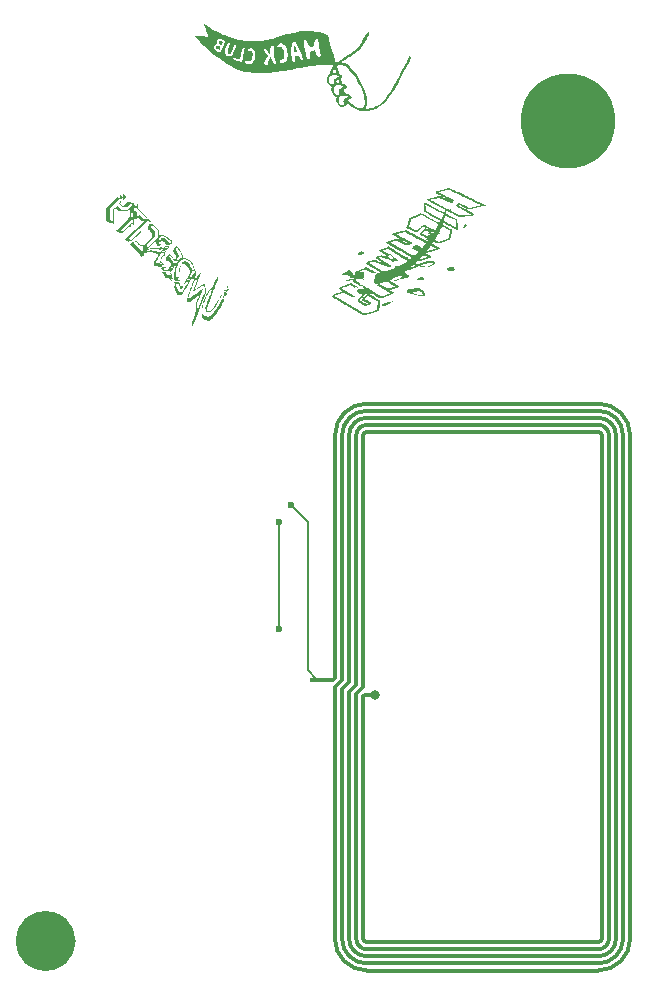
<source format=gbl>
G04 #@! TF.GenerationSoftware,KiCad,Pcbnew,9.0.3*
G04 #@! TF.CreationDate,2025-07-14T03:19:36-04:00*
G04 #@! TF.ProjectId,CHEAPSUITS,43484541-5053-4554-9954-532e6b696361,rev?*
G04 #@! TF.SameCoordinates,Original*
G04 #@! TF.FileFunction,Copper,L2,Bot*
G04 #@! TF.FilePolarity,Positive*
%FSLAX46Y46*%
G04 Gerber Fmt 4.6, Leading zero omitted, Abs format (unit mm)*
G04 Created by KiCad (PCBNEW 9.0.3) date 2025-07-14 03:19:36*
%MOMM*%
%LPD*%
G01*
G04 APERTURE LIST*
G04 #@! TA.AperFunction,EtchedComponent*
%ADD10C,0.000000*%
G04 #@! TD*
G04 #@! TA.AperFunction,EtchedComponent*
%ADD11C,0.300000*%
G04 #@! TD*
G04 #@! TA.AperFunction,EtchedComponent*
%ADD12C,2.550000*%
G04 #@! TD*
G04 #@! TA.AperFunction,SMDPad,CuDef*
%ADD13R,1.300000X0.300000*%
G04 #@! TD*
G04 #@! TA.AperFunction,ComponentPad*
%ADD14O,0.808000X0.808000*%
G04 #@! TD*
G04 #@! TA.AperFunction,ViaPad*
%ADD15C,8.000000*%
G04 #@! TD*
G04 #@! TA.AperFunction,ViaPad*
%ADD16C,0.600000*%
G04 #@! TD*
G04 #@! TA.AperFunction,Conductor*
%ADD17C,0.200000*%
G04 #@! TD*
G04 APERTURE END LIST*
D10*
G04 #@! TA.AperFunction,EtchedComponent*
G04 #@! TO.C,G\u002A\u002A\u002A*
G36*
X138962625Y-51865141D02*
G01*
X139024482Y-51911340D01*
X139028576Y-51914882D01*
X139099291Y-51966435D01*
X139213300Y-52039851D01*
X139360844Y-52129610D01*
X139532156Y-52230198D01*
X139717474Y-52336096D01*
X139907036Y-52441790D01*
X140091079Y-52541761D01*
X140259837Y-52630490D01*
X140403548Y-52702462D01*
X140512454Y-52752161D01*
X140688208Y-52823062D01*
X141304876Y-53036086D01*
X141914674Y-53190938D01*
X142516138Y-53287434D01*
X143107816Y-53325389D01*
X143688249Y-53304618D01*
X144255979Y-53224940D01*
X144320466Y-53211328D01*
X144490981Y-53169394D01*
X144689592Y-53114582D01*
X144896604Y-53052461D01*
X145092315Y-52988597D01*
X145345980Y-52904282D01*
X145967251Y-52721670D01*
X146551575Y-52585600D01*
X147098593Y-52496121D01*
X147607938Y-52453285D01*
X148079247Y-52457144D01*
X148512159Y-52507747D01*
X148534585Y-52511870D01*
X148745834Y-52560096D01*
X148956966Y-52623154D01*
X149147841Y-52694398D01*
X149298310Y-52767178D01*
X149416760Y-52835565D01*
X149708846Y-53858537D01*
X149762225Y-54045039D01*
X149830805Y-54283353D01*
X149894583Y-54503557D01*
X149951201Y-54697584D01*
X149998302Y-54857360D01*
X150033531Y-54974820D01*
X150054526Y-55041892D01*
X150108121Y-55202274D01*
X150238789Y-55077010D01*
X150332541Y-54995892D01*
X150485956Y-54880613D01*
X150673610Y-54752758D01*
X150884344Y-54619878D01*
X151106992Y-54489526D01*
X151302286Y-54377321D01*
X151478971Y-54268013D01*
X151628820Y-54162533D01*
X151759804Y-54052703D01*
X151879895Y-53930342D01*
X151997065Y-53787277D01*
X152119283Y-53615325D01*
X152254525Y-53406313D01*
X152410760Y-53152061D01*
X152784742Y-52534759D01*
X152856912Y-52576425D01*
X152862296Y-52579559D01*
X152897614Y-52605671D01*
X152907987Y-52638705D01*
X152893094Y-52694671D01*
X152852609Y-52789584D01*
X152821181Y-52857399D01*
X152693174Y-53100633D01*
X152536687Y-53360738D01*
X152363920Y-53619180D01*
X152187075Y-53857421D01*
X152018353Y-54056932D01*
X151933988Y-54144427D01*
X151804052Y-54262781D01*
X151657747Y-54375045D01*
X151481849Y-54491086D01*
X151263140Y-54620776D01*
X151133909Y-54695702D01*
X150979118Y-54787690D01*
X150838457Y-54873475D01*
X150731378Y-54941330D01*
X150658947Y-54989150D01*
X150592972Y-55035533D01*
X150566923Y-55061898D01*
X150574244Y-55075925D01*
X150608373Y-55085284D01*
X150724520Y-55123897D01*
X150867448Y-55191815D01*
X151017884Y-55278063D01*
X151156760Y-55371710D01*
X151265014Y-55461824D01*
X151386716Y-55588523D01*
X151608824Y-55855640D01*
X151829396Y-56162967D01*
X152041101Y-56497826D01*
X152236593Y-56847534D01*
X152408538Y-57199416D01*
X152549596Y-57540789D01*
X152652428Y-57858975D01*
X152697720Y-58045004D01*
X152738534Y-58296694D01*
X152744130Y-58513849D01*
X152714486Y-58705582D01*
X152653439Y-58870551D01*
X152649575Y-58880996D01*
X152616924Y-58954135D01*
X152593182Y-59023021D01*
X152592181Y-59054271D01*
X152621570Y-59058955D01*
X152702057Y-59053180D01*
X152814811Y-59035682D01*
X152944600Y-59009318D01*
X153076190Y-58976940D01*
X153194348Y-58941408D01*
X153326555Y-58887304D01*
X153509173Y-58792864D01*
X153698167Y-58678159D01*
X153873448Y-58555524D01*
X154014936Y-58437297D01*
X154141482Y-58306474D01*
X154322773Y-58089422D01*
X154519718Y-57824394D01*
X154729212Y-57516478D01*
X154948159Y-57170764D01*
X155173459Y-56792343D01*
X155402008Y-56386303D01*
X155630709Y-55957736D01*
X155856459Y-55511732D01*
X156076160Y-55053380D01*
X156134195Y-54928884D01*
X156199201Y-54789613D01*
X156251356Y-54678080D01*
X156286394Y-54603404D01*
X156300053Y-54574701D01*
X156300077Y-54574661D01*
X156326407Y-54582570D01*
X156382981Y-54612202D01*
X156394347Y-54618789D01*
X156423880Y-54639000D01*
X156440124Y-54663659D01*
X156440959Y-54701180D01*
X156424262Y-54759974D01*
X156387910Y-54848449D01*
X156329783Y-54975015D01*
X156247758Y-55148083D01*
X156052977Y-55550027D01*
X155799189Y-56051138D01*
X155548065Y-56522048D01*
X155301968Y-56958835D01*
X155063267Y-57357579D01*
X154834322Y-57714361D01*
X154617502Y-58025258D01*
X154415169Y-58286350D01*
X154229691Y-58493717D01*
X154107106Y-58610755D01*
X153807375Y-58842675D01*
X153484815Y-59023929D01*
X153145316Y-59152567D01*
X152794767Y-59226644D01*
X152439053Y-59244211D01*
X152084065Y-59203321D01*
X151950573Y-59162248D01*
X151780565Y-59084418D01*
X151599324Y-58980854D01*
X151422981Y-58860833D01*
X151267665Y-58733635D01*
X151202753Y-58676639D01*
X151112888Y-58613725D01*
X151045177Y-58597042D01*
X150989885Y-58625552D01*
X150937289Y-58698207D01*
X150922231Y-58722822D01*
X150817743Y-58837367D01*
X150692239Y-58897169D01*
X150552984Y-58900222D01*
X150407250Y-58844521D01*
X150338953Y-58795866D01*
X150225802Y-58666337D01*
X150147213Y-58506425D01*
X150112621Y-58344087D01*
X150304242Y-58344087D01*
X150350555Y-58504330D01*
X150378995Y-58558708D01*
X150458651Y-58650586D01*
X150553007Y-58703432D01*
X150647451Y-58707256D01*
X150664494Y-58702232D01*
X150745659Y-58654174D01*
X150772509Y-58579380D01*
X150745609Y-58476520D01*
X150742826Y-58470389D01*
X150717661Y-58398372D01*
X150726276Y-58342750D01*
X150772700Y-58273291D01*
X150802714Y-58240243D01*
X150892927Y-58167221D01*
X150995063Y-58107624D01*
X151052343Y-58080357D01*
X151120239Y-58045342D01*
X151149957Y-58026030D01*
X151136666Y-58009199D01*
X151093137Y-57990206D01*
X151079654Y-57984324D01*
X150993939Y-57958218D01*
X150896143Y-57935853D01*
X150802885Y-57922200D01*
X150755611Y-57919102D01*
X150584785Y-57933104D01*
X150453647Y-57991265D01*
X150359443Y-58094655D01*
X150313072Y-58201257D01*
X150304242Y-58344087D01*
X150112621Y-58344087D01*
X150110267Y-58333042D01*
X150122044Y-58163104D01*
X150129099Y-58132325D01*
X150135200Y-58069513D01*
X150109297Y-58032155D01*
X150039329Y-57995877D01*
X149924234Y-57920614D01*
X149813198Y-57791804D01*
X149735795Y-57634390D01*
X149701789Y-57475490D01*
X149893567Y-57475490D01*
X149939881Y-57635733D01*
X149968323Y-57690111D01*
X150047977Y-57781991D01*
X150142333Y-57834835D01*
X150236778Y-57838660D01*
X150253821Y-57833636D01*
X150334985Y-57785577D01*
X150361835Y-57710782D01*
X150334935Y-57607922D01*
X150332153Y-57601793D01*
X150306988Y-57529776D01*
X150310032Y-57510117D01*
X150537064Y-57510117D01*
X150543421Y-57552342D01*
X150569493Y-57620531D01*
X150611862Y-57712342D01*
X150588629Y-57605268D01*
X150586676Y-57596319D01*
X150567520Y-57519945D01*
X150552790Y-57493708D01*
X150537691Y-57508510D01*
X150537064Y-57510117D01*
X150310032Y-57510117D01*
X150315602Y-57474153D01*
X150362026Y-57404694D01*
X150392042Y-57371647D01*
X150482254Y-57298625D01*
X150584389Y-57239027D01*
X150641670Y-57211761D01*
X150709565Y-57176745D01*
X150739283Y-57157434D01*
X150725993Y-57140603D01*
X150668980Y-57115727D01*
X150583265Y-57089621D01*
X150485469Y-57067255D01*
X150392211Y-57053602D01*
X150344939Y-57050506D01*
X150174111Y-57064507D01*
X150042973Y-57122668D01*
X149948769Y-57226060D01*
X149902396Y-57332659D01*
X149893567Y-57475490D01*
X149701789Y-57475490D01*
X149699311Y-57463912D01*
X149711036Y-57295914D01*
X149717829Y-57266321D01*
X149724569Y-57202070D01*
X149699863Y-57164375D01*
X149632241Y-57128918D01*
X149632073Y-57128842D01*
X149485258Y-57031209D01*
X149378274Y-56898137D01*
X149312699Y-56741398D01*
X149294683Y-56606894D01*
X149482895Y-56606894D01*
X149529207Y-56767137D01*
X149557649Y-56821514D01*
X149637304Y-56913393D01*
X149731659Y-56966239D01*
X149826104Y-56970064D01*
X149843147Y-56965039D01*
X149924312Y-56916980D01*
X149951162Y-56842184D01*
X149924262Y-56739327D01*
X149921480Y-56733196D01*
X149896313Y-56661179D01*
X149896673Y-56658855D01*
X150130713Y-56658855D01*
X150150354Y-56734304D01*
X150157965Y-56754947D01*
X150183514Y-56809958D01*
X150218073Y-56830407D01*
X150286036Y-56834262D01*
X150364651Y-56835571D01*
X150323973Y-56692726D01*
X150304444Y-56626792D01*
X150282682Y-56576944D01*
X150256753Y-56564955D01*
X150215075Y-56578696D01*
X150150114Y-56614044D01*
X150130713Y-56658855D01*
X149896673Y-56658855D01*
X149904929Y-56605556D01*
X149951353Y-56536096D01*
X149981369Y-56503050D01*
X150071581Y-56430026D01*
X150173716Y-56370430D01*
X150230997Y-56343164D01*
X150298892Y-56308150D01*
X150328609Y-56288838D01*
X150315321Y-56272006D01*
X150258307Y-56247130D01*
X150172591Y-56221024D01*
X150074795Y-56198658D01*
X149981538Y-56185006D01*
X149934264Y-56181909D01*
X149763437Y-56195911D01*
X149632300Y-56254073D01*
X149538096Y-56357463D01*
X149491722Y-56464064D01*
X149482895Y-56606894D01*
X149294683Y-56606894D01*
X149290110Y-56572754D01*
X149312084Y-56403975D01*
X149380199Y-56246825D01*
X149496034Y-56113072D01*
X149514847Y-56096553D01*
X149559453Y-56044237D01*
X149589221Y-55975238D01*
X149611554Y-55881090D01*
X149802476Y-55881090D01*
X149809692Y-55932805D01*
X149858917Y-55958852D01*
X149957134Y-55972144D01*
X150113902Y-55986207D01*
X150053437Y-55766058D01*
X150036592Y-55705455D01*
X150010059Y-55619762D01*
X149989388Y-55578853D01*
X149968390Y-55573246D01*
X149940885Y-55593457D01*
X149930884Y-55603801D01*
X149884535Y-55672062D01*
X149842258Y-55759770D01*
X149830290Y-55790803D01*
X149802476Y-55881090D01*
X149611554Y-55881090D01*
X149614735Y-55867681D01*
X149645187Y-55754104D01*
X149746661Y-55544999D01*
X149781307Y-55489131D01*
X149816819Y-55415113D01*
X149815446Y-55385637D01*
X150176714Y-55385637D01*
X150178121Y-55390351D01*
X150282475Y-55740025D01*
X150331618Y-55895920D01*
X150377995Y-56018867D01*
X150419055Y-56096537D01*
X150458139Y-56136485D01*
X150469302Y-56143368D01*
X150562213Y-56219895D01*
X150583685Y-56257435D01*
X150606880Y-56297990D01*
X150598084Y-56368983D01*
X150568309Y-56407890D01*
X150553093Y-56418444D01*
X150519506Y-56441743D01*
X150502819Y-56467417D01*
X150511633Y-56538498D01*
X150548939Y-56658711D01*
X150563523Y-56699491D01*
X150601812Y-56794409D01*
X150640947Y-56856235D01*
X150695534Y-56903720D01*
X150780174Y-56955619D01*
X150811730Y-56974258D01*
X150939808Y-57064226D01*
X151008675Y-57144168D01*
X151018289Y-57212950D01*
X151018659Y-57215599D01*
X150970089Y-57280033D01*
X150960652Y-57285241D01*
X150863291Y-57338982D01*
X150748754Y-57386813D01*
X150800112Y-57545780D01*
X150832331Y-57632454D01*
X150871326Y-57693817D01*
X150918544Y-57719069D01*
X150922113Y-57719857D01*
X151014910Y-57750822D01*
X151128366Y-57802217D01*
X151243059Y-57863677D01*
X151339577Y-57924833D01*
X151398501Y-57975320D01*
X151424639Y-58018422D01*
X151424635Y-58090280D01*
X151369649Y-58152871D01*
X151365268Y-58157859D01*
X151245855Y-58222264D01*
X151197844Y-58244671D01*
X151136943Y-58282439D01*
X151117318Y-58309866D01*
X151117868Y-58311229D01*
X151146159Y-58348296D01*
X151205653Y-58412955D01*
X151284329Y-58492092D01*
X151333730Y-58536932D01*
X151450202Y-58630857D01*
X151587348Y-58731257D01*
X151724846Y-58822875D01*
X151816622Y-58879697D01*
X151925131Y-58942456D01*
X152007092Y-58981273D01*
X152076734Y-59002521D01*
X152148278Y-59012573D01*
X152225108Y-59014734D01*
X152303132Y-58994733D01*
X152373370Y-58939351D01*
X152406303Y-58903093D01*
X152484115Y-58772792D01*
X152525910Y-58611336D01*
X152531978Y-58414071D01*
X152502607Y-58176345D01*
X152438081Y-57893504D01*
X152352190Y-57616871D01*
X152193505Y-57222866D01*
X151992117Y-56819442D01*
X151753991Y-56418255D01*
X151485092Y-56030964D01*
X151443978Y-55976960D01*
X151227682Y-55721305D01*
X151020429Y-55525621D01*
X150822082Y-55389833D01*
X150632505Y-55313862D01*
X150451566Y-55297629D01*
X150279123Y-55341057D01*
X150176714Y-55385637D01*
X149815446Y-55385637D01*
X149815232Y-55381037D01*
X149798365Y-55374722D01*
X149721695Y-55361502D01*
X149602002Y-55350346D01*
X149451623Y-55341724D01*
X149282886Y-55336108D01*
X149108125Y-55333963D01*
X148939671Y-55335764D01*
X148789859Y-55341977D01*
X148576890Y-55359496D01*
X148264569Y-55395293D01*
X148188007Y-55405979D01*
X147895779Y-55446766D01*
X147471694Y-55513741D01*
X147049258Y-55586442D01*
X146993502Y-55596037D01*
X146462380Y-55693478D01*
X146337998Y-55716740D01*
X146055949Y-55767316D01*
X145878103Y-55799208D01*
X145465154Y-55866519D01*
X145089861Y-55919467D01*
X144742930Y-55958846D01*
X144595689Y-55970795D01*
X144415069Y-55985451D01*
X144096988Y-56000075D01*
X143779392Y-56003511D01*
X143739653Y-56002665D01*
X143452991Y-55996555D01*
X143108491Y-55979997D01*
X142736162Y-55948506D01*
X142403373Y-55898130D01*
X142093411Y-55824654D01*
X141788150Y-55723779D01*
X141469472Y-55591207D01*
X141189653Y-55450174D01*
X140866735Y-55258777D01*
X140521965Y-55028614D01*
X140162531Y-54764967D01*
X140157379Y-54760869D01*
X141394979Y-54760869D01*
X141396182Y-54787127D01*
X141437847Y-54840714D01*
X141519788Y-54897185D01*
X141630611Y-54947511D01*
X141715079Y-54974983D01*
X141826933Y-55005651D01*
X141938259Y-55031814D01*
X142029880Y-55049006D01*
X142082611Y-55052761D01*
X142088431Y-55049331D01*
X142113992Y-55002713D01*
X142114476Y-55001341D01*
X142421298Y-55001341D01*
X142429501Y-55079135D01*
X142464542Y-55146974D01*
X142549497Y-55213736D01*
X142664820Y-55250562D01*
X142795712Y-55253321D01*
X142927360Y-55217892D01*
X142977745Y-55188333D01*
X143069572Y-55089689D01*
X143142711Y-54951187D01*
X143195456Y-54785459D01*
X143226096Y-54605142D01*
X143232924Y-54422871D01*
X143214227Y-54251278D01*
X143168297Y-54103004D01*
X143103354Y-54005578D01*
X143993750Y-54005578D01*
X144023234Y-54099306D01*
X144080883Y-54215972D01*
X144161625Y-54343365D01*
X144293856Y-54531185D01*
X144184745Y-54746440D01*
X144131456Y-54856518D01*
X144067111Y-55017528D01*
X144037972Y-55144398D01*
X144041740Y-55245161D01*
X144075542Y-55319433D01*
X144141867Y-55355791D01*
X144229201Y-55337022D01*
X144241568Y-55330526D01*
X144278183Y-55303764D01*
X144306370Y-55261615D01*
X144333774Y-55189537D01*
X144368040Y-55072991D01*
X144370365Y-55064735D01*
X144407541Y-54940672D01*
X144444734Y-54828711D01*
X144474219Y-54752187D01*
X144479867Y-54740272D01*
X144527436Y-54679153D01*
X144577210Y-54676666D01*
X144625648Y-54731195D01*
X144669208Y-54841125D01*
X144700586Y-54933440D01*
X144769270Y-55071699D01*
X144848976Y-55170662D01*
X144933360Y-55223347D01*
X145016080Y-55222777D01*
X145032618Y-55214937D01*
X145051095Y-55187165D01*
X145045117Y-55132934D01*
X145014563Y-55037717D01*
X144938514Y-54807862D01*
X144870795Y-54546929D01*
X144834806Y-54314252D01*
X144828224Y-54098129D01*
X144830601Y-53976392D01*
X144824530Y-53832607D01*
X144810072Y-53761915D01*
X145122990Y-53761915D01*
X145123586Y-53784649D01*
X145150012Y-53841494D01*
X145212281Y-53851355D01*
X145307213Y-53813343D01*
X145326708Y-53803011D01*
X145415650Y-53778106D01*
X145491476Y-53800877D01*
X145557373Y-53874596D01*
X145616526Y-54002536D01*
X145672125Y-54187969D01*
X145699944Y-54329296D01*
X145712562Y-54503290D01*
X145699969Y-54655313D01*
X145662444Y-54768579D01*
X145656008Y-54778185D01*
X145589839Y-54827786D01*
X145484598Y-54865272D01*
X145434450Y-54878694D01*
X145344550Y-54919311D01*
X145311035Y-54970726D01*
X145330983Y-55036198D01*
X145361612Y-55077123D01*
X145445217Y-55130674D01*
X145563809Y-55141589D01*
X145573766Y-55140934D01*
X145711206Y-55112508D01*
X145815300Y-55043528D01*
X145901711Y-54923906D01*
X145952036Y-54805515D01*
X145991814Y-54609711D01*
X145997925Y-54392330D01*
X145972432Y-54168797D01*
X145970529Y-54161388D01*
X146303187Y-54161388D01*
X146311820Y-54410301D01*
X146333822Y-54645114D01*
X146368466Y-54843084D01*
X146394284Y-54920276D01*
X146455298Y-55013235D01*
X146532381Y-55063221D01*
X146615534Y-55061402D01*
X146639066Y-55050498D01*
X146659899Y-55025968D01*
X146665893Y-54979778D01*
X146657986Y-54899287D01*
X146637125Y-54771869D01*
X146624072Y-54691532D01*
X146614141Y-54615744D01*
X146613036Y-54581814D01*
X146625162Y-54577820D01*
X146683046Y-54573514D01*
X146771094Y-54573371D01*
X146922214Y-54576942D01*
X147022111Y-54727800D01*
X147032815Y-54743900D01*
X147099095Y-54837596D01*
X147147579Y-54888365D01*
X147189231Y-54904860D01*
X147235018Y-54895726D01*
X147269152Y-54875478D01*
X147288230Y-54833530D01*
X147281582Y-54764382D01*
X147248115Y-54659301D01*
X147186738Y-54509554D01*
X147180730Y-54495644D01*
X147122205Y-54358834D01*
X147050164Y-54188734D01*
X146973183Y-54005654D01*
X146899834Y-53829907D01*
X146891665Y-53810283D01*
X146820861Y-53644931D01*
X146764989Y-53526434D01*
X146718800Y-53445469D01*
X146677036Y-53392704D01*
X146634442Y-53358815D01*
X146633883Y-53358574D01*
X147357260Y-53358574D01*
X147363280Y-53467290D01*
X147380246Y-53613300D01*
X147405942Y-53784747D01*
X147438153Y-53969771D01*
X147474666Y-54156511D01*
X147513265Y-54333108D01*
X147551734Y-54487703D01*
X147587857Y-54608436D01*
X147619422Y-54683448D01*
X147667899Y-54753984D01*
X147735146Y-54807896D01*
X147806872Y-54810968D01*
X147833210Y-54801320D01*
X147869577Y-54767756D01*
X147887590Y-54706005D01*
X147889310Y-54605618D01*
X147876793Y-54456148D01*
X147849168Y-54197367D01*
X148075139Y-54136819D01*
X148301110Y-54076270D01*
X148379069Y-54281131D01*
X148435803Y-54407168D01*
X148514805Y-54527917D01*
X148597957Y-54604743D01*
X148679384Y-54632535D01*
X148753203Y-54606187D01*
X148775056Y-54580290D01*
X148790376Y-54526746D01*
X148789800Y-54442792D01*
X148773064Y-54319090D01*
X148739890Y-54146300D01*
X148725307Y-54071726D01*
X148694909Y-53896046D01*
X148665802Y-53705125D01*
X148642694Y-53528855D01*
X148626893Y-53411745D01*
X148604422Y-53284710D01*
X148581334Y-53188793D01*
X148560713Y-53138690D01*
X148547559Y-53124544D01*
X148482233Y-53094799D01*
X148411952Y-53114679D01*
X148343587Y-53176283D01*
X148284000Y-53271709D01*
X148240056Y-53393057D01*
X148218621Y-53532423D01*
X148213789Y-53600346D01*
X148204089Y-53683567D01*
X148193763Y-53727394D01*
X148173807Y-53741905D01*
X148107770Y-53768961D01*
X148014942Y-53796617D01*
X147851917Y-53838226D01*
X147750404Y-53565318D01*
X147725685Y-53501383D01*
X147674840Y-53383053D01*
X147628337Y-53290297D01*
X147593836Y-53239076D01*
X147560510Y-53215939D01*
X147481602Y-53204764D01*
X147407723Y-53236848D01*
X147362055Y-53305540D01*
X147357260Y-53358574D01*
X146633883Y-53358574D01*
X146559059Y-53326296D01*
X146482451Y-53334815D01*
X146420213Y-53397592D01*
X146370593Y-53516567D01*
X146331840Y-53693681D01*
X146328928Y-53712226D01*
X146308648Y-53921115D01*
X146303187Y-54161388D01*
X145970529Y-54161388D01*
X145917395Y-53954535D01*
X145834875Y-53764972D01*
X145726928Y-53615525D01*
X145708203Y-53597842D01*
X145591394Y-53529346D01*
X145452493Y-53495964D01*
X145318652Y-53505046D01*
X145226068Y-53554661D01*
X145153139Y-53647441D01*
X145122990Y-53761915D01*
X144810072Y-53761915D01*
X144805108Y-53737642D01*
X144770645Y-53684802D01*
X144719447Y-53667386D01*
X144682115Y-53671816D01*
X144612018Y-53722047D01*
X144562060Y-53825142D01*
X144533573Y-53977570D01*
X144527889Y-54175796D01*
X144529406Y-54243352D01*
X144527846Y-54332304D01*
X144517886Y-54369677D01*
X144496629Y-54361449D01*
X144461176Y-54313607D01*
X144451278Y-54298995D01*
X144370773Y-54196621D01*
X144278763Y-54101147D01*
X144185325Y-54020532D01*
X144100540Y-53962732D01*
X144034490Y-53935704D01*
X143997257Y-53947406D01*
X143993750Y-54005578D01*
X143103354Y-54005578D01*
X143093423Y-53990680D01*
X143057259Y-53958513D01*
X142945869Y-53903077D01*
X142832452Y-53905309D01*
X142725619Y-53965796D01*
X142675338Y-54018018D01*
X142635660Y-54090570D01*
X142643111Y-54142254D01*
X142694701Y-54164262D01*
X142787435Y-54147784D01*
X142789855Y-54146965D01*
X142870322Y-54132968D01*
X142931860Y-54143459D01*
X142956779Y-54161726D01*
X143012523Y-54247034D01*
X143040568Y-54367708D01*
X143040436Y-54509507D01*
X143011652Y-54658186D01*
X142953745Y-54799504D01*
X142893776Y-54894023D01*
X142807287Y-54975459D01*
X142708620Y-55003851D01*
X142588985Y-54983634D01*
X142527172Y-54966661D01*
X142452511Y-54964652D01*
X142421298Y-55001341D01*
X142114476Y-55001341D01*
X142146498Y-54910591D01*
X142183413Y-54784088D01*
X142222200Y-54634329D01*
X142260323Y-54472438D01*
X142295245Y-54309541D01*
X142324430Y-54156759D01*
X142345341Y-54025222D01*
X142355443Y-53926054D01*
X142352197Y-53870373D01*
X142324232Y-53818947D01*
X142288080Y-53794424D01*
X142260206Y-53810328D01*
X142215481Y-53876615D01*
X142166903Y-53984981D01*
X142118359Y-54125137D01*
X142073731Y-54286798D01*
X142036904Y-54459676D01*
X142015794Y-54567316D01*
X141987966Y-54686481D01*
X141962439Y-54773004D01*
X141952187Y-54794043D01*
X141942852Y-54813203D01*
X141916487Y-54820423D01*
X141843498Y-54815025D01*
X141749216Y-54792318D01*
X141741933Y-54790045D01*
X141589962Y-54746921D01*
X141486136Y-54728096D01*
X141423469Y-54732952D01*
X141394979Y-54760869D01*
X140157379Y-54760869D01*
X139795613Y-54473114D01*
X139428397Y-54158339D01*
X139082284Y-53839035D01*
X139782522Y-53839035D01*
X139782570Y-53845178D01*
X139802668Y-53918626D01*
X139847910Y-53997270D01*
X139894593Y-54047511D01*
X140005565Y-54132245D01*
X140133164Y-54202228D01*
X140250292Y-54241043D01*
X140330993Y-54254976D01*
X140350887Y-54204783D01*
X140708642Y-54204783D01*
X140713156Y-54341267D01*
X140744692Y-54458856D01*
X140746645Y-54463683D01*
X140773552Y-54510487D01*
X140794027Y-54546101D01*
X140861838Y-54588734D01*
X140969317Y-54604016D01*
X141074768Y-54602645D01*
X141177366Y-54580254D01*
X141262460Y-54528316D01*
X141338041Y-54439466D01*
X141412099Y-54306331D01*
X141492630Y-54121547D01*
X141534664Y-54014681D01*
X141595784Y-53837200D01*
X141625455Y-53708874D01*
X141623800Y-53627875D01*
X141590936Y-53592378D01*
X141526989Y-53600555D01*
X141501737Y-53617138D01*
X141472467Y-53656845D01*
X141437198Y-53727699D01*
X141391581Y-53838551D01*
X141331259Y-53998250D01*
X141289112Y-54111433D01*
X141242155Y-54232209D01*
X141206486Y-54312773D01*
X141176860Y-54363209D01*
X141148020Y-54393601D01*
X141114722Y-54414026D01*
X141080843Y-54427994D01*
X141002482Y-54428669D01*
X140950243Y-54376915D01*
X140929370Y-54276622D01*
X140930961Y-54227928D01*
X140947575Y-54102056D01*
X140978258Y-53950617D01*
X141018538Y-53794297D01*
X141063947Y-53653788D01*
X141082740Y-53589433D01*
X141089013Y-53499488D01*
X141066737Y-53440448D01*
X141018407Y-53424868D01*
X140995334Y-53430708D01*
X140937914Y-53467757D01*
X140886387Y-53541642D01*
X140836223Y-53660178D01*
X140782897Y-53831177D01*
X140731854Y-54037891D01*
X140708642Y-54204783D01*
X140350887Y-54204783D01*
X140463843Y-53919797D01*
X140514233Y-53794825D01*
X140568108Y-53665823D01*
X140612764Y-53563706D01*
X140641837Y-53503367D01*
X140658502Y-53471299D01*
X140683035Y-53390496D01*
X140666336Y-53322207D01*
X140603137Y-53255285D01*
X140488159Y-53178588D01*
X140452892Y-53158038D01*
X140313237Y-53091780D01*
X140205564Y-53071539D01*
X140123725Y-53097171D01*
X140061565Y-53168530D01*
X140032530Y-53244835D01*
X140031553Y-53379761D01*
X140035460Y-53402299D01*
X140042199Y-53470476D01*
X140027082Y-53504300D01*
X139983345Y-53524026D01*
X139983308Y-53524036D01*
X139918536Y-53569365D01*
X139854076Y-53651725D01*
X139804034Y-53748992D01*
X139782522Y-53839035D01*
X139082284Y-53839035D01*
X139068067Y-53825919D01*
X138926129Y-53688484D01*
X138763689Y-53527737D01*
X138608804Y-53371072D01*
X138467514Y-53224832D01*
X138345854Y-53095360D01*
X138249865Y-52988997D01*
X138185583Y-52912087D01*
X138159042Y-52870972D01*
X138173257Y-52864387D01*
X138237948Y-52861608D01*
X138346032Y-52865252D01*
X138487847Y-52874942D01*
X138653731Y-52890301D01*
X138769351Y-52902090D01*
X138934950Y-52918376D01*
X139076729Y-52931612D01*
X139182488Y-52940673D01*
X139240022Y-52944432D01*
X139250389Y-52944572D01*
X139275053Y-52941160D01*
X139288019Y-52926158D01*
X139287531Y-52892073D01*
X139271833Y-52831411D01*
X139239168Y-52736681D01*
X139187776Y-52600386D01*
X139115903Y-52415034D01*
X139114774Y-52412131D01*
X139050608Y-52244124D01*
X138996166Y-52095541D01*
X138954651Y-51975633D01*
X138929269Y-51893653D01*
X138923224Y-51858851D01*
X138926254Y-51855790D01*
X138962625Y-51865141D01*
G37*
G04 #@! TD.AperFunction*
G04 #@! TA.AperFunction,EtchedComponent*
G36*
X140197435Y-53702157D02*
G01*
X140213935Y-53708733D01*
X140282347Y-53746279D01*
X140312249Y-53795225D01*
X140307396Y-53869872D01*
X140271537Y-53984530D01*
X140232381Y-54093485D01*
X140099627Y-54016839D01*
X140037855Y-53974940D01*
X139961722Y-53892021D01*
X139931013Y-53810150D01*
X139942477Y-53739778D01*
X139992868Y-53691354D01*
X140078936Y-53675332D01*
X140197435Y-53702157D01*
G37*
G04 #@! TD.AperFunction*
G04 #@! TA.AperFunction,EtchedComponent*
G36*
X140306837Y-53275405D02*
G01*
X140401956Y-53306597D01*
X140467564Y-53332936D01*
X140494462Y-53358806D01*
X140492627Y-53394850D01*
X140472034Y-53451716D01*
X140466745Y-53465632D01*
X140434776Y-53544525D01*
X140410820Y-53595944D01*
X140399063Y-53608136D01*
X140360721Y-53602813D01*
X140292071Y-53556849D01*
X140290198Y-53555401D01*
X140201246Y-53469421D01*
X140168711Y-53390181D01*
X140189811Y-53310994D01*
X140191751Y-53307707D01*
X140236919Y-53267966D01*
X140306837Y-53275405D01*
G37*
G04 #@! TD.AperFunction*
G04 #@! TA.AperFunction,EtchedComponent*
G36*
X146585574Y-53728097D02*
G01*
X146617347Y-53770831D01*
X146663455Y-53846222D01*
X146716336Y-53940118D01*
X146768434Y-54038367D01*
X146812186Y-54126822D01*
X146840034Y-54191329D01*
X146844418Y-54217739D01*
X146837523Y-54219143D01*
X146783280Y-54226371D01*
X146700871Y-54235029D01*
X146676957Y-54236713D01*
X146593928Y-54233628D01*
X146542391Y-54218053D01*
X146525182Y-54175902D01*
X146514369Y-54091241D01*
X146512556Y-53982799D01*
X146518293Y-53867078D01*
X146531070Y-53770738D01*
X146551388Y-53724958D01*
X146580718Y-53724153D01*
X146585574Y-53728097D01*
G37*
G04 #@! TD.AperFunction*
G04 #@! TA.AperFunction,EtchedComponent*
G36*
X159956004Y-72412066D02*
G01*
X159977970Y-72429839D01*
X159995409Y-72446241D01*
X160026175Y-72459156D01*
X160049741Y-72467352D01*
X160066486Y-72488519D01*
X160067295Y-72491322D01*
X160081493Y-72516303D01*
X160100811Y-72539301D01*
X160105350Y-72544703D01*
X160105931Y-72545364D01*
X160121993Y-72563621D01*
X160132432Y-72590317D01*
X160127786Y-72626200D01*
X160118280Y-72653825D01*
X160081579Y-72707522D01*
X160026019Y-72751426D01*
X159955751Y-72782706D01*
X159874924Y-72798534D01*
X159864417Y-72799031D01*
X159810784Y-72794935D01*
X159745246Y-72782605D01*
X159676851Y-72764036D01*
X159614650Y-72741221D01*
X159612734Y-72740402D01*
X159571027Y-72725857D01*
X159552884Y-72721691D01*
X159834317Y-72721691D01*
X159845076Y-72727841D01*
X159849611Y-72728659D01*
X159864230Y-72726773D01*
X159864878Y-72724948D01*
X159854120Y-72718798D01*
X159849585Y-72717978D01*
X159834965Y-72719865D01*
X159834317Y-72721691D01*
X159552884Y-72721691D01*
X159532149Y-72716930D01*
X159511656Y-72713306D01*
X159501934Y-72707235D01*
X159883321Y-72707235D01*
X159887650Y-72714300D01*
X159910634Y-72709608D01*
X159933544Y-72700231D01*
X159957001Y-72685790D01*
X159973799Y-72671311D01*
X159978875Y-72661237D01*
X159967164Y-72660014D01*
X159950432Y-72666594D01*
X159923811Y-72685556D01*
X159909313Y-72695548D01*
X159899377Y-72691835D01*
X159895682Y-72686875D01*
X159886659Y-72698258D01*
X159883753Y-72706073D01*
X159883321Y-72707235D01*
X159501934Y-72707235D01*
X159496484Y-72703832D01*
X159492391Y-72682914D01*
X159487113Y-72658352D01*
X159481861Y-72650971D01*
X160000324Y-72650971D01*
X160001629Y-72655106D01*
X160012382Y-72650970D01*
X160016516Y-72645530D01*
X160012382Y-72638913D01*
X160009974Y-72639156D01*
X160000324Y-72650971D01*
X159481861Y-72650971D01*
X159470011Y-72634316D01*
X159447160Y-72628362D01*
X159439290Y-72628428D01*
X159418311Y-72617601D01*
X159413537Y-72610967D01*
X159417217Y-72596971D01*
X159440693Y-72577009D01*
X159445019Y-72573789D01*
X159466968Y-72553194D01*
X159474349Y-72538174D01*
X159477468Y-72527420D01*
X159502352Y-72508589D01*
X159550303Y-72487160D01*
X159619958Y-72463711D01*
X159709955Y-72438813D01*
X159777125Y-72422845D01*
X159857021Y-72408521D01*
X159916167Y-72404944D01*
X159956004Y-72412066D01*
G37*
G04 #@! TD.AperFunction*
G04 #@! TA.AperFunction,EtchedComponent*
G36*
X157127990Y-74215648D02*
G01*
X157178750Y-74223617D01*
X157224656Y-74240828D01*
X157271375Y-74268988D01*
X157324572Y-74309809D01*
X157389910Y-74365000D01*
X157534258Y-74488963D01*
X157583397Y-74660411D01*
X157586644Y-74671857D01*
X157603867Y-74737405D01*
X157604863Y-74741964D01*
X157615552Y-74790873D01*
X157620912Y-74828179D01*
X157619155Y-74845238D01*
X157614770Y-74848181D01*
X157588564Y-74854739D01*
X157551820Y-74856176D01*
X157538099Y-74856047D01*
X157507996Y-74860033D01*
X157494320Y-74868754D01*
X157492176Y-74873824D01*
X157476801Y-74880477D01*
X157471471Y-74877367D01*
X157468808Y-74862121D01*
X157475663Y-74862121D01*
X157475663Y-74871165D01*
X157484707Y-74871165D01*
X157484707Y-74862121D01*
X157475663Y-74862121D01*
X157468808Y-74862121D01*
X157468454Y-74860097D01*
X157477261Y-74837322D01*
X157494877Y-74819258D01*
X157501085Y-74812219D01*
X157500592Y-74794694D01*
X157488831Y-74764057D01*
X157464561Y-74716078D01*
X157452792Y-74694399D01*
X157413222Y-74629622D01*
X157374291Y-74581868D01*
X157330588Y-74545322D01*
X157276703Y-74514172D01*
X157275679Y-74513661D01*
X157236161Y-74496645D01*
X157196843Y-74486964D01*
X157149207Y-74483294D01*
X157084732Y-74484309D01*
X157070496Y-74484994D01*
X156996276Y-74491619D01*
X156918170Y-74502509D01*
X156850911Y-74515689D01*
X156837296Y-74518897D01*
X156775966Y-74532157D01*
X156717226Y-74543238D01*
X156672159Y-74550014D01*
X156645959Y-74554174D01*
X156612970Y-74563693D01*
X156596962Y-74574470D01*
X156594073Y-74578562D01*
X156572209Y-74593660D01*
X156538567Y-74607787D01*
X156524985Y-74612401D01*
X156501743Y-74621849D01*
X156496762Y-74626715D01*
X156508388Y-74629905D01*
X156541799Y-74639127D01*
X156593492Y-74653417D01*
X156660099Y-74671843D01*
X156738249Y-74693474D01*
X156824573Y-74717377D01*
X156881682Y-74733191D01*
X156979226Y-74760190D01*
X157074418Y-74786523D01*
X157161684Y-74810650D01*
X157235448Y-74831028D01*
X157290137Y-74846118D01*
X157437004Y-74886593D01*
X157373373Y-74890877D01*
X157362808Y-74891476D01*
X157324948Y-74891742D01*
X157282348Y-74888821D01*
X157232173Y-74882161D01*
X157171586Y-74871215D01*
X157097752Y-74855429D01*
X157007834Y-74834257D01*
X156898997Y-74807146D01*
X156768404Y-74773546D01*
X156692076Y-74753566D01*
X156555972Y-74717177D01*
X156435198Y-74683847D01*
X156331347Y-74654049D01*
X156246012Y-74628258D01*
X156214442Y-74617945D01*
X156462784Y-74617945D01*
X156471828Y-74617945D01*
X156471828Y-74608902D01*
X156462784Y-74608901D01*
X156462784Y-74617945D01*
X156214442Y-74617945D01*
X156180785Y-74606950D01*
X156137260Y-74590597D01*
X156117031Y-74579673D01*
X156114034Y-74568804D01*
X156124781Y-74548988D01*
X156133242Y-74538888D01*
X156132579Y-74525186D01*
X156111561Y-74508145D01*
X156092698Y-74494513D01*
X156071562Y-74470706D01*
X156074338Y-74450864D01*
X156100676Y-74432554D01*
X156117470Y-74423634D01*
X156132967Y-74408106D01*
X156133812Y-74386209D01*
X156132923Y-74379218D01*
X156134787Y-74366160D01*
X156146252Y-74355544D01*
X156172236Y-74343953D01*
X156217658Y-74327970D01*
X156221011Y-74326852D01*
X156278825Y-74311679D01*
X156361566Y-74295751D01*
X156468640Y-74279150D01*
X156599453Y-74261964D01*
X156753410Y-74244277D01*
X156845944Y-74234786D01*
X156929920Y-74226173D01*
X156989256Y-74220593D01*
X157066714Y-74215210D01*
X157127990Y-74215648D01*
G37*
G04 #@! TD.AperFunction*
G04 #@! TA.AperFunction,EtchedComponent*
G36*
X157529924Y-74862121D02*
G01*
X157534811Y-74863638D01*
X157540035Y-74870097D01*
X157538038Y-74871280D01*
X157520881Y-74871165D01*
X157515995Y-74869647D01*
X157510770Y-74863189D01*
X157512767Y-74862005D01*
X157529924Y-74862121D01*
G37*
G04 #@! TD.AperFunction*
G04 #@! TA.AperFunction,EtchedComponent*
G36*
X157430688Y-73276399D02*
G01*
X157472370Y-73301918D01*
X157478399Y-73306595D01*
X157509509Y-73329259D01*
X157532775Y-73344076D01*
X157534476Y-73345061D01*
X157545785Y-73365242D01*
X157542067Y-73403593D01*
X157539850Y-73411859D01*
X157513143Y-73462867D01*
X157468727Y-73509993D01*
X157413230Y-73547419D01*
X157353280Y-73569324D01*
X157335875Y-73571481D01*
X157294231Y-73572715D01*
X157241045Y-73571593D01*
X157182504Y-73568550D01*
X157124795Y-73564020D01*
X157074104Y-73558435D01*
X157036616Y-73552230D01*
X157018521Y-73545841D01*
X157016380Y-73539890D01*
X157020669Y-73519383D01*
X157021523Y-73517379D01*
X157022487Y-73504906D01*
X157009107Y-73496079D01*
X156975945Y-73486952D01*
X156922405Y-73474313D01*
X156982105Y-73426762D01*
X157059042Y-73372629D01*
X157149550Y-73326028D01*
X157256335Y-73287470D01*
X157261352Y-73285949D01*
X157331196Y-73268817D01*
X157385637Y-73265499D01*
X157430688Y-73276399D01*
G37*
G04 #@! TD.AperFunction*
G04 #@! TA.AperFunction,EtchedComponent*
G36*
X159659727Y-65726630D02*
G01*
X159670125Y-65729009D01*
X159685073Y-65733945D01*
X159705802Y-65742010D01*
X159733544Y-65753780D01*
X159769530Y-65769826D01*
X159814990Y-65790726D01*
X159871154Y-65817049D01*
X159939256Y-65849372D01*
X160020524Y-65888269D01*
X160116190Y-65934311D01*
X160227484Y-65988075D01*
X160355639Y-66050134D01*
X160501883Y-66121060D01*
X160667450Y-66201429D01*
X160853569Y-66291815D01*
X161061471Y-66392789D01*
X161189880Y-66455147D01*
X161331644Y-66523959D01*
X161454674Y-66583616D01*
X161561343Y-66635247D01*
X161654022Y-66679984D01*
X161735083Y-66718954D01*
X161806900Y-66753288D01*
X161871844Y-66784116D01*
X161932289Y-66812565D01*
X161990604Y-66839766D01*
X162049164Y-66866849D01*
X162110340Y-66894942D01*
X162176506Y-66925177D01*
X162250033Y-66958680D01*
X162316753Y-66989059D01*
X162437627Y-67044159D01*
X162518707Y-67081323D01*
X162537863Y-67090103D01*
X162619227Y-67127888D01*
X162683484Y-67158511D01*
X162732401Y-67182966D01*
X162767747Y-67202248D01*
X162791287Y-67217354D01*
X162804787Y-67229279D01*
X162810015Y-67239019D01*
X162808736Y-67247568D01*
X162802717Y-67255924D01*
X162793726Y-67265081D01*
X162775685Y-67278081D01*
X162753030Y-67283168D01*
X162744592Y-67282639D01*
X162721312Y-67292277D01*
X162708900Y-67296013D01*
X162677446Y-67294381D01*
X162636573Y-67285905D01*
X162630070Y-67284079D01*
X162614359Y-67279451D01*
X162600368Y-67275800D01*
X162585879Y-67273530D01*
X162568675Y-67273050D01*
X162546535Y-67274768D01*
X162517243Y-67279092D01*
X162478581Y-67286428D01*
X162428330Y-67297185D01*
X162364272Y-67311770D01*
X162284190Y-67330592D01*
X162185864Y-67354056D01*
X162067077Y-67382571D01*
X161925611Y-67416545D01*
X161855424Y-67433302D01*
X161742301Y-67459960D01*
X161636724Y-67484417D01*
X161541576Y-67506029D01*
X161459741Y-67524153D01*
X161394103Y-67538143D01*
X161347545Y-67547355D01*
X161322954Y-67551146D01*
X161307203Y-67551670D01*
X161287134Y-67549902D01*
X161263902Y-67544133D01*
X161234296Y-67532980D01*
X161195104Y-67515062D01*
X161143116Y-67488995D01*
X161075120Y-67453397D01*
X160987906Y-67406886D01*
X160946433Y-67384654D01*
X160861561Y-67339031D01*
X160779628Y-67294840D01*
X160705542Y-67254733D01*
X160644207Y-67221363D01*
X160600531Y-67197385D01*
X160547610Y-67169386D01*
X160505969Y-67151861D01*
X160477768Y-67147740D01*
X160458971Y-67156509D01*
X160445538Y-67177653D01*
X160444945Y-67179393D01*
X160448446Y-67190290D01*
X160465617Y-67205250D01*
X160499604Y-67226573D01*
X160553556Y-67256559D01*
X160606331Y-67285198D01*
X160679112Y-67324922D01*
X160768798Y-67374030D01*
X160872641Y-67431013D01*
X160987890Y-67494361D01*
X161111799Y-67562564D01*
X161241620Y-67634113D01*
X161374603Y-67707500D01*
X161382283Y-67711740D01*
X161488707Y-67770691D01*
X161574656Y-67818896D01*
X161642006Y-67857730D01*
X161692637Y-67888571D01*
X161728427Y-67912792D01*
X161751252Y-67931769D01*
X161762994Y-67946878D01*
X161765529Y-67959493D01*
X161760735Y-67970992D01*
X161750491Y-67982747D01*
X161748483Y-67984711D01*
X161722121Y-67999588D01*
X161690409Y-67993090D01*
X161655712Y-67978047D01*
X161685332Y-68009591D01*
X161694769Y-68019808D01*
X161705877Y-68036987D01*
X161699654Y-68051359D01*
X161674533Y-68071996D01*
X161663263Y-68080129D01*
X161647886Y-68088894D01*
X161628628Y-68096220D01*
X161602400Y-68102591D01*
X161566111Y-68108489D01*
X161516674Y-68114398D01*
X161450999Y-68120799D01*
X161365996Y-68128176D01*
X161258578Y-68137012D01*
X161181889Y-68143259D01*
X161053430Y-68153813D01*
X160946914Y-68162726D01*
X160860009Y-68170219D01*
X160790376Y-68176514D01*
X160735679Y-68181833D01*
X160693583Y-68186398D01*
X160661753Y-68190434D01*
X160637850Y-68194160D01*
X160619541Y-68197800D01*
X160607688Y-68200156D01*
X160564992Y-68204579D01*
X160531398Y-68202589D01*
X160529132Y-68201897D01*
X160506019Y-68191835D01*
X160463600Y-68171365D01*
X160404526Y-68141840D01*
X160331453Y-68104609D01*
X160247036Y-68061022D01*
X160153929Y-68012428D01*
X160054784Y-67960179D01*
X159939066Y-67898924D01*
X159829644Y-67841093D01*
X159739158Y-67793446D01*
X159665677Y-67755031D01*
X159607272Y-67724895D01*
X159562014Y-67702086D01*
X159527971Y-67685649D01*
X159503216Y-67674633D01*
X159485818Y-67668085D01*
X159473847Y-67665051D01*
X159465375Y-67664578D01*
X159458471Y-67665715D01*
X159453152Y-67668170D01*
X159439597Y-67686341D01*
X159425413Y-67723924D01*
X159423041Y-67732782D01*
X159409356Y-67783906D01*
X159403532Y-67809131D01*
X159394273Y-67855847D01*
X159389620Y-67889894D01*
X159390513Y-67905237D01*
X159391452Y-67906040D01*
X159409250Y-67916861D01*
X159442715Y-67934894D01*
X159485486Y-67956693D01*
X159535795Y-67982281D01*
X159600884Y-68016424D01*
X159659397Y-68048084D01*
X159661498Y-68049246D01*
X159711555Y-68076468D01*
X159759577Y-68101854D01*
X159795436Y-68120046D01*
X159837657Y-68141104D01*
X159895635Y-68171038D01*
X159961914Y-68206001D01*
X160032626Y-68243878D01*
X160103904Y-68282556D01*
X160171874Y-68319920D01*
X160232671Y-68353856D01*
X160282425Y-68382251D01*
X160315102Y-68401701D01*
X160317265Y-68402989D01*
X160333324Y-68413959D01*
X160337102Y-68422047D01*
X160345044Y-68453295D01*
X160354874Y-68503719D01*
X160366073Y-68569471D01*
X160378117Y-68646706D01*
X160390483Y-68731572D01*
X160402651Y-68820226D01*
X160414096Y-68908818D01*
X160424298Y-68993501D01*
X160432734Y-69070428D01*
X160438881Y-69135751D01*
X160442218Y-69185624D01*
X160442222Y-69216197D01*
X160434925Y-69236030D01*
X160409208Y-69263702D01*
X160373896Y-69284111D01*
X160338270Y-69290614D01*
X160333933Y-69290147D01*
X160300073Y-69282625D01*
X160260062Y-69269674D01*
X160224264Y-69254996D01*
X160203042Y-69242294D01*
X160195871Y-69236974D01*
X160167453Y-69219128D01*
X160120294Y-69191070D01*
X160056665Y-69154112D01*
X159978841Y-69109573D01*
X159889094Y-69058767D01*
X159789698Y-69003010D01*
X159768285Y-68991048D01*
X159705877Y-68956161D01*
X159653841Y-68927006D01*
X159606747Y-68900514D01*
X159559162Y-68873617D01*
X159505654Y-68843247D01*
X159440792Y-68806337D01*
X159359145Y-68759819D01*
X159316353Y-68735783D01*
X159260090Y-68705360D01*
X159214317Y-68682027D01*
X159182895Y-68667727D01*
X159169686Y-68664405D01*
X159168666Y-68665567D01*
X159157913Y-68687075D01*
X159145022Y-68723213D01*
X159132767Y-68764691D01*
X159123923Y-68802223D01*
X159121261Y-68826523D01*
X159122100Y-68831427D01*
X159131869Y-68847664D01*
X159155895Y-68866080D01*
X159198846Y-68890525D01*
X159213094Y-68898142D01*
X159262839Y-68924957D01*
X159327212Y-68959862D01*
X159400615Y-68999809D01*
X159477452Y-69041748D01*
X159552126Y-69082631D01*
X159619038Y-69119409D01*
X159639071Y-69130419D01*
X159683379Y-69154691D01*
X159737670Y-69184372D01*
X159794412Y-69215342D01*
X159809974Y-69223867D01*
X159867612Y-69256637D01*
X159873539Y-69260008D01*
X159916585Y-69287523D01*
X159941338Y-69308199D01*
X159950022Y-69323826D01*
X159944867Y-69336194D01*
X159937832Y-69351271D01*
X159926863Y-69386699D01*
X159913924Y-69436577D01*
X159900555Y-69495361D01*
X159884087Y-69572595D01*
X159858594Y-69691190D01*
X159837240Y-69788494D01*
X159819359Y-69866908D01*
X159804277Y-69928833D01*
X159791328Y-69976668D01*
X159779840Y-70012817D01*
X159769145Y-70039679D01*
X159758572Y-70059656D01*
X159747453Y-70075148D01*
X159735117Y-70088557D01*
X159722790Y-70100212D01*
X159690940Y-70123226D01*
X159650457Y-70141237D01*
X159592971Y-70158354D01*
X159580283Y-70161701D01*
X159536308Y-70173597D01*
X159504862Y-70182578D01*
X159492065Y-70186912D01*
X159482782Y-70190782D01*
X159449913Y-70202931D01*
X159393856Y-70223081D01*
X159315153Y-70251039D01*
X159214344Y-70286614D01*
X159091971Y-70329615D01*
X158948573Y-70379847D01*
X158927584Y-70387159D01*
X158847605Y-70413667D01*
X158783985Y-70430494D01*
X158730653Y-70437372D01*
X158681534Y-70434033D01*
X158630556Y-70420212D01*
X158571646Y-70395640D01*
X158498729Y-70360050D01*
X158344089Y-70282322D01*
X158321714Y-70316210D01*
X158317892Y-70321924D01*
X158293260Y-70357132D01*
X158274971Y-70382084D01*
X158266085Y-70394207D01*
X158257700Y-70405802D01*
X158240879Y-70433140D01*
X158235394Y-70449168D01*
X158240783Y-70453827D01*
X158265712Y-70469537D01*
X158308061Y-70494133D01*
X158364683Y-70525838D01*
X158432430Y-70562869D01*
X158508157Y-70603448D01*
X158582261Y-70643007D01*
X158655392Y-70682875D01*
X158694223Y-70704991D01*
X158711513Y-70714839D01*
X158753834Y-70740897D01*
X158785570Y-70763046D01*
X158809937Y-70783285D01*
X158830147Y-70803612D01*
X158881937Y-70860346D01*
X158834657Y-70904436D01*
X158818644Y-70918044D01*
X158797001Y-70932277D01*
X158768513Y-70946289D01*
X158729610Y-70961454D01*
X158676722Y-70979147D01*
X158606275Y-71000742D01*
X158514702Y-71027614D01*
X158419323Y-71055309D01*
X158314332Y-71085849D01*
X158209357Y-71116430D01*
X158112583Y-71144669D01*
X158032197Y-71168181D01*
X157981491Y-71183050D01*
X157905086Y-71205316D01*
X157847802Y-71221365D01*
X157806094Y-71231726D01*
X157776418Y-71236928D01*
X157755225Y-71237502D01*
X157738971Y-71233977D01*
X157724108Y-71226883D01*
X157707092Y-71216749D01*
X157689861Y-71207212D01*
X157660676Y-71197770D01*
X157641895Y-71205075D01*
X157633319Y-71215413D01*
X157630069Y-71227274D01*
X157632630Y-71228987D01*
X157653201Y-71241064D01*
X157691479Y-71262895D01*
X157720141Y-71279062D01*
X157744166Y-71292614D01*
X157807966Y-71328359D01*
X157879583Y-71368266D01*
X157907908Y-71384060D01*
X157971494Y-71419923D01*
X157978228Y-71423721D01*
X157989182Y-71430011D01*
X158004842Y-71439003D01*
X158033566Y-71455496D01*
X158040203Y-71459306D01*
X158090313Y-71488757D01*
X158125040Y-71510014D01*
X158140862Y-71521023D01*
X158147700Y-71530434D01*
X158149793Y-71560764D01*
X158131034Y-71597233D01*
X158092946Y-71636177D01*
X158068123Y-71653029D01*
X158031859Y-71670649D01*
X157981212Y-71689890D01*
X157912659Y-71712089D01*
X157822677Y-71738577D01*
X157759824Y-71756530D01*
X157688296Y-71776988D01*
X157626134Y-71794796D01*
X157578414Y-71808500D01*
X157550215Y-71816645D01*
X157521351Y-71825044D01*
X157399948Y-71860007D01*
X157300137Y-71887991D01*
X157219592Y-71909538D01*
X157155990Y-71925196D01*
X157107005Y-71935505D01*
X157070312Y-71941015D01*
X157043586Y-71942267D01*
X157024504Y-71939806D01*
X157021854Y-71939125D01*
X156999413Y-71934418D01*
X156981118Y-71935720D01*
X156961212Y-71945842D01*
X156933940Y-71967598D01*
X156893546Y-72003802D01*
X156876745Y-72019286D01*
X156842169Y-72052837D01*
X156817944Y-72078779D01*
X156808508Y-72092483D01*
X156809462Y-72095079D01*
X156825500Y-72109695D01*
X156857282Y-72131368D01*
X156899588Y-72156432D01*
X156968290Y-72194717D01*
X156991833Y-72207836D01*
X157032903Y-72176441D01*
X157041590Y-72170352D01*
X157090289Y-72145260D01*
X157162099Y-72117781D01*
X157255215Y-72088499D01*
X157367833Y-72057991D01*
X157498146Y-72026840D01*
X157515330Y-72022961D01*
X157652436Y-71992072D01*
X157767526Y-71966440D01*
X157863233Y-71945716D01*
X157942188Y-71929553D01*
X158007024Y-71917603D01*
X158060374Y-71909518D01*
X158104869Y-71904952D01*
X158143142Y-71903555D01*
X158177825Y-71904983D01*
X158211551Y-71908886D01*
X158246951Y-71914915D01*
X158286658Y-71922726D01*
X158329980Y-71932226D01*
X158373556Y-71945637D01*
X158405743Y-71962591D01*
X158418178Y-71972906D01*
X158434697Y-71986610D01*
X158442222Y-71993995D01*
X158468138Y-72025624D01*
X158472653Y-72046209D01*
X158470829Y-72054164D01*
X158478585Y-72075791D01*
X158483220Y-72089317D01*
X158475377Y-72113279D01*
X158468185Y-72123671D01*
X158454009Y-72141664D01*
X158436843Y-72158299D01*
X158412819Y-72176345D01*
X158378068Y-72198564D01*
X158328722Y-72227724D01*
X158260911Y-72266588D01*
X158228786Y-72284866D01*
X158130325Y-72340349D01*
X158050318Y-72384261D01*
X157986061Y-72417833D01*
X157934851Y-72442298D01*
X157893983Y-72458887D01*
X157860755Y-72468834D01*
X157832463Y-72473368D01*
X157806403Y-72473725D01*
X157800442Y-72473323D01*
X157762135Y-72469123D01*
X157704891Y-72461403D01*
X157633718Y-72450959D01*
X157553623Y-72438594D01*
X157469610Y-72425107D01*
X157386686Y-72411297D01*
X157309859Y-72397966D01*
X157244134Y-72385913D01*
X157194517Y-72375937D01*
X157147628Y-72366797D01*
X157116392Y-72364696D01*
X157095323Y-72370616D01*
X157077076Y-72385133D01*
X157073947Y-72387402D01*
X157049547Y-72399176D01*
X157005954Y-72416931D01*
X156947047Y-72439190D01*
X156876706Y-72464472D01*
X156798807Y-72491296D01*
X156770164Y-72500969D01*
X156696278Y-72526062D01*
X156632338Y-72547981D01*
X156581921Y-72565490D01*
X156548602Y-72577348D01*
X156535961Y-72582316D01*
X156531389Y-72585057D01*
X156505798Y-72595591D01*
X156462410Y-72611294D01*
X156405794Y-72630697D01*
X156340521Y-72652334D01*
X156271164Y-72674738D01*
X156202292Y-72696442D01*
X156138476Y-72715979D01*
X156084287Y-72731882D01*
X156044295Y-72742685D01*
X156023074Y-72746919D01*
X156005387Y-72749129D01*
X155955517Y-72764466D01*
X155904848Y-72789422D01*
X155865856Y-72818330D01*
X155864790Y-72819365D01*
X155859670Y-72824221D01*
X155857304Y-72829165D01*
X155859849Y-72836180D01*
X155869456Y-72847252D01*
X155888282Y-72864362D01*
X155918481Y-72889496D01*
X155962206Y-72924637D01*
X155988833Y-72945762D01*
X155998255Y-72953238D01*
X156015613Y-72967009D01*
X156021613Y-72971769D01*
X156098856Y-73032876D01*
X156112710Y-73043862D01*
X156148294Y-73072578D01*
X156168025Y-73088500D01*
X156206826Y-73121727D01*
X156232439Y-73146733D01*
X156248190Y-73166703D01*
X156257405Y-73184827D01*
X156262972Y-73214861D01*
X156249612Y-73255003D01*
X156211909Y-73291989D01*
X156150513Y-73325489D01*
X156066071Y-73355174D01*
X155959230Y-73380714D01*
X155830642Y-73401780D01*
X155821799Y-73402988D01*
X155739126Y-73415916D01*
X155656812Y-73431404D01*
X155579858Y-73448278D01*
X155513265Y-73465367D01*
X155462034Y-73481495D01*
X155431166Y-73495492D01*
X155422668Y-73500601D01*
X155388073Y-73517787D01*
X155347416Y-73534714D01*
X155331614Y-73541062D01*
X155295692Y-73558586D01*
X155272864Y-73574105D01*
X155232632Y-73600277D01*
X155174272Y-73612721D01*
X155106180Y-73607429D01*
X155033125Y-73584200D01*
X154966651Y-73564510D01*
X154891542Y-73558749D01*
X154845100Y-73558476D01*
X154781729Y-73554322D01*
X154721388Y-73547065D01*
X154714162Y-73545952D01*
X154669014Y-73540177D01*
X154635423Y-73537839D01*
X154620205Y-73539454D01*
X154618106Y-73541633D01*
X154617768Y-73544330D01*
X154621287Y-73548732D01*
X154630676Y-73556103D01*
X154647947Y-73567709D01*
X154675112Y-73584819D01*
X154714183Y-73608699D01*
X154767172Y-73640615D01*
X154836093Y-73681833D01*
X154922958Y-73733620D01*
X155029780Y-73797244D01*
X155078164Y-73826206D01*
X155162655Y-73877494D01*
X155239345Y-73924944D01*
X155246363Y-73929386D01*
X155305381Y-73966740D01*
X155357907Y-74001061D01*
X155394070Y-74026092D01*
X155411015Y-74040015D01*
X155423183Y-74056283D01*
X155426933Y-74072122D01*
X155416986Y-74091159D01*
X155391472Y-74121153D01*
X155375913Y-74137769D01*
X155346597Y-74162158D01*
X155311011Y-74180209D01*
X155259709Y-74197391D01*
X155238583Y-74203664D01*
X155160319Y-74226637D01*
X155072062Y-74252225D01*
X154980714Y-74278452D01*
X154893180Y-74303344D01*
X154816364Y-74324923D01*
X154757170Y-74341214D01*
X154748275Y-74343668D01*
X154706535Y-74356727D01*
X154678224Y-74368203D01*
X154669052Y-74375851D01*
X154676689Y-74382762D01*
X154702460Y-74401020D01*
X154741771Y-74426826D01*
X154789889Y-74457001D01*
X154845309Y-74491457D01*
X154893342Y-74522767D01*
X154927760Y-74547651D01*
X154953191Y-74569492D01*
X154974264Y-74591669D01*
X154980590Y-74600538D01*
X154984004Y-74615118D01*
X154977528Y-74630928D01*
X154959417Y-74648975D01*
X154927930Y-74670264D01*
X154881322Y-74695806D01*
X154817853Y-74726606D01*
X154735777Y-74763672D01*
X154633354Y-74808009D01*
X154508838Y-74860625D01*
X154496920Y-74865624D01*
X154369992Y-74918768D01*
X154264129Y-74962843D01*
X154177036Y-74998681D01*
X154106420Y-75027118D01*
X154049988Y-75048986D01*
X154005447Y-75065120D01*
X153970502Y-75076353D01*
X153942860Y-75083519D01*
X153920229Y-75087454D01*
X153900314Y-75088988D01*
X153880821Y-75088958D01*
X153877477Y-75088873D01*
X153863024Y-75088391D01*
X153849323Y-75086933D01*
X153834324Y-75083372D01*
X153815978Y-75076577D01*
X153792239Y-75065418D01*
X153761055Y-75048763D01*
X153720379Y-75025484D01*
X153668162Y-74994451D01*
X153602354Y-74954532D01*
X153520909Y-74904598D01*
X153421776Y-74843519D01*
X153302907Y-74770164D01*
X153275490Y-74753282D01*
X153209233Y-74713044D01*
X153160324Y-74684617D01*
X153125674Y-74666479D01*
X153102193Y-74657111D01*
X153086794Y-74654989D01*
X153076386Y-74658593D01*
X153032585Y-74688673D01*
X153000114Y-74713908D01*
X152985485Y-74730565D01*
X152986317Y-74740816D01*
X153000662Y-74750876D01*
X153032560Y-74770868D01*
X153077185Y-74797811D01*
X153129780Y-74828783D01*
X153160353Y-74846593D01*
X153182535Y-74859557D01*
X153286100Y-74920084D01*
X153403319Y-74988972D01*
X153510061Y-75052093D01*
X153604375Y-75108281D01*
X153684314Y-75156372D01*
X153747929Y-75195202D01*
X153793270Y-75223603D01*
X153818390Y-75240412D01*
X153820498Y-75241978D01*
X153846827Y-75264148D01*
X153855997Y-75282009D01*
X153852517Y-75303953D01*
X153851353Y-75308424D01*
X153845989Y-75338476D01*
X153839166Y-75386738D01*
X153831641Y-75447577D01*
X153824167Y-75515361D01*
X153813397Y-75615257D01*
X153797650Y-75747246D01*
X153782221Y-75860166D01*
X153767324Y-75952720D01*
X153753175Y-76023616D01*
X153739987Y-76071560D01*
X153727976Y-76095256D01*
X153722843Y-76100259D01*
X153709953Y-76112177D01*
X153695945Y-76123468D01*
X153679164Y-76134745D01*
X153657953Y-76146626D01*
X153630657Y-76159729D01*
X153595622Y-76174669D01*
X153551192Y-76192064D01*
X153495710Y-76212531D01*
X153427523Y-76236687D01*
X153344974Y-76265148D01*
X153246408Y-76298531D01*
X153130170Y-76337452D01*
X152994605Y-76382530D01*
X152838057Y-76434380D01*
X152658870Y-76493620D01*
X152613501Y-76508481D01*
X152562738Y-76523491D01*
X152519868Y-76531949D01*
X152480607Y-76532953D01*
X152440668Y-76525601D01*
X152395766Y-76508989D01*
X152341615Y-76482215D01*
X152273928Y-76444379D01*
X152188421Y-76394576D01*
X152179064Y-76389101D01*
X152099941Y-76342801D01*
X152021198Y-76296721D01*
X151948259Y-76254038D01*
X151886549Y-76217926D01*
X151841492Y-76191557D01*
X151807058Y-76171405D01*
X151740022Y-76132174D01*
X151668093Y-76090082D01*
X151601884Y-76051335D01*
X151565277Y-76029924D01*
X151489782Y-75985819D01*
X151412325Y-75940620D01*
X151344920Y-75901339D01*
X151344560Y-75901129D01*
X151273872Y-75859832D01*
X151188288Y-75809601D01*
X151090650Y-75752121D01*
X150983800Y-75689078D01*
X150870578Y-75622157D01*
X150753826Y-75553045D01*
X150636387Y-75483425D01*
X150521100Y-75414985D01*
X150410807Y-75349410D01*
X150308349Y-75288384D01*
X150216568Y-75233595D01*
X150138305Y-75186726D01*
X150076402Y-75149465D01*
X150033701Y-75123496D01*
X149956095Y-75075659D01*
X149883075Y-75030131D01*
X149827803Y-74994784D01*
X149788009Y-74968018D01*
X149761423Y-74948228D01*
X149745778Y-74933810D01*
X149738804Y-74923160D01*
X149738232Y-74914677D01*
X149738825Y-74913008D01*
X149815158Y-74913008D01*
X149824219Y-74921686D01*
X149846344Y-74936634D01*
X149883854Y-74959401D01*
X149939067Y-74991531D01*
X150014303Y-75034570D01*
X150061060Y-75060984D01*
X150118528Y-75092770D01*
X150165625Y-75118030D01*
X150198427Y-75134669D01*
X150213011Y-75140594D01*
X150215297Y-75137570D01*
X150201461Y-75127564D01*
X150194637Y-75123686D01*
X150166751Y-75107122D01*
X150123720Y-75081128D01*
X150069977Y-75048389D01*
X150009954Y-75011590D01*
X149978262Y-74992286D01*
X149922110Y-74959042D01*
X149875016Y-74932395D01*
X149841179Y-74914687D01*
X149824794Y-74908259D01*
X149816843Y-74909057D01*
X149815158Y-74913008D01*
X149738825Y-74913008D01*
X149738906Y-74912781D01*
X149752623Y-74893398D01*
X149779501Y-74863552D01*
X149814532Y-74828873D01*
X149835655Y-74809489D01*
X149878012Y-74775779D01*
X149920456Y-74752011D01*
X149974308Y-74731268D01*
X150002136Y-74721556D01*
X150057159Y-74701749D01*
X150125625Y-74676649D01*
X150201449Y-74648490D01*
X150278551Y-74619507D01*
X150338345Y-74596942D01*
X150408818Y-74570504D01*
X150470654Y-74547474D01*
X150518764Y-74529744D01*
X150548055Y-74519213D01*
X150562701Y-74513841D01*
X150590156Y-74501637D01*
X150601050Y-74493282D01*
X150598109Y-74489420D01*
X150578801Y-74473163D01*
X150545441Y-74448131D01*
X150502695Y-74417901D01*
X150481193Y-74402739D01*
X150438815Y-74370771D01*
X150406418Y-74343519D01*
X150389704Y-74325638D01*
X150371162Y-74308727D01*
X150328683Y-74299439D01*
X150321955Y-74299152D01*
X150292628Y-74296993D01*
X150279019Y-74294408D01*
X150278935Y-74294204D01*
X150284508Y-74286109D01*
X150419259Y-74286109D01*
X150419556Y-74295736D01*
X150435449Y-74308925D01*
X150470776Y-74329199D01*
X150515614Y-74353159D01*
X150567489Y-74379938D01*
X150598931Y-74394701D01*
X150609368Y-74397189D01*
X150598229Y-74387140D01*
X150580486Y-74374060D01*
X150515101Y-74327727D01*
X150467482Y-74297653D01*
X150436553Y-74283211D01*
X150421244Y-74283774D01*
X150419259Y-74286109D01*
X150284508Y-74286109D01*
X150286731Y-74282881D01*
X150307894Y-74258627D01*
X150338178Y-74226328D01*
X150346891Y-74217263D01*
X150365464Y-74198304D01*
X150382788Y-74182574D01*
X150402012Y-74168546D01*
X150426285Y-74154691D01*
X150458758Y-74139484D01*
X150502579Y-74121397D01*
X150560899Y-74098902D01*
X150636867Y-74070473D01*
X150733635Y-74034582D01*
X150752875Y-74027352D01*
X150819669Y-74001365D01*
X150892819Y-73971906D01*
X150959637Y-73944060D01*
X150960574Y-73943660D01*
X151024762Y-73917069D01*
X151390854Y-73917069D01*
X151391096Y-73919477D01*
X151402912Y-73929127D01*
X151407047Y-73927823D01*
X151402911Y-73917069D01*
X151397472Y-73912934D01*
X151390854Y-73917069D01*
X151024762Y-73917069D01*
X151040768Y-73910438D01*
X151130525Y-73875200D01*
X151234786Y-73836052D01*
X151358497Y-73791099D01*
X151368428Y-73787851D01*
X151389324Y-73785034D01*
X151412275Y-73790535D01*
X151443589Y-73806463D01*
X151486780Y-73833200D01*
X151489568Y-73834926D01*
X151512254Y-73849344D01*
X151571423Y-73886467D01*
X151637066Y-73927175D01*
X151698691Y-73964944D01*
X151733410Y-73986462D01*
X151786243Y-74020644D01*
X151824699Y-74046939D01*
X151831159Y-74051356D01*
X151861087Y-74073856D01*
X151869849Y-74081191D01*
X151870933Y-74082097D01*
X151906687Y-74111987D01*
X151937904Y-74138030D01*
X151939926Y-74139747D01*
X151960463Y-74162248D01*
X151967019Y-74179537D01*
X151965145Y-74184330D01*
X151960015Y-74178729D01*
X151953319Y-74170414D01*
X151931025Y-74165854D01*
X151915507Y-74164435D01*
X151898625Y-74152484D01*
X151893328Y-74146066D01*
X151874039Y-74144583D01*
X151860525Y-74157773D01*
X151862846Y-74170583D01*
X151879131Y-74171834D01*
X151886751Y-74169806D01*
X151879512Y-74176165D01*
X151874019Y-74178289D01*
X151862972Y-74177604D01*
X151845399Y-74171636D01*
X151818737Y-74159062D01*
X151780425Y-74138558D01*
X151727903Y-74108802D01*
X151724780Y-74106984D01*
X151833988Y-74106984D01*
X151834231Y-74109392D01*
X151846046Y-74119042D01*
X151850181Y-74117737D01*
X151846046Y-74106984D01*
X151840606Y-74102849D01*
X151833988Y-74106984D01*
X151724780Y-74106984D01*
X151685936Y-74084375D01*
X151778220Y-74084375D01*
X151778220Y-74093418D01*
X151787264Y-74093418D01*
X151787263Y-74084375D01*
X151778220Y-74084375D01*
X151685936Y-74084375D01*
X151658607Y-74068468D01*
X151569976Y-74016234D01*
X151566509Y-74014187D01*
X151515727Y-73984843D01*
X151474267Y-73962045D01*
X151446319Y-73948021D01*
X151436072Y-73945000D01*
X151442827Y-73951555D01*
X151468667Y-73970540D01*
X151511310Y-73999846D01*
X151568048Y-74037671D01*
X151636173Y-74082214D01*
X151712977Y-74131674D01*
X151795752Y-74184250D01*
X151806048Y-74190849D01*
X151830317Y-74207479D01*
X151840017Y-74215954D01*
X151831405Y-74221377D01*
X151807464Y-74230579D01*
X151802155Y-74232255D01*
X151790716Y-74234372D01*
X151777367Y-74233134D01*
X151759260Y-74227115D01*
X151733554Y-74214887D01*
X151697401Y-74195028D01*
X151647957Y-74166108D01*
X151582376Y-74126703D01*
X151497814Y-74075387D01*
X151485478Y-74067881D01*
X151418060Y-74026756D01*
X151368067Y-73996957D01*
X151331398Y-73977237D01*
X151303953Y-73966349D01*
X151281629Y-73963045D01*
X151260324Y-73966079D01*
X151235939Y-73974204D01*
X151204371Y-73986173D01*
X151154735Y-74004637D01*
X151103071Y-74024130D01*
X151063840Y-74039219D01*
X151036928Y-74049375D01*
X150989870Y-74066661D01*
X150928250Y-74089027D01*
X150856946Y-74114704D01*
X150780835Y-74141922D01*
X150774791Y-74144078D01*
X150703660Y-74169975D01*
X150641896Y-74193365D01*
X150593199Y-74212782D01*
X150561268Y-74226751D01*
X150549803Y-74233803D01*
X150550924Y-74235847D01*
X150567686Y-74248476D01*
X150600359Y-74267937D01*
X150643544Y-74290939D01*
X150663014Y-74300965D01*
X150690788Y-74315769D01*
X150723291Y-74333095D01*
X150789947Y-74369781D01*
X150851782Y-74404894D01*
X150886390Y-74424640D01*
X150931240Y-74449195D01*
X150964991Y-74466415D01*
X150982196Y-74473438D01*
X150986019Y-74474403D01*
X151009759Y-74485887D01*
X151040598Y-74505472D01*
X151055832Y-74515620D01*
X151092535Y-74539102D01*
X151144885Y-74572038D01*
X151209362Y-74612226D01*
X151282442Y-74657466D01*
X151360607Y-74705557D01*
X151421766Y-74743320D01*
X151494429Y-74788876D01*
X151558408Y-74829746D01*
X151610399Y-74863792D01*
X151647102Y-74888877D01*
X151665219Y-74902861D01*
X151670448Y-74908181D01*
X151683858Y-74926773D01*
X151680092Y-74943654D01*
X151658141Y-74968131D01*
X151655899Y-74970368D01*
X151632532Y-74991469D01*
X151618131Y-74996310D01*
X151605285Y-74987624D01*
X151593779Y-74980644D01*
X151588565Y-74994968D01*
X151580008Y-75009016D01*
X151552486Y-75016189D01*
X151510493Y-75012379D01*
X151458561Y-74998096D01*
X151401222Y-74973851D01*
X151397504Y-74971994D01*
X151357218Y-74950223D01*
X151327883Y-74931462D01*
X151315621Y-74919596D01*
X151313632Y-74915297D01*
X151308488Y-74923165D01*
X151308295Y-74923904D01*
X151297200Y-74929226D01*
X151273788Y-74913330D01*
X151238980Y-74876833D01*
X151232752Y-74869847D01*
X151222268Y-74862259D01*
X151222439Y-74875288D01*
X151223105Y-74884362D01*
X151215396Y-74885188D01*
X151194007Y-74867546D01*
X151192862Y-74866481D01*
X151165855Y-74840003D01*
X151146137Y-74818482D01*
X151136805Y-74810082D01*
X151128055Y-74812786D01*
X151127662Y-74813832D01*
X151116447Y-74812905D01*
X151096134Y-74796807D01*
X151069277Y-74774169D01*
X151041543Y-74757608D01*
X151007793Y-74742868D01*
X150975040Y-74724770D01*
X150967626Y-74720543D01*
X150939502Y-74706047D01*
X150925041Y-74698049D01*
X150893862Y-74678954D01*
X150855956Y-74654539D01*
X150833497Y-74639809D01*
X150798610Y-74618580D01*
X150768354Y-74605270D01*
X150737931Y-74599963D01*
X150702545Y-74602742D01*
X150657397Y-74613691D01*
X150597692Y-74632892D01*
X150518630Y-74660433D01*
X150418267Y-74695697D01*
X150304133Y-74735860D01*
X150210656Y-74768896D01*
X150135849Y-74795578D01*
X150077724Y-74816676D01*
X150034294Y-74832958D01*
X150003572Y-74845195D01*
X149983571Y-74854160D01*
X149972302Y-74860620D01*
X149967780Y-74865346D01*
X149968016Y-74869110D01*
X149971023Y-74872681D01*
X149974391Y-74874966D01*
X149996308Y-74888151D01*
X150035665Y-74911159D01*
X150089212Y-74942107D01*
X150153696Y-74979109D01*
X150225861Y-75020282D01*
X150293829Y-75059038D01*
X150396640Y-75117662D01*
X150566358Y-75214865D01*
X150727025Y-75307317D01*
X150875313Y-75393100D01*
X151007896Y-75470294D01*
X151121448Y-75536979D01*
X151141993Y-75549112D01*
X151212629Y-75590808D01*
X151296978Y-75640578D01*
X151388890Y-75694797D01*
X151482216Y-75749834D01*
X151570806Y-75802064D01*
X151624097Y-75833542D01*
X151699080Y-75878057D01*
X151766522Y-75918351D01*
X151822793Y-75952244D01*
X151864260Y-75977556D01*
X151887294Y-75992107D01*
X151887939Y-75992536D01*
X151911313Y-76007187D01*
X151953265Y-76032634D01*
X152010451Y-76066883D01*
X152079531Y-76107941D01*
X152157165Y-76153814D01*
X152240009Y-76202510D01*
X152251564Y-76209286D01*
X152331067Y-76255982D01*
X152402741Y-76298211D01*
X152463740Y-76334284D01*
X152511209Y-76362513D01*
X152542300Y-76381207D01*
X152554161Y-76388677D01*
X152556355Y-76388781D01*
X152577610Y-76383631D01*
X152618707Y-76371329D01*
X152676525Y-76352953D01*
X152747945Y-76329574D01*
X152829847Y-76302269D01*
X152919110Y-76272110D01*
X153012616Y-76240173D01*
X153107243Y-76207533D01*
X153199872Y-76175261D01*
X153287383Y-76144435D01*
X153366657Y-76116126D01*
X153434572Y-76091412D01*
X153488010Y-76071364D01*
X153523850Y-76057058D01*
X153538974Y-76049569D01*
X153543242Y-76035597D01*
X153550222Y-76000167D01*
X153559097Y-75947537D01*
X153569168Y-75881871D01*
X153579735Y-75807336D01*
X153588212Y-75745678D01*
X153599762Y-75663077D01*
X153610693Y-75586341D01*
X153620079Y-75521966D01*
X153626992Y-75476448D01*
X153628414Y-75466971D01*
X153633128Y-75419886D01*
X153633029Y-75383438D01*
X153628049Y-75364857D01*
X153627617Y-75364476D01*
X153611666Y-75353769D01*
X153576466Y-75331710D01*
X153524532Y-75299823D01*
X153458379Y-75259641D01*
X153380522Y-75212691D01*
X153293477Y-75160500D01*
X153199757Y-75104598D01*
X152944223Y-74952557D01*
X153089536Y-74952557D01*
X153098580Y-74952557D01*
X153098579Y-74943514D01*
X153089536Y-74943513D01*
X153089536Y-74952557D01*
X152944223Y-74952557D01*
X152785850Y-74858326D01*
X152645802Y-74993381D01*
X152637314Y-75001588D01*
X152582662Y-75055708D01*
X152543098Y-75097372D01*
X152519983Y-75125086D01*
X152514676Y-75137356D01*
X152518504Y-75140142D01*
X152541744Y-75154042D01*
X152585779Y-75178916D01*
X152650971Y-75214965D01*
X152737681Y-75262385D01*
X152846272Y-75321379D01*
X152977107Y-75392145D01*
X153022522Y-75418908D01*
X153063888Y-75451138D01*
X153081938Y-75478321D01*
X153075971Y-75499692D01*
X153067153Y-75511901D01*
X153066927Y-75526823D01*
X153069185Y-75529805D01*
X153064445Y-75546808D01*
X153035159Y-75569101D01*
X152981674Y-75596465D01*
X152904336Y-75628685D01*
X152868041Y-75643025D01*
X152806884Y-75668211D01*
X152752489Y-75691775D01*
X152713455Y-75710052D01*
X152688521Y-75721755D01*
X152653813Y-75734892D01*
X152632248Y-75738943D01*
X152626840Y-75737907D01*
X152598738Y-75728172D01*
X152554887Y-75708378D01*
X152494055Y-75677895D01*
X152415013Y-75636091D01*
X152316530Y-75582336D01*
X152197375Y-75516001D01*
X152189437Y-75511549D01*
X152100333Y-75461405D01*
X152031196Y-75421999D01*
X151979756Y-75391858D01*
X151943744Y-75369511D01*
X151920893Y-75353483D01*
X151908933Y-75342305D01*
X151905595Y-75334503D01*
X151908612Y-75328604D01*
X151912171Y-75324391D01*
X151924467Y-75303344D01*
X151924678Y-75302897D01*
X151941562Y-75295467D01*
X151974032Y-75303519D01*
X151978947Y-75305516D01*
X152003074Y-75314252D01*
X152008285Y-75311300D01*
X151998594Y-75295318D01*
X151983571Y-75279650D01*
X151961527Y-75269985D01*
X151956164Y-75269865D01*
X151937147Y-75263863D01*
X151939607Y-75247589D01*
X151951735Y-75233318D01*
X152104199Y-75233318D01*
X152109467Y-75236532D01*
X152134102Y-75250527D01*
X152175989Y-75273941D01*
X152231985Y-75305025D01*
X152298944Y-75342031D01*
X152373724Y-75383211D01*
X152417962Y-75407533D01*
X152492482Y-75448514D01*
X152559364Y-75485307D01*
X152614913Y-75515878D01*
X152655434Y-75538195D01*
X152677232Y-75550224D01*
X152707848Y-75561066D01*
X152754881Y-75558489D01*
X152788012Y-75546742D01*
X152801032Y-75537890D01*
X152797883Y-75529082D01*
X152790983Y-75523599D01*
X152762674Y-75505656D01*
X152718426Y-75480120D01*
X152662491Y-75449218D01*
X152599126Y-75415171D01*
X152532587Y-75380207D01*
X152467128Y-75346548D01*
X152407005Y-75316420D01*
X152356473Y-75292046D01*
X152319787Y-75275650D01*
X152301204Y-75269457D01*
X152282484Y-75268305D01*
X152263282Y-75262457D01*
X152260647Y-75246145D01*
X152271051Y-75212726D01*
X152271317Y-75211986D01*
X152279066Y-75195162D01*
X152292017Y-75175386D01*
X152312391Y-75150211D01*
X152342410Y-75117190D01*
X152384293Y-75073874D01*
X152440262Y-75017817D01*
X152512536Y-74946571D01*
X152738038Y-74725266D01*
X152647579Y-74730966D01*
X152557120Y-74736666D01*
X152362520Y-74939982D01*
X152361956Y-74940572D01*
X152277148Y-75029787D01*
X152209951Y-75101843D01*
X152159710Y-75157482D01*
X152125774Y-75197447D01*
X152107488Y-75222478D01*
X152104199Y-75233318D01*
X151951735Y-75233318D01*
X151963613Y-75219342D01*
X151971478Y-75210979D01*
X151988126Y-75187549D01*
X151990051Y-75173432D01*
X151992210Y-75161684D01*
X152013003Y-75135043D01*
X152052233Y-75095439D01*
X152092934Y-75055148D01*
X152141328Y-75004143D01*
X152181911Y-74958331D01*
X152199460Y-74937396D01*
X152251352Y-74875179D01*
X152289056Y-74829264D01*
X152314466Y-74797204D01*
X152329481Y-74776554D01*
X152335995Y-74764867D01*
X152335906Y-74759695D01*
X152333287Y-74758061D01*
X152312082Y-74750504D01*
X152278593Y-74741577D01*
X152251271Y-74734944D01*
X152199940Y-74721759D01*
X152148605Y-74707857D01*
X152103467Y-74694983D01*
X152070730Y-74684875D01*
X152056594Y-74679274D01*
X152058788Y-74675980D01*
X152077358Y-74672142D01*
X152095895Y-74666948D01*
X152102884Y-74648831D01*
X152100956Y-74635487D01*
X152091421Y-74639354D01*
X152082143Y-74642572D01*
X152067613Y-74626989D01*
X152058192Y-74614316D01*
X152045614Y-74612814D01*
X152034140Y-74613834D01*
X152014106Y-74600611D01*
X151996770Y-74588452D01*
X151977142Y-74586256D01*
X151965360Y-74587725D01*
X151959765Y-74570154D01*
X151958713Y-74563684D01*
X151947225Y-74548752D01*
X151917800Y-74541351D01*
X151897641Y-74537952D01*
X151874161Y-74530475D01*
X151869633Y-74523198D01*
X151887142Y-74518429D01*
X151908477Y-74511053D01*
X151909520Y-74499272D01*
X151888615Y-74491509D01*
X151880035Y-74489805D01*
X151868090Y-74478226D01*
X151874374Y-74463710D01*
X151896889Y-74455058D01*
X151902210Y-74454499D01*
X151912390Y-74450584D01*
X151898129Y-74441811D01*
X151883702Y-74435957D01*
X151851425Y-74427173D01*
X151841337Y-74425417D01*
X151838532Y-74422749D01*
X151859220Y-74419378D01*
X151882321Y-74416658D01*
X151919616Y-74413244D01*
X151950512Y-74411123D01*
X151981134Y-74407364D01*
X151988777Y-74399763D01*
X151974972Y-74384355D01*
X151941250Y-74357171D01*
X151915039Y-74334976D01*
X151892845Y-74311944D01*
X151888368Y-74299795D01*
X151910934Y-74289209D01*
X151950581Y-74290736D01*
X151997575Y-74307137D01*
X152008556Y-74312122D01*
X152040756Y-74322380D01*
X152061470Y-74322579D01*
X152068324Y-74316359D01*
X152058590Y-74306156D01*
X152055898Y-74301072D01*
X152073035Y-74292200D01*
X152112145Y-74281785D01*
X152133345Y-74277884D01*
X152183267Y-74275063D01*
X152219519Y-74282408D01*
X152226275Y-74285285D01*
X152265585Y-74296294D01*
X152309567Y-74302568D01*
X152321015Y-74303524D01*
X152365796Y-74308965D01*
X152422691Y-74317448D01*
X152482183Y-74327594D01*
X152511389Y-74332774D01*
X152556737Y-74340110D01*
X152587940Y-74344190D01*
X152599509Y-74344237D01*
X152592576Y-74338084D01*
X152568115Y-74320369D01*
X152530176Y-74294291D01*
X152483129Y-74262906D01*
X152445320Y-74237129D01*
X152402403Y-74205421D01*
X152371244Y-74179453D01*
X152356803Y-74163142D01*
X152352685Y-74150679D01*
X152356510Y-74148177D01*
X152361106Y-74149333D01*
X152361698Y-74135833D01*
X152361797Y-74128557D01*
X152375624Y-74123270D01*
X152405836Y-74131821D01*
X152449606Y-74153205D01*
X152504109Y-74186419D01*
X152544908Y-74211804D01*
X152567330Y-74222773D01*
X152569308Y-74219237D01*
X152550408Y-74202184D01*
X152510192Y-74172604D01*
X152484634Y-74154559D01*
X152441482Y-74123204D01*
X152407327Y-74097360D01*
X152377730Y-74076235D01*
X152361894Y-74066288D01*
X152411268Y-74066288D01*
X152411269Y-74075331D01*
X152420312Y-74075332D01*
X152420312Y-74066288D01*
X152411268Y-74066288D01*
X152361894Y-74066288D01*
X152327316Y-74044568D01*
X152273873Y-74014296D01*
X152228848Y-73992165D01*
X152225202Y-73990542D01*
X152217739Y-73984282D01*
X152227555Y-73977347D01*
X152258307Y-73966556D01*
X152269623Y-73962836D01*
X152301769Y-73951738D01*
X152319970Y-73944631D01*
X152334113Y-73948500D01*
X152365505Y-73963395D01*
X152409368Y-73986960D01*
X152461004Y-74016793D01*
X152466521Y-74020079D01*
X152467114Y-74020433D01*
X152521598Y-74052792D01*
X152591528Y-74094194D01*
X152671105Y-74141214D01*
X152754537Y-74190426D01*
X152836026Y-74238405D01*
X152851848Y-74247720D01*
X152931559Y-74294917D01*
X153010056Y-74341791D01*
X153079614Y-74383690D01*
X153082122Y-74385200D01*
X153142535Y-74422003D01*
X153186074Y-74449059D01*
X153228858Y-74475972D01*
X153288931Y-74513400D01*
X153359055Y-74556822D01*
X153436335Y-74604471D01*
X153517883Y-74654579D01*
X153600804Y-74705380D01*
X153682207Y-74755109D01*
X153759198Y-74801998D01*
X153828887Y-74844280D01*
X153888381Y-74880189D01*
X153934787Y-74907960D01*
X153965213Y-74925825D01*
X153976768Y-74932015D01*
X153976968Y-74931967D01*
X153992050Y-74926283D01*
X154026732Y-74912460D01*
X154077409Y-74891976D01*
X154140472Y-74866317D01*
X154212314Y-74836963D01*
X154289326Y-74805399D01*
X154367902Y-74773105D01*
X154444435Y-74741565D01*
X154515316Y-74712262D01*
X154576938Y-74686677D01*
X154625693Y-74666294D01*
X154657975Y-74652594D01*
X154670174Y-74647061D01*
X154662414Y-74639610D01*
X154636622Y-74621854D01*
X154596858Y-74596574D01*
X154547268Y-74566487D01*
X154518645Y-74549443D01*
X154485937Y-74529892D01*
X154451001Y-74508907D01*
X154411661Y-74485167D01*
X154365738Y-74457347D01*
X154311054Y-74424125D01*
X154245433Y-74384177D01*
X154166698Y-74336182D01*
X154072670Y-74278815D01*
X153961171Y-74210754D01*
X153830026Y-74130675D01*
X153829021Y-74130061D01*
X153762744Y-74089663D01*
X153703075Y-74053430D01*
X153653816Y-74023660D01*
X153618769Y-74002651D01*
X153601735Y-73992701D01*
X153590444Y-73981942D01*
X153598079Y-73964705D01*
X153606415Y-73953610D01*
X153614966Y-73926785D01*
X153615548Y-73920783D01*
X153625528Y-73913605D01*
X153651620Y-73921784D01*
X153676134Y-73931550D01*
X153682861Y-73928661D01*
X153676189Y-73910609D01*
X153671880Y-73888239D01*
X153687617Y-73869638D01*
X153703953Y-73858632D01*
X153704918Y-73852280D01*
X153684063Y-73855005D01*
X153642598Y-73866879D01*
X153611924Y-73874740D01*
X153556057Y-73883973D01*
X153500542Y-73888524D01*
X153460705Y-73890662D01*
X153426500Y-73894651D01*
X153410124Y-73899440D01*
X153402539Y-73902735D01*
X153387897Y-73890492D01*
X153372665Y-73857952D01*
X153366900Y-73838560D01*
X153765253Y-73838560D01*
X153776168Y-73846778D01*
X153806079Y-73866125D01*
X153852270Y-73894922D01*
X153912022Y-73931491D01*
X153982618Y-73974152D01*
X154061340Y-74021226D01*
X154142525Y-74069558D01*
X154220746Y-74116166D01*
X154291014Y-74158078D01*
X154349821Y-74193197D01*
X154393660Y-74219431D01*
X154419020Y-74234686D01*
X154425990Y-74238931D01*
X154443722Y-74249203D01*
X154460539Y-74256257D01*
X154479634Y-74259633D01*
X154504202Y-74258874D01*
X154537435Y-74253519D01*
X154582529Y-74243112D01*
X154642676Y-74227192D01*
X154721069Y-74205304D01*
X154820904Y-74176986D01*
X154854851Y-74167320D01*
X154930477Y-74145560D01*
X154995947Y-74126410D01*
X155047642Y-74110946D01*
X155081948Y-74100244D01*
X155095243Y-74095381D01*
X155088286Y-74087463D01*
X155064115Y-74070935D01*
X155028021Y-74049559D01*
X154998035Y-74032322D01*
X154949664Y-74003996D01*
X154886763Y-73966859D01*
X154813043Y-73923108D01*
X154732211Y-73874937D01*
X154647977Y-73824543D01*
X154340361Y-73640143D01*
X154271780Y-73663954D01*
X154248317Y-73672090D01*
X154194537Y-73690699D01*
X154130842Y-73712699D01*
X154061494Y-73736626D01*
X153990755Y-73761010D01*
X153922886Y-73784382D01*
X153862148Y-73805275D01*
X153812804Y-73822222D01*
X153779113Y-73833754D01*
X153765340Y-73838403D01*
X153765253Y-73838560D01*
X153366900Y-73838560D01*
X153357941Y-73808427D01*
X153344828Y-73745228D01*
X153334425Y-73671665D01*
X153331587Y-73637898D01*
X153331696Y-73570319D01*
X153339659Y-73493474D01*
X153341778Y-73481401D01*
X154791466Y-73481401D01*
X154814160Y-73492574D01*
X154828808Y-73498621D01*
X154834233Y-73506296D01*
X154837118Y-73507465D01*
X154859911Y-73509217D01*
X154901681Y-73510519D01*
X154958234Y-73511260D01*
X155025382Y-73511332D01*
X155044769Y-73511200D01*
X155065587Y-73510560D01*
X155265232Y-73510560D01*
X155283707Y-73513524D01*
X155302917Y-73512580D01*
X155325950Y-73501505D01*
X155326051Y-73501393D01*
X155333876Y-73490531D01*
X155321367Y-73494616D01*
X155310000Y-73498987D01*
X155279124Y-73506634D01*
X155270996Y-73507919D01*
X155265232Y-73510560D01*
X155065587Y-73510560D01*
X155141314Y-73508232D01*
X155220068Y-73500142D01*
X155287505Y-73485080D01*
X155350101Y-73461195D01*
X155378480Y-73445927D01*
X155414330Y-73426640D01*
X155486666Y-73379564D01*
X155508539Y-73364596D01*
X155567284Y-73324825D01*
X155624635Y-73286502D01*
X155670783Y-73256200D01*
X155672267Y-73255240D01*
X155688747Y-73244114D01*
X155863055Y-73244114D01*
X155868368Y-73252031D01*
X155895958Y-73251515D01*
X155947014Y-73243377D01*
X155972903Y-73238205D01*
X156004998Y-73230415D01*
X156020149Y-73224738D01*
X156020353Y-73223036D01*
X156010064Y-73210808D01*
X155989620Y-73193796D01*
X155967840Y-73178866D01*
X155953547Y-73172888D01*
X155949149Y-73175305D01*
X155929127Y-73189054D01*
X155899317Y-73210835D01*
X155878829Y-73226953D01*
X155863055Y-73244114D01*
X155688747Y-73244114D01*
X155713516Y-73227392D01*
X155746918Y-73202832D01*
X155769140Y-73184327D01*
X155776851Y-73174641D01*
X155766720Y-73176542D01*
X155754345Y-73177805D01*
X155748218Y-73160588D01*
X155745409Y-73150243D01*
X155731564Y-73144509D01*
X155700795Y-73150987D01*
X155677437Y-73156609D01*
X155629476Y-73164823D01*
X155578627Y-73170675D01*
X155547333Y-73175777D01*
X155493806Y-73188607D01*
X155426661Y-73207410D01*
X155351430Y-73230623D01*
X155273646Y-73256687D01*
X155211795Y-73278681D01*
X155107902Y-73317861D01*
X155024375Y-73352643D01*
X154962312Y-73382520D01*
X154922812Y-73406988D01*
X154906974Y-73425540D01*
X154903316Y-73430518D01*
X154880936Y-73442257D01*
X154845828Y-73452243D01*
X154820672Y-73458266D01*
X154793809Y-73469745D01*
X154791466Y-73481401D01*
X153341778Y-73481401D01*
X153356060Y-73400029D01*
X153374310Y-73317013D01*
X153387142Y-73272301D01*
X153839576Y-73272301D01*
X153847428Y-73279081D01*
X153860644Y-73277729D01*
X153885947Y-73266793D01*
X153899520Y-73258419D01*
X153902127Y-73253577D01*
X153880930Y-73255907D01*
X153878181Y-73256328D01*
X153851543Y-73263528D01*
X153839576Y-73272301D01*
X153387142Y-73272301D01*
X153400628Y-73225313D01*
X153431657Y-73149043D01*
X153455379Y-73107671D01*
X155865909Y-73107671D01*
X155865909Y-73116714D01*
X155874952Y-73116714D01*
X155874952Y-73107670D01*
X155865909Y-73107671D01*
X153455379Y-73107671D01*
X153467804Y-73086001D01*
X155786024Y-73086001D01*
X155786055Y-73086479D01*
X155798206Y-73094720D01*
X155825716Y-73098125D01*
X155842134Y-73097707D01*
X155856303Y-73093717D01*
X155850939Y-73083657D01*
X155843044Y-73078039D01*
X155819107Y-73071956D01*
X155796230Y-73074750D01*
X155786024Y-73086001D01*
X153467804Y-73086001D01*
X153469855Y-73082424D01*
X153517678Y-73019675D01*
X153565987Y-72962973D01*
X155685038Y-72962973D01*
X155685038Y-72972017D01*
X155694082Y-72972017D01*
X155694082Y-72962973D01*
X155685038Y-72962973D01*
X153565987Y-72962973D01*
X153576225Y-72950957D01*
X153723632Y-72922670D01*
X153750251Y-72917463D01*
X153806379Y-72905304D01*
X153840812Y-72895372D01*
X153856218Y-72886772D01*
X153855269Y-72878611D01*
X153848312Y-72873392D01*
X153821111Y-72855809D01*
X153777083Y-72828679D01*
X153719526Y-72793999D01*
X153651734Y-72753768D01*
X153577005Y-72709982D01*
X153545578Y-72691666D01*
X153695454Y-72691666D01*
X153695454Y-72700710D01*
X153704498Y-72700710D01*
X153704498Y-72691666D01*
X153695454Y-72691666D01*
X153545578Y-72691666D01*
X153544715Y-72691163D01*
X153426747Y-72622182D01*
X153309323Y-72553182D01*
X153194602Y-72485456D01*
X153084736Y-72420291D01*
X152981880Y-72358982D01*
X152888189Y-72302816D01*
X152805818Y-72253085D01*
X152736922Y-72211080D01*
X152683657Y-72178092D01*
X152648175Y-72155412D01*
X152632634Y-72144330D01*
X152624099Y-72129156D01*
X152623516Y-72100226D01*
X152631896Y-72076850D01*
X152642037Y-72067819D01*
X152656552Y-72077812D01*
X152657808Y-72079047D01*
X152669089Y-72084681D01*
X152669910Y-72081553D01*
X152901128Y-72081553D01*
X152903065Y-72085562D01*
X152920555Y-72101026D01*
X152950328Y-72120306D01*
X152964467Y-72128562D01*
X153001640Y-72150544D01*
X153054576Y-72182023D01*
X153119567Y-72220790D01*
X153192908Y-72264637D01*
X153270891Y-72311352D01*
X153294490Y-72325502D01*
X153457696Y-72423173D01*
X153600466Y-72508251D01*
X153724004Y-72581423D01*
X153781173Y-72614991D01*
X153829517Y-72643378D01*
X153918213Y-72694801D01*
X153991296Y-72736379D01*
X154049974Y-72768801D01*
X154095450Y-72792753D01*
X154128933Y-72808923D01*
X154151628Y-72817997D01*
X154164740Y-72820663D01*
X154181086Y-72818277D01*
X155124337Y-72818277D01*
X155124337Y-72827320D01*
X155133381Y-72827320D01*
X155133381Y-72818276D01*
X155124337Y-72818277D01*
X154181086Y-72818277D01*
X154191471Y-72816761D01*
X154204490Y-72813755D01*
X155152975Y-72813755D01*
X155154280Y-72817890D01*
X155165034Y-72813755D01*
X155169168Y-72808315D01*
X155165033Y-72801696D01*
X155162625Y-72801940D01*
X155152975Y-72813755D01*
X154204490Y-72813755D01*
X154234297Y-72806873D01*
X154282544Y-72793276D01*
X154284360Y-72792718D01*
X154293480Y-72790054D01*
X155191827Y-72790054D01*
X155204759Y-72790631D01*
X155233742Y-72782984D01*
X155259096Y-72773161D01*
X155294431Y-72756165D01*
X155328128Y-72737227D01*
X155354844Y-72719633D01*
X155369241Y-72706667D01*
X155365981Y-72701615D01*
X155356855Y-72703403D01*
X155327328Y-72714456D01*
X155288136Y-72732213D01*
X155247358Y-72752718D01*
X155213076Y-72772012D01*
X155193369Y-72786139D01*
X155191827Y-72790054D01*
X154293480Y-72790054D01*
X154341376Y-72776063D01*
X154394108Y-72761596D01*
X154408585Y-72757624D01*
X154471821Y-72741293D01*
X154488501Y-72737082D01*
X154534767Y-72724447D01*
X154568993Y-72713674D01*
X154584744Y-72706734D01*
X154600032Y-72699362D01*
X154609200Y-72696188D01*
X155397151Y-72696188D01*
X155398457Y-72700323D01*
X155409209Y-72696188D01*
X155413344Y-72690748D01*
X155409210Y-72684130D01*
X155406801Y-72684373D01*
X155397151Y-72696188D01*
X154609200Y-72696188D01*
X154633092Y-72687917D01*
X154676440Y-72675076D01*
X154689294Y-72671526D01*
X155441111Y-72671526D01*
X155457175Y-72666357D01*
X155482945Y-72651323D01*
X155506809Y-72636362D01*
X155527941Y-72626272D01*
X155534764Y-72623297D01*
X155523468Y-72621097D01*
X155521840Y-72621105D01*
X155497225Y-72628579D01*
X155466581Y-72645602D01*
X155460417Y-72649914D01*
X155442347Y-72665109D01*
X155441111Y-72671526D01*
X154689294Y-72671526D01*
X154718876Y-72663356D01*
X154760734Y-72651745D01*
X154787533Y-72644256D01*
X154789867Y-72643579D01*
X154820685Y-72633287D01*
X154865473Y-72616912D01*
X154918811Y-72596601D01*
X154975280Y-72574499D01*
X155029459Y-72552749D01*
X155075930Y-72533498D01*
X155098511Y-72523604D01*
X156292464Y-72523604D01*
X156294734Y-72523995D01*
X156315722Y-72519285D01*
X156355883Y-72507651D01*
X156411767Y-72490161D01*
X156479921Y-72467882D01*
X156556891Y-72441880D01*
X156590127Y-72430460D01*
X156664442Y-72404732D01*
X156728758Y-72382197D01*
X156779520Y-72364120D01*
X156813173Y-72351759D01*
X156826164Y-72346373D01*
X156823299Y-72339707D01*
X156805358Y-72326170D01*
X156793595Y-72318972D01*
X156788738Y-72315918D01*
X157239517Y-72315918D01*
X157250843Y-72321338D01*
X157267775Y-72324891D01*
X157307980Y-72332218D01*
X157363682Y-72341731D01*
X157430355Y-72352722D01*
X157503475Y-72364479D01*
X157578516Y-72376292D01*
X157650953Y-72387451D01*
X157716260Y-72397244D01*
X157769913Y-72404962D01*
X157807385Y-72409896D01*
X157824152Y-72411333D01*
X157825054Y-72411163D01*
X157844315Y-72403027D01*
X157881546Y-72384332D01*
X157932995Y-72357063D01*
X157994906Y-72323204D01*
X158063527Y-72284739D01*
X158071230Y-72280371D01*
X158139325Y-72241766D01*
X158200176Y-72207278D01*
X158250032Y-72179032D01*
X158285141Y-72159155D01*
X158301753Y-72149772D01*
X158312989Y-72134009D01*
X158314481Y-72103103D01*
X158309679Y-72081405D01*
X158299040Y-72071038D01*
X158274574Y-72073627D01*
X158248954Y-72077426D01*
X158224663Y-72078320D01*
X158219699Y-72077750D01*
X158191774Y-72074625D01*
X158154072Y-72070464D01*
X158140510Y-72070128D01*
X158097846Y-72073661D01*
X158037449Y-72081944D01*
X157964000Y-72094063D01*
X157882179Y-72109103D01*
X157796666Y-72126148D01*
X157712140Y-72144285D01*
X157633283Y-72162598D01*
X157564775Y-72180173D01*
X157511294Y-72196095D01*
X157501293Y-72199490D01*
X157454145Y-72217183D01*
X157416768Y-72233856D01*
X157396510Y-72246292D01*
X157389881Y-72251066D01*
X157359872Y-72261907D01*
X157320541Y-72268001D01*
X157318569Y-72268132D01*
X157272292Y-72274239D01*
X157250918Y-72284492D01*
X157254629Y-72298806D01*
X157257123Y-72303579D01*
X157247313Y-72312371D01*
X157239517Y-72315918D01*
X156788738Y-72315918D01*
X156760840Y-72298376D01*
X156722952Y-72274102D01*
X156701083Y-72260957D01*
X156667831Y-72244777D01*
X156646309Y-72239242D01*
X156637248Y-72242981D01*
X156610577Y-72260781D01*
X156573434Y-72289761D01*
X156530918Y-72326086D01*
X156512348Y-72342416D01*
X156459194Y-72387538D01*
X156406702Y-72430167D01*
X156363941Y-72462873D01*
X156362681Y-72463788D01*
X156327260Y-72490727D01*
X156302060Y-72512191D01*
X156292464Y-72523604D01*
X155098511Y-72523604D01*
X155109272Y-72518889D01*
X155124064Y-72511068D01*
X155124115Y-72511014D01*
X155119400Y-72499598D01*
X155101728Y-72479142D01*
X155085594Y-72457320D01*
X155087409Y-72439201D01*
X155091971Y-72432818D01*
X155093125Y-72412196D01*
X155091726Y-72403624D01*
X155107274Y-72393186D01*
X155111223Y-72391920D01*
X155136083Y-72376965D01*
X155164691Y-72352536D01*
X155180752Y-72337467D01*
X155197855Y-72327352D01*
X155218995Y-72325668D01*
X155250976Y-72332105D01*
X155300605Y-72346352D01*
X155346887Y-72358569D01*
X155396012Y-72365848D01*
X155424299Y-72361179D01*
X155424380Y-72361128D01*
X155444540Y-72348952D01*
X155481457Y-72326913D01*
X155529901Y-72298125D01*
X155584641Y-72265702D01*
X155628661Y-72239488D01*
X155768811Y-72154016D01*
X155846401Y-72105256D01*
X155886967Y-72079762D01*
X155912332Y-72063822D01*
X156046449Y-71976894D01*
X156087998Y-71949312D01*
X156118188Y-71928518D01*
X156133868Y-71916044D01*
X156138729Y-71908907D01*
X156136462Y-71904123D01*
X156134585Y-71902681D01*
X156116091Y-71890783D01*
X156082833Y-71870406D01*
X156040360Y-71844967D01*
X156037866Y-71843483D01*
X156001236Y-71821209D01*
X155947185Y-71787777D01*
X155879494Y-71745552D01*
X155801942Y-71696899D01*
X155718307Y-71644181D01*
X155632371Y-71589762D01*
X155631748Y-71589367D01*
X155430731Y-71462030D01*
X155380070Y-71430090D01*
X155523761Y-71430090D01*
X155524004Y-71432497D01*
X155535819Y-71442148D01*
X155539954Y-71440842D01*
X155535819Y-71430089D01*
X155530379Y-71425955D01*
X155523761Y-71430090D01*
X155380070Y-71430090D01*
X155344145Y-71407441D01*
X155482728Y-71407441D01*
X155486513Y-71414116D01*
X155500775Y-71424061D01*
X155503722Y-71420833D01*
X155493656Y-71407441D01*
X155483318Y-71400001D01*
X155482728Y-71407441D01*
X155344145Y-71407441D01*
X155249215Y-71347591D01*
X155206126Y-71320584D01*
X155337843Y-71320584D01*
X155345879Y-71327502D01*
X155372844Y-71345973D01*
X155408575Y-71367419D01*
X155431226Y-71379593D01*
X155451027Y-71388267D01*
X155453444Y-71385856D01*
X155445408Y-71378936D01*
X155418443Y-71360467D01*
X155382713Y-71339020D01*
X155360061Y-71326847D01*
X155340260Y-71318171D01*
X155337843Y-71320584D01*
X155206126Y-71320584D01*
X155164407Y-71294436D01*
X155297672Y-71294436D01*
X155297915Y-71296844D01*
X155309730Y-71306494D01*
X155313865Y-71305189D01*
X155309730Y-71294437D01*
X155304290Y-71290302D01*
X155297672Y-71294436D01*
X155164407Y-71294436D01*
X155087410Y-71246177D01*
X155055955Y-71226610D01*
X155196685Y-71226610D01*
X155196686Y-71235653D01*
X155205729Y-71235653D01*
X155205729Y-71226610D01*
X155196685Y-71226610D01*
X155055955Y-71226610D01*
X154954187Y-71163305D01*
X155097206Y-71163305D01*
X155097206Y-71172348D01*
X155106250Y-71172348D01*
X155106250Y-71163304D01*
X155097206Y-71163305D01*
X154954187Y-71163305D01*
X154945524Y-71157916D01*
X154823764Y-71082935D01*
X154722339Y-71021363D01*
X154641459Y-70973327D01*
X154581332Y-70938954D01*
X154542164Y-70918370D01*
X154524166Y-70911706D01*
X154501626Y-70915029D01*
X154461180Y-70923233D01*
X154407721Y-70935147D01*
X154345995Y-70949597D01*
X154280746Y-70965418D01*
X154216721Y-70981438D01*
X154158662Y-70996490D01*
X154111318Y-71009404D01*
X154079431Y-71019013D01*
X154067748Y-71024145D01*
X154068087Y-71025433D01*
X154074755Y-71032680D01*
X154091457Y-71045411D01*
X154120170Y-71064913D01*
X154162878Y-71092469D01*
X154221559Y-71129363D01*
X154298193Y-71176883D01*
X154394761Y-71236313D01*
X154420582Y-71252089D01*
X154482220Y-71288658D01*
X154529093Y-71314033D01*
X154566019Y-71330457D01*
X154597818Y-71340171D01*
X154629311Y-71345418D01*
X154654584Y-71349714D01*
X154712052Y-71366201D01*
X154763603Y-71388386D01*
X154794298Y-71406217D01*
X154824168Y-71428803D01*
X154852055Y-71458621D01*
X154885692Y-71502926D01*
X154894200Y-71514427D01*
X154924613Y-71551261D01*
X154959769Y-71586361D01*
X155003212Y-71622522D01*
X155058487Y-71662535D01*
X155129139Y-71709191D01*
X155218711Y-71765285D01*
X155219472Y-71765753D01*
X155275708Y-71802028D01*
X155311709Y-71830141D01*
X155330070Y-71853366D01*
X155333391Y-71874973D01*
X155324267Y-71898237D01*
X155316332Y-71910369D01*
X155284141Y-71938726D01*
X155238104Y-71953662D01*
X155175232Y-71955787D01*
X155092541Y-71945716D01*
X155043463Y-71929964D01*
X154996883Y-71897363D01*
X154966114Y-71854165D01*
X154956037Y-71805389D01*
X154958060Y-71778654D01*
X154963832Y-71766218D01*
X154975918Y-71770199D01*
X154978346Y-71768846D01*
X154971585Y-71751230D01*
X154954488Y-71718683D01*
X154929006Y-71675161D01*
X154917594Y-71656290D01*
X154882530Y-71597146D01*
X154849094Y-71539287D01*
X154823224Y-71492936D01*
X154782448Y-71417531D01*
X154730380Y-71415582D01*
X154702803Y-71414548D01*
X154657324Y-71413105D01*
X154630909Y-71413398D01*
X154619056Y-71416063D01*
X154617266Y-71421737D01*
X154621041Y-71431057D01*
X154622903Y-71436111D01*
X154618456Y-71459542D01*
X154590711Y-71476170D01*
X154541053Y-71485061D01*
X154524190Y-71486671D01*
X154491433Y-71491731D01*
X154474582Y-71497270D01*
X154474206Y-71497816D01*
X154481040Y-71510559D01*
X154503549Y-71534248D01*
X154537683Y-71564566D01*
X154562892Y-71585599D01*
X154612241Y-71626794D01*
X154668080Y-71673425D01*
X154722496Y-71718886D01*
X154757422Y-71748507D01*
X154813094Y-71797183D01*
X154864533Y-71843714D01*
X154903924Y-71881114D01*
X154919683Y-71896462D01*
X154959041Y-71930525D01*
X154994127Y-71951941D01*
X155033500Y-71966340D01*
X155053562Y-71972819D01*
X155090686Y-71988581D01*
X155113801Y-72003605D01*
X155119593Y-72010635D01*
X155118421Y-72018094D01*
X155099731Y-72020671D01*
X155059556Y-72019528D01*
X154996796Y-72009498D01*
X154919519Y-71975289D01*
X154846509Y-71916444D01*
X154831307Y-71902827D01*
X154811370Y-71888930D01*
X154785169Y-71874701D01*
X154750410Y-71859317D01*
X154704797Y-71841956D01*
X154646035Y-71821795D01*
X154571827Y-71798008D01*
X154479881Y-71769776D01*
X154367899Y-71736274D01*
X154233585Y-71696679D01*
X154157239Y-71674340D01*
X154065518Y-71647860D01*
X153993198Y-71627688D01*
X153937274Y-71613174D01*
X153894741Y-71603669D01*
X153862596Y-71598527D01*
X153837832Y-71597099D01*
X153817443Y-71598735D01*
X153798427Y-71602789D01*
X153777835Y-71608523D01*
X153745384Y-71619294D01*
X153728806Y-71627349D01*
X153731119Y-71632902D01*
X153746147Y-71646182D01*
X153750263Y-71649819D01*
X153784347Y-71674360D01*
X153829164Y-71703340D01*
X153834735Y-71706799D01*
X153882078Y-71736928D01*
X153944489Y-71777548D01*
X154016739Y-71825214D01*
X154093598Y-71876477D01*
X154169836Y-71927891D01*
X154171814Y-71929233D01*
X154252453Y-71983724D01*
X154337453Y-72040788D01*
X154420444Y-72096173D01*
X154483136Y-72137727D01*
X154495056Y-72145628D01*
X154554919Y-72184902D01*
X154570823Y-72195311D01*
X154628402Y-72234011D01*
X154679538Y-72269870D01*
X154719172Y-72299276D01*
X154739787Y-72316557D01*
X154742247Y-72318620D01*
X154752877Y-72329408D01*
X154766469Y-72348188D01*
X154762350Y-72364482D01*
X154740226Y-72388467D01*
X154735868Y-72392730D01*
X154714571Y-72409414D01*
X154689245Y-72419379D01*
X154652713Y-72424561D01*
X154597795Y-72426897D01*
X154593198Y-72427000D01*
X154562685Y-72427184D01*
X154534254Y-72425750D01*
X154504641Y-72421797D01*
X154470589Y-72414422D01*
X154428834Y-72402725D01*
X154385169Y-72388708D01*
X154655579Y-72388708D01*
X154655823Y-72391115D01*
X154667637Y-72400765D01*
X154671772Y-72399460D01*
X154667638Y-72388707D01*
X154662197Y-72384572D01*
X154655579Y-72388708D01*
X154385169Y-72388708D01*
X154376116Y-72385802D01*
X154309174Y-72362755D01*
X154224748Y-72332680D01*
X154119577Y-72294675D01*
X154013072Y-72255993D01*
X153900975Y-72215133D01*
X153789476Y-72174362D01*
X153684441Y-72135827D01*
X153591736Y-72101678D01*
X153517226Y-72074062D01*
X153514635Y-72073097D01*
X153441094Y-72046327D01*
X153374332Y-72023109D01*
X153318626Y-72004847D01*
X153278251Y-71992945D01*
X153257480Y-71988806D01*
X153243503Y-71990189D01*
X153206940Y-71996780D01*
X153157900Y-72007535D01*
X153101729Y-72021063D01*
X153043776Y-72035970D01*
X152989391Y-72050865D01*
X152943922Y-72064354D01*
X152912718Y-72075048D01*
X152901128Y-72081553D01*
X152669910Y-72081553D01*
X152673518Y-72067811D01*
X152673608Y-72066981D01*
X152687777Y-72039658D01*
X152725097Y-72006345D01*
X152740956Y-71996284D01*
X152771487Y-71981916D01*
X152814575Y-71965959D01*
X152872302Y-71947808D01*
X152946745Y-71926852D01*
X153039987Y-71902487D01*
X153154107Y-71874104D01*
X153291184Y-71841097D01*
X153307955Y-71837373D01*
X153336328Y-71833572D01*
X153364866Y-71835042D01*
X153399448Y-71842881D01*
X153445954Y-71858190D01*
X153510260Y-71882069D01*
X153640668Y-71931348D01*
X153758323Y-71975326D01*
X153856540Y-72011483D01*
X153934448Y-72039509D01*
X153991175Y-72059087D01*
X154025851Y-72069905D01*
X154037603Y-72071650D01*
X154034027Y-72067789D01*
X154013094Y-72051503D01*
X153976577Y-72025200D01*
X153950343Y-72006947D01*
X154094878Y-72006947D01*
X154096450Y-72009466D01*
X154113738Y-72024609D01*
X154147097Y-72049987D01*
X154192748Y-72082786D01*
X154246913Y-72120191D01*
X154269318Y-72135267D01*
X154321201Y-72169171D01*
X154363827Y-72195617D01*
X154393277Y-72212225D01*
X154405638Y-72216615D01*
X154405514Y-72215349D01*
X154392427Y-72203044D01*
X154362452Y-72180574D01*
X154319302Y-72150632D01*
X154266691Y-72115908D01*
X154253788Y-72107563D01*
X154200433Y-72072706D01*
X154155405Y-72042746D01*
X154123112Y-72020643D01*
X154107965Y-72009356D01*
X154101832Y-72004670D01*
X154094878Y-72006947D01*
X153950343Y-72006947D01*
X153928089Y-71991463D01*
X153871245Y-71952870D01*
X153815148Y-71915066D01*
X153716532Y-71847661D01*
X153638283Y-71792654D01*
X153579465Y-71749343D01*
X153542209Y-71719484D01*
X153660788Y-71719484D01*
X153661031Y-71721892D01*
X153672846Y-71731542D01*
X153676981Y-71730236D01*
X153672845Y-71719484D01*
X153667405Y-71715349D01*
X153660788Y-71719484D01*
X153542209Y-71719484D01*
X153539142Y-71717026D01*
X153516377Y-71695006D01*
X153510234Y-71682579D01*
X153509449Y-71674132D01*
X153507339Y-71672016D01*
X153582949Y-71672016D01*
X153597876Y-71685930D01*
X153611953Y-71693114D01*
X153624160Y-71695820D01*
X153622803Y-71690446D01*
X153609541Y-71674265D01*
X153597501Y-71665296D01*
X153583256Y-71664376D01*
X153582949Y-71672016D01*
X153507339Y-71672016D01*
X153494448Y-71659089D01*
X153485795Y-71651346D01*
X153489279Y-71631535D01*
X153513378Y-71600994D01*
X153558809Y-71558606D01*
X153564660Y-71553678D01*
X153589205Y-71536218D01*
X153618914Y-71521341D01*
X153658779Y-71507207D01*
X153713788Y-71491976D01*
X153788937Y-71473812D01*
X153814355Y-71467999D01*
X153816200Y-71467606D01*
X153877937Y-71454458D01*
X153931822Y-71444379D01*
X153970968Y-71438654D01*
X153990326Y-71438177D01*
X153994317Y-71439430D01*
X154078330Y-71465395D01*
X154162607Y-71490764D01*
X154243037Y-71514364D01*
X154315506Y-71535021D01*
X154375900Y-71551563D01*
X154420109Y-71562816D01*
X154444017Y-71567605D01*
X154481384Y-71571125D01*
X154446001Y-71543204D01*
X154443519Y-71541230D01*
X154414739Y-71517404D01*
X154375564Y-71483958D01*
X154333723Y-71447479D01*
X154318966Y-71435038D01*
X154272759Y-71399382D01*
X154213485Y-71356630D01*
X154147214Y-71311098D01*
X154080014Y-71267099D01*
X154046002Y-71245286D01*
X153982339Y-71203668D01*
X153924581Y-71164946D01*
X153877992Y-71132675D01*
X153847834Y-71110405D01*
X153824906Y-71093107D01*
X153793916Y-71072881D01*
X153774268Y-71064092D01*
X153764143Y-71055127D01*
X153771424Y-71032905D01*
X153795557Y-71000375D01*
X153834882Y-70960382D01*
X153841545Y-70954339D01*
X153860058Y-70939377D01*
X153880867Y-70926733D01*
X153907757Y-70915133D01*
X153944517Y-70903301D01*
X153994932Y-70889963D01*
X154062790Y-70873843D01*
X154151877Y-70853667D01*
X154226518Y-70836453D01*
X154309318Y-70815795D01*
X154371586Y-70798169D01*
X154411768Y-70784024D01*
X154428305Y-70773810D01*
X154440468Y-70762493D01*
X154466002Y-70767557D01*
X154475400Y-70772197D01*
X154486830Y-70774597D01*
X154481605Y-70761506D01*
X154481526Y-70761369D01*
X154480019Y-70738871D01*
X154500646Y-70710812D01*
X154503739Y-70707496D01*
X154510013Y-70699592D01*
X154515519Y-70693218D01*
X154522135Y-70689367D01*
X154531735Y-70689034D01*
X154546197Y-70693216D01*
X154567395Y-70702907D01*
X154597206Y-70719102D01*
X154637506Y-70742798D01*
X154690170Y-70774988D01*
X154757075Y-70816669D01*
X154840097Y-70868834D01*
X154941112Y-70932479D01*
X155061996Y-71008601D01*
X155105361Y-71035888D01*
X155184100Y-71085454D01*
X155195119Y-71092390D01*
X155283984Y-71148354D01*
X155292323Y-71153605D01*
X155387858Y-71213792D01*
X155389402Y-71214765D01*
X155472610Y-71267210D01*
X155498261Y-71283377D01*
X155533671Y-71305629D01*
X155571621Y-71329476D01*
X155609783Y-71353457D01*
X155611427Y-71354481D01*
X155702578Y-71411257D01*
X155778966Y-71458053D01*
X155841260Y-71495123D01*
X155891779Y-71523744D01*
X155932842Y-71545193D01*
X155966764Y-71560747D01*
X155995862Y-71571683D01*
X156022454Y-71579277D01*
X156048856Y-71584807D01*
X156095719Y-71595479D01*
X156144174Y-71610494D01*
X156186685Y-71627240D01*
X156218564Y-71643615D01*
X156235125Y-71657516D01*
X156231682Y-71666839D01*
X156225020Y-71669640D01*
X156193520Y-71683629D01*
X156183484Y-71694424D01*
X156194270Y-71708593D01*
X156225234Y-71732706D01*
X156252272Y-71753043D01*
X156273751Y-71766834D01*
X156284654Y-71773836D01*
X156291841Y-71775754D01*
X156308502Y-71780199D01*
X156315242Y-71778097D01*
X156327255Y-71774351D01*
X157163868Y-71774351D01*
X157170807Y-71777402D01*
X157173806Y-71777166D01*
X157199585Y-71772176D01*
X157243341Y-71761704D01*
X157299788Y-71747061D01*
X157363648Y-71729556D01*
X157432915Y-71710087D01*
X157520736Y-71685414D01*
X157606757Y-71661253D01*
X157679565Y-71640811D01*
X157715739Y-71630556D01*
X157775115Y-71612848D01*
X157813469Y-71599572D01*
X157833391Y-71589580D01*
X157837471Y-71581722D01*
X157828297Y-71574852D01*
X157825894Y-71573684D01*
X157804239Y-71562270D01*
X157768850Y-71543134D01*
X157936884Y-71543134D01*
X157936884Y-71552178D01*
X157945928Y-71552178D01*
X157945928Y-71543134D01*
X157936884Y-71543134D01*
X157768850Y-71543134D01*
X157766037Y-71541613D01*
X157743995Y-71529569D01*
X157902218Y-71529569D01*
X157902461Y-71531977D01*
X157914276Y-71541627D01*
X157918411Y-71540322D01*
X157914275Y-71529569D01*
X157908836Y-71525434D01*
X157902218Y-71529569D01*
X157743995Y-71529569D01*
X157715876Y-71514204D01*
X157658347Y-71482538D01*
X157582046Y-71440395D01*
X157741186Y-71440395D01*
X157752240Y-71450201D01*
X157780548Y-71468177D01*
X157818972Y-71489219D01*
X157853140Y-71505859D01*
X157874981Y-71514669D01*
X157879007Y-71513360D01*
X157878544Y-71512873D01*
X157861086Y-71499581D01*
X157832703Y-71482141D01*
X157799957Y-71464027D01*
X157769413Y-71448715D01*
X157747635Y-71439679D01*
X157741186Y-71440395D01*
X157582046Y-71440395D01*
X157503963Y-71397268D01*
X157435588Y-71465716D01*
X157404186Y-71497915D01*
X157358029Y-71546598D01*
X157306929Y-71601538D01*
X157257299Y-71655893D01*
X157212243Y-71706447D01*
X157182731Y-71741479D01*
X157167224Y-71763245D01*
X157163868Y-71774351D01*
X156327255Y-71774351D01*
X156330780Y-71773252D01*
X156358456Y-71754114D01*
X156365267Y-71748935D01*
X156408502Y-71716066D01*
X156450245Y-71684337D01*
X156470404Y-71668066D01*
X156486595Y-71649486D01*
X156484698Y-71637397D01*
X156475716Y-71631065D01*
X156445402Y-71612018D01*
X156395271Y-71581497D01*
X156326633Y-71540277D01*
X156240800Y-71489130D01*
X156148830Y-71434611D01*
X156327130Y-71434611D01*
X156327130Y-71443655D01*
X156336174Y-71443655D01*
X156336174Y-71434611D01*
X156327130Y-71434611D01*
X156148830Y-71434611D01*
X156139081Y-71428832D01*
X156022787Y-71360154D01*
X155893228Y-71283873D01*
X155841924Y-71253741D01*
X156019649Y-71253741D01*
X156019650Y-71262784D01*
X156028693Y-71262784D01*
X156028693Y-71253741D01*
X156019649Y-71253741D01*
X155841924Y-71253741D01*
X155826525Y-71244697D01*
X155983475Y-71244697D01*
X155992519Y-71244697D01*
X155992519Y-71235653D01*
X155983476Y-71235653D01*
X155983475Y-71244697D01*
X155826525Y-71244697D01*
X155751716Y-71200760D01*
X155599562Y-71111589D01*
X155495911Y-71050963D01*
X155668458Y-71050963D01*
X155670162Y-71053325D01*
X155687810Y-71066770D01*
X155720527Y-71088244D01*
X155763242Y-71114356D01*
X155778915Y-71123538D01*
X155823554Y-71148438D01*
X155859713Y-71166844D01*
X155880737Y-71175305D01*
X155884603Y-71176096D01*
X155896585Y-71177367D01*
X155885983Y-71170361D01*
X155880420Y-71167219D01*
X155854399Y-71152235D01*
X155815049Y-71129396D01*
X155768488Y-71102246D01*
X155745276Y-71088879D01*
X155705840Y-71067229D01*
X155678614Y-71053760D01*
X155668458Y-71050963D01*
X155495911Y-71050963D01*
X155448325Y-71023130D01*
X155623240Y-71023130D01*
X155623483Y-71025537D01*
X155635298Y-71035188D01*
X155639434Y-71033883D01*
X155635298Y-71023130D01*
X155629858Y-71018995D01*
X155623240Y-71023130D01*
X155448325Y-71023130D01*
X155438074Y-71017134D01*
X155409551Y-71000481D01*
X155582207Y-71000481D01*
X155585992Y-71007155D01*
X155600254Y-71017100D01*
X155603201Y-71013873D01*
X155593134Y-71000481D01*
X155582797Y-70993040D01*
X155582207Y-71000481D01*
X155409551Y-71000481D01*
X155370894Y-70977912D01*
X155541848Y-70977912D01*
X155542091Y-70980320D01*
X155553906Y-70989970D01*
X155558041Y-70988665D01*
X155553906Y-70977912D01*
X155548466Y-70973777D01*
X155541848Y-70977912D01*
X155370894Y-70977912D01*
X155285698Y-70928172D01*
X155458949Y-70928172D01*
X155458949Y-70937216D01*
X155467993Y-70937216D01*
X155467992Y-70928172D01*
X155458949Y-70928172D01*
X155285698Y-70928172D01*
X155268565Y-70918169D01*
X155192556Y-70873871D01*
X155365162Y-70873871D01*
X155368946Y-70880546D01*
X155383208Y-70890491D01*
X155386156Y-70887263D01*
X155376089Y-70873871D01*
X155365752Y-70866430D01*
X155365162Y-70873871D01*
X155192556Y-70873871D01*
X155092344Y-70815468D01*
X155080906Y-70808807D01*
X155068475Y-70801562D01*
X155241903Y-70801562D01*
X155241903Y-70810606D01*
X155250947Y-70810606D01*
X155250947Y-70801562D01*
X155241903Y-70801562D01*
X155068475Y-70801562D01*
X155019721Y-70773146D01*
X154943776Y-70728851D01*
X154859020Y-70679393D01*
X154771396Y-70628241D01*
X154686855Y-70578865D01*
X154649968Y-70557388D01*
X154574889Y-70514110D01*
X154505920Y-70474909D01*
X154447042Y-70442022D01*
X154402232Y-70417679D01*
X154375467Y-70404114D01*
X154345611Y-70389637D01*
X154325098Y-70375044D01*
X154326663Y-70364154D01*
X154349010Y-70354543D01*
X154350696Y-70353994D01*
X154378514Y-70338722D01*
X154701019Y-70338722D01*
X154701058Y-70338856D01*
X154712819Y-70347304D01*
X154743220Y-70366166D01*
X154788844Y-70393403D01*
X154846274Y-70426971D01*
X154912093Y-70464829D01*
X154952084Y-70487744D01*
X155045468Y-70541705D01*
X155145559Y-70600032D01*
X155242694Y-70657082D01*
X155327209Y-70707213D01*
X155338536Y-70713973D01*
X155377316Y-70737111D01*
X155445918Y-70777916D01*
X155462328Y-70787632D01*
X155513465Y-70817905D01*
X155554243Y-70841921D01*
X155582859Y-70858774D01*
X155639724Y-70892094D01*
X155657004Y-70902219D01*
X155678725Y-70914891D01*
X155719658Y-70938769D01*
X155738805Y-70949938D01*
X155831163Y-71003624D01*
X155936984Y-71064977D01*
X155982584Y-71091368D01*
X156059170Y-71135690D01*
X156080279Y-71147892D01*
X156114664Y-71167769D01*
X156200625Y-71217461D01*
X156247388Y-71244517D01*
X156335568Y-71295719D01*
X156417448Y-71343494D01*
X156423652Y-71347134D01*
X156489850Y-71385976D01*
X156549604Y-71421301D01*
X156593534Y-71447601D01*
X156618466Y-71463014D01*
X156664874Y-71493187D01*
X156675216Y-71499911D01*
X156735952Y-71448819D01*
X156770114Y-71419639D01*
X156824914Y-71371267D01*
X157617008Y-71371267D01*
X157620793Y-71377942D01*
X157635055Y-71387887D01*
X157638002Y-71384659D01*
X157627936Y-71371267D01*
X157617599Y-71363826D01*
X157617008Y-71371267D01*
X156824914Y-71371267D01*
X156826493Y-71369873D01*
X156882756Y-71318534D01*
X156935714Y-71268694D01*
X156982179Y-71223422D01*
X157018963Y-71185788D01*
X157042877Y-71158862D01*
X157050733Y-71145714D01*
X157048839Y-71142203D01*
X157030115Y-71127543D01*
X156998817Y-71111899D01*
X156981656Y-71104269D01*
X156939636Y-71083529D01*
X156919252Y-71072869D01*
X157086790Y-71072869D01*
X157086790Y-71081913D01*
X157095834Y-71081913D01*
X157095834Y-71072869D01*
X157086790Y-71072869D01*
X156919252Y-71072869D01*
X156893312Y-71059304D01*
X157052123Y-71059304D01*
X157052366Y-71061712D01*
X157064181Y-71071361D01*
X157068316Y-71070056D01*
X157064181Y-71059304D01*
X157058740Y-71055169D01*
X157052123Y-71059304D01*
X156893312Y-71059304D01*
X156885642Y-71055293D01*
X156842844Y-71032173D01*
X157006905Y-71032173D01*
X157007149Y-71034581D01*
X157018963Y-71044231D01*
X157023098Y-71042926D01*
X157018964Y-71032173D01*
X157013523Y-71028038D01*
X157006905Y-71032173D01*
X156842844Y-71032173D01*
X156823997Y-71021992D01*
X156812879Y-71015842D01*
X157802738Y-71015842D01*
X157802808Y-71016478D01*
X157814269Y-71029267D01*
X157839401Y-71045846D01*
X157850777Y-71050872D01*
X157866901Y-71053824D01*
X157889184Y-71053158D01*
X157920688Y-71048266D01*
X157964472Y-71038542D01*
X158023600Y-71023377D01*
X158101132Y-71002166D01*
X158200130Y-70974300D01*
X158282061Y-70950854D01*
X158361703Y-70927597D01*
X158430117Y-70907133D01*
X158483953Y-70890480D01*
X158519855Y-70878655D01*
X158534470Y-70872681D01*
X158530894Y-70868320D01*
X158509270Y-70853581D01*
X158471874Y-70830862D01*
X158422796Y-70802409D01*
X158366118Y-70770467D01*
X158305925Y-70737280D01*
X158246300Y-70705092D01*
X158191330Y-70676150D01*
X158145098Y-70652698D01*
X158111687Y-70636980D01*
X158095186Y-70631242D01*
X158092774Y-70632671D01*
X158078041Y-70649130D01*
X158054302Y-70680107D01*
X158025378Y-70720703D01*
X158015639Y-70734608D01*
X157974481Y-70790935D01*
X157927531Y-70852462D01*
X157883156Y-70908162D01*
X157860889Y-70935677D01*
X157830929Y-70974141D01*
X157810373Y-71002433D01*
X157802738Y-71015842D01*
X156812879Y-71015842D01*
X156760660Y-70986956D01*
X156925513Y-70986956D01*
X156925756Y-70989363D01*
X156937571Y-70999014D01*
X156941706Y-70997708D01*
X156937571Y-70986956D01*
X156932130Y-70982820D01*
X156925513Y-70986956D01*
X156760660Y-70986956D01*
X156759028Y-70986053D01*
X156695057Y-70949906D01*
X156636410Y-70915978D01*
X156626548Y-70910085D01*
X156770266Y-70910085D01*
X156779309Y-70910085D01*
X156779309Y-70901042D01*
X156770266Y-70901041D01*
X156770266Y-70910085D01*
X156626548Y-70910085D01*
X156587413Y-70886699D01*
X156552972Y-70864867D01*
X156688873Y-70864867D01*
X156697917Y-70864867D01*
X156697917Y-70855824D01*
X156688873Y-70855823D01*
X156688873Y-70864867D01*
X156552972Y-70864867D01*
X156552390Y-70864498D01*
X156535667Y-70851803D01*
X156533107Y-70848660D01*
X156527651Y-70836079D01*
X156532111Y-70820111D01*
X156548943Y-70795598D01*
X156580598Y-70757383D01*
X156590275Y-70746494D01*
X156763235Y-70746494D01*
X156766371Y-70749325D01*
X156787346Y-70762714D01*
X156789659Y-70764081D01*
X156824492Y-70784670D01*
X156869722Y-70810629D01*
X156873652Y-70812884D01*
X156930662Y-70845045D01*
X156991362Y-70878842D01*
X157026409Y-70898117D01*
X157051592Y-70911967D01*
X157107189Y-70942109D01*
X157108390Y-70942747D01*
X157153995Y-70966956D01*
X157155673Y-70967811D01*
X157185631Y-70983072D01*
X157187847Y-70984201D01*
X157204585Y-70991531D01*
X157208606Y-70992083D01*
X157228525Y-70985396D01*
X157230998Y-70980124D01*
X157226312Y-70971136D01*
X157210655Y-70958196D01*
X157181643Y-70939816D01*
X157136886Y-70914510D01*
X157073998Y-70880789D01*
X156990594Y-70837168D01*
X156944722Y-70813537D01*
X156873728Y-70778204D01*
X156821966Y-70754584D01*
X156787553Y-70741927D01*
X156768604Y-70739480D01*
X156763235Y-70746494D01*
X156590275Y-70746494D01*
X156603480Y-70731636D01*
X156643980Y-70692475D01*
X156691664Y-70655453D01*
X156754492Y-70614006D01*
X156772277Y-70602709D01*
X156805542Y-70581556D01*
X156832901Y-70566526D01*
X156857960Y-70558268D01*
X156884326Y-70557428D01*
X156915604Y-70564655D01*
X156955402Y-70580594D01*
X157007327Y-70605895D01*
X157074984Y-70641204D01*
X157161981Y-70687171D01*
X157383192Y-70803597D01*
X157462991Y-70723099D01*
X157490496Y-70694371D01*
X157532929Y-70647153D01*
X157576451Y-70596010D01*
X157618044Y-70544780D01*
X157654691Y-70497296D01*
X157683373Y-70457399D01*
X157701072Y-70428924D01*
X157704770Y-70415708D01*
X157693799Y-70408715D01*
X157664068Y-70392116D01*
X157620752Y-70368931D01*
X157568785Y-70341842D01*
X157557985Y-70336254D01*
X157508011Y-70310078D01*
X157440838Y-70274555D01*
X157360568Y-70231872D01*
X157271302Y-70184211D01*
X157177139Y-70133756D01*
X157082178Y-70082689D01*
X156986324Y-70031066D01*
X156862065Y-69964193D01*
X156729363Y-69892820D01*
X156595744Y-69820992D01*
X156468729Y-69752754D01*
X156355844Y-69692152D01*
X156301662Y-69662996D01*
X156215913Y-69616492D01*
X156138688Y-69574173D01*
X156072800Y-69537603D01*
X156021061Y-69508348D01*
X155986281Y-69487974D01*
X155971274Y-69478045D01*
X155963051Y-69474868D01*
X155938022Y-69475107D01*
X155895640Y-69481155D01*
X155834100Y-69493344D01*
X155751601Y-69512003D01*
X155646339Y-69537461D01*
X155587904Y-69551838D01*
X155501297Y-69572926D01*
X155422127Y-69591949D01*
X155354738Y-69607875D01*
X155303476Y-69619669D01*
X155272686Y-69626300D01*
X155247793Y-69631663D01*
X155218610Y-69639891D01*
X155207236Y-69646073D01*
X155214885Y-69652415D01*
X155241234Y-69668295D01*
X155281938Y-69690743D01*
X155332363Y-69717126D01*
X155372143Y-69737750D01*
X155431288Y-69768816D01*
X155506097Y-69808363D01*
X155593122Y-69854560D01*
X155688919Y-69905579D01*
X155790042Y-69959591D01*
X155893046Y-70014766D01*
X155895739Y-70016212D01*
X155997715Y-70070828D01*
X156096866Y-70123768D01*
X156189907Y-70173289D01*
X156273556Y-70217650D01*
X156317895Y-70241053D01*
X156344531Y-70255112D01*
X156399549Y-70283932D01*
X156424793Y-70296940D01*
X156435325Y-70302368D01*
X156460654Y-70315278D01*
X156504094Y-70337987D01*
X156535684Y-70355271D01*
X156549895Y-70364147D01*
X156550333Y-70373502D01*
X156537436Y-70392383D01*
X156532074Y-70397344D01*
X156503634Y-70419820D01*
X156461622Y-70450190D01*
X156411747Y-70484628D01*
X156359715Y-70519307D01*
X156311236Y-70550403D01*
X156272016Y-70574089D01*
X156247762Y-70586540D01*
X156226159Y-70593086D01*
X156179428Y-70602255D01*
X156128026Y-70608289D01*
X156081783Y-70610173D01*
X156050530Y-70606892D01*
X156047149Y-70605695D01*
X156021874Y-70594735D01*
X155978415Y-70574538D01*
X155950421Y-70561195D01*
X156104575Y-70561195D01*
X156109551Y-70574940D01*
X156117397Y-70580571D01*
X156132694Y-70579995D01*
X156134596Y-70577606D01*
X156133227Y-70562442D01*
X156130346Y-70560249D01*
X156110085Y-70557386D01*
X156104575Y-70561195D01*
X155950421Y-70561195D01*
X155919944Y-70546669D01*
X155849630Y-70512698D01*
X155770642Y-70474191D01*
X155686150Y-70432720D01*
X155599324Y-70389849D01*
X155513333Y-70347148D01*
X155431347Y-70306187D01*
X155356534Y-70268532D01*
X155292067Y-70235751D01*
X155241113Y-70209412D01*
X155206841Y-70191085D01*
X155192423Y-70182337D01*
X155182411Y-70179765D01*
X155152698Y-70183816D01*
X155103119Y-70196704D01*
X155032428Y-70218766D01*
X154939376Y-70250337D01*
X154927661Y-70254422D01*
X154855874Y-70279755D01*
X154793661Y-70302206D01*
X154744678Y-70320421D01*
X154712579Y-70333045D01*
X154701019Y-70338722D01*
X154378514Y-70338722D01*
X154379620Y-70338115D01*
X154409834Y-70313272D01*
X154419549Y-70305655D01*
X154446434Y-70290836D01*
X154489170Y-70271812D01*
X154549469Y-70247909D01*
X154629055Y-70218459D01*
X154729640Y-70182791D01*
X154852945Y-70140232D01*
X154856524Y-70139009D01*
X154889472Y-70127817D01*
X155270542Y-70127817D01*
X155270784Y-70130225D01*
X155282599Y-70139875D01*
X155286734Y-70138570D01*
X155282599Y-70127817D01*
X155277159Y-70123682D01*
X155270542Y-70127817D01*
X154889472Y-70127817D01*
X154969813Y-70100526D01*
X155061365Y-70070018D01*
X155133456Y-70046840D01*
X155188355Y-70030343D01*
X155228339Y-70019881D01*
X155255682Y-70014805D01*
X155272654Y-70014469D01*
X155281532Y-70018228D01*
X155294911Y-70027412D01*
X155319567Y-70031167D01*
X155335338Y-70035246D01*
X155363578Y-70046838D01*
X155370708Y-70049764D01*
X155422403Y-70073260D01*
X155487247Y-70104251D01*
X155562058Y-70141247D01*
X155643659Y-70182762D01*
X155713119Y-70218558D01*
X155798864Y-70262699D01*
X155879130Y-70303970D01*
X155949606Y-70340156D01*
X156005978Y-70369040D01*
X156043933Y-70388406D01*
X156054386Y-70393756D01*
X156104180Y-70420248D01*
X156147906Y-70444988D01*
X156177113Y-70463228D01*
X156188804Y-70470868D01*
X156215546Y-70480123D01*
X156215715Y-70480182D01*
X156238777Y-70470957D01*
X156247335Y-70464376D01*
X156252333Y-70458026D01*
X156250999Y-70450689D01*
X156240996Y-70440822D01*
X156219985Y-70426882D01*
X156185627Y-70407322D01*
X156161805Y-70394602D01*
X156327131Y-70394602D01*
X156336174Y-70394602D01*
X156336174Y-70385559D01*
X156327131Y-70385558D01*
X156327131Y-70394602D01*
X156161805Y-70394602D01*
X156135586Y-70380602D01*
X156067522Y-70345176D01*
X156040654Y-70331297D01*
X156218608Y-70331297D01*
X156218608Y-70340341D01*
X156227652Y-70340341D01*
X156227652Y-70331297D01*
X156218608Y-70331297D01*
X156040654Y-70331297D01*
X155979098Y-70299500D01*
X155926889Y-70272436D01*
X155835352Y-70224576D01*
X155736425Y-70172431D01*
X155632609Y-70117354D01*
X155526403Y-70060697D01*
X155420308Y-70003812D01*
X155316828Y-69948052D01*
X155218460Y-69894769D01*
X155127707Y-69845315D01*
X155047070Y-69801043D01*
X154979048Y-69763305D01*
X154926144Y-69733454D01*
X154890857Y-69712841D01*
X154875690Y-69702820D01*
X154867491Y-69689558D01*
X154869987Y-69669987D01*
X154902809Y-69632757D01*
X154941949Y-69594735D01*
X154980766Y-69565847D01*
X154983574Y-69564288D01*
X155010553Y-69554113D01*
X155058772Y-69539323D01*
X155125179Y-69520680D01*
X155206722Y-69498948D01*
X155300350Y-69474893D01*
X155403013Y-69449275D01*
X155511658Y-69422862D01*
X155623235Y-69396413D01*
X155734691Y-69370695D01*
X155842978Y-69346471D01*
X155945040Y-69324504D01*
X155996510Y-69314206D01*
X156035020Y-69309229D01*
X156063748Y-69311153D01*
X156090540Y-69320578D01*
X156123244Y-69338101D01*
X156135224Y-69344814D01*
X156177751Y-69367986D01*
X156234592Y-69398378D01*
X156299779Y-69432814D01*
X156367348Y-69468116D01*
X156385385Y-69477495D01*
X156460753Y-69516878D01*
X156537594Y-69557295D01*
X156607842Y-69594492D01*
X156663426Y-69624216D01*
X156689730Y-69638334D01*
X156753413Y-69672102D01*
X156815332Y-69704459D01*
X156865142Y-69729981D01*
X156887312Y-69741209D01*
X156956324Y-69776744D01*
X157043098Y-69822134D01*
X157148798Y-69877994D01*
X157274592Y-69944936D01*
X157421640Y-70023578D01*
X157475786Y-70052336D01*
X157540072Y-70085816D01*
X157595664Y-70114041D01*
X157637968Y-70134687D01*
X157662395Y-70145431D01*
X157702942Y-70160009D01*
X157748015Y-70087840D01*
X157768181Y-70054295D01*
X157781053Y-70026753D01*
X157782002Y-70009086D01*
X157772644Y-69995228D01*
X157761651Y-69987054D01*
X157729933Y-69967438D01*
X157682806Y-69940290D01*
X157624503Y-69908037D01*
X157559260Y-69873102D01*
X157517447Y-69851066D01*
X157447925Y-69814423D01*
X157383918Y-69780685D01*
X157331129Y-69752858D01*
X157295265Y-69733950D01*
X157262338Y-69715403D01*
X157224165Y-69690868D01*
X157199588Y-69671364D01*
X157197807Y-69669534D01*
X157184823Y-69651846D01*
X157188212Y-69635604D01*
X157209474Y-69611738D01*
X157215224Y-69605742D01*
X157226006Y-69591695D01*
X157395779Y-69591695D01*
X157402181Y-69597841D01*
X157427726Y-69613880D01*
X157468835Y-69637012D01*
X157521276Y-69665100D01*
X157580817Y-69696009D01*
X157643227Y-69727603D01*
X157704274Y-69757747D01*
X157759729Y-69784304D01*
X157805358Y-69805138D01*
X157836930Y-69818112D01*
X157850214Y-69821093D01*
X157857084Y-69812225D01*
X157874896Y-69786871D01*
X157898326Y-69752209D01*
X157912242Y-69732262D01*
X157938593Y-69701147D01*
X157956727Y-69690108D01*
X157958668Y-69690390D01*
X157978927Y-69700864D01*
X158011169Y-69723416D01*
X158049365Y-69753895D01*
X158124932Y-69817682D01*
X158101572Y-69841042D01*
X158100619Y-69842033D01*
X158084102Y-69863385D01*
X158058099Y-69901144D01*
X158025988Y-69950270D01*
X157991146Y-70005729D01*
X157985722Y-70014524D01*
X157953120Y-70067012D01*
X157925593Y-70110707D01*
X157905899Y-70141264D01*
X157896793Y-70154343D01*
X157881753Y-70159265D01*
X157848385Y-70165398D01*
X157804114Y-70171317D01*
X157797053Y-70172125D01*
X157756627Y-70177692D01*
X157737968Y-70183997D01*
X157741585Y-70193201D01*
X157767986Y-70207462D01*
X157817679Y-70228935D01*
X157854889Y-70235396D01*
X157886517Y-70220549D01*
X157904752Y-70185114D01*
X157908768Y-70175896D01*
X157926804Y-70149534D01*
X157941250Y-70132532D01*
X158443369Y-70132532D01*
X158443456Y-70132811D01*
X158456446Y-70144613D01*
X158487535Y-70165044D01*
X158532198Y-70191306D01*
X158585909Y-70220604D01*
X158586679Y-70221008D01*
X158641833Y-70250116D01*
X158689635Y-70275437D01*
X158724989Y-70294267D01*
X158742799Y-70303900D01*
X158759772Y-70305353D01*
X158794201Y-70299122D01*
X158836640Y-70285972D01*
X158880653Y-70269823D01*
X158952491Y-70243607D01*
X159035771Y-70213326D01*
X159125423Y-70180816D01*
X159216382Y-70147908D01*
X159303580Y-70116435D01*
X159381949Y-70088231D01*
X159446423Y-70065127D01*
X159491934Y-70048956D01*
X159509211Y-70042836D01*
X159552958Y-70026970D01*
X159584283Y-70015059D01*
X159597313Y-70009315D01*
X159598570Y-70006781D01*
X159604277Y-69986146D01*
X159611453Y-69952654D01*
X159611974Y-69950036D01*
X159618936Y-69918384D01*
X159630791Y-69867328D01*
X159646411Y-69801623D01*
X159664668Y-69726022D01*
X159684432Y-69645276D01*
X159692671Y-69612101D01*
X159715013Y-69525687D01*
X159733377Y-69461228D01*
X159748534Y-69416359D01*
X159761256Y-69388716D01*
X159772313Y-69375936D01*
X159776706Y-69373161D01*
X159787171Y-69359932D01*
X159779957Y-69344291D01*
X159753044Y-69323871D01*
X159704411Y-69296299D01*
X159688035Y-69287523D01*
X159647427Y-69265554D01*
X159590917Y-69234846D01*
X159522414Y-69197526D01*
X159445825Y-69155722D01*
X159365058Y-69111563D01*
X159303193Y-69077786D01*
X159232006Y-69039139D01*
X159170890Y-69006202D01*
X159122931Y-68980627D01*
X159091214Y-68964070D01*
X159078826Y-68958183D01*
X159077180Y-68959961D01*
X159066764Y-68979122D01*
X159048971Y-69015975D01*
X159025776Y-69066366D01*
X159003010Y-69117468D01*
X158999150Y-69126134D01*
X158996588Y-69131956D01*
X158964240Y-69204094D01*
X158939257Y-69258191D01*
X158930294Y-69277600D01*
X158898630Y-69344176D01*
X158873131Y-69395527D01*
X158870007Y-69401605D01*
X158846334Y-69450016D01*
X158834304Y-69481477D01*
X158832615Y-69500553D01*
X158839964Y-69511811D01*
X158853467Y-69524496D01*
X158874866Y-69551579D01*
X158880078Y-69573484D01*
X158866129Y-69601088D01*
X158832764Y-69626278D01*
X158783242Y-69645709D01*
X158730704Y-69660059D01*
X158606666Y-69867502D01*
X158567025Y-69933085D01*
X158529762Y-69993366D01*
X158498065Y-70043256D01*
X158474405Y-70078871D01*
X158461250Y-70096326D01*
X158448761Y-70112782D01*
X158443369Y-70132532D01*
X157941250Y-70132532D01*
X157953362Y-70118278D01*
X157969106Y-70100922D01*
X157990528Y-70075378D01*
X157999883Y-70061292D01*
X158001304Y-70058281D01*
X158014403Y-70038348D01*
X158038020Y-70005449D01*
X158068384Y-69964891D01*
X158070713Y-69961832D01*
X158120947Y-69894015D01*
X158155440Y-69842879D01*
X158175448Y-69806126D01*
X158182232Y-69781461D01*
X158177049Y-69766585D01*
X158175205Y-69764946D01*
X158153256Y-69750661D01*
X158116260Y-69730179D01*
X158071119Y-69707357D01*
X158068045Y-69705860D01*
X158017756Y-69679268D01*
X157971570Y-69651444D01*
X157939130Y-69628176D01*
X157925264Y-69616162D01*
X157908517Y-69597894D01*
X157908768Y-69583991D01*
X157924046Y-69566390D01*
X157939981Y-69545200D01*
X157941406Y-69530942D01*
X157939542Y-69522293D01*
X157950449Y-69503811D01*
X157959084Y-69491401D01*
X157958489Y-69475677D01*
X157957597Y-69474910D01*
X157939996Y-69463671D01*
X157905142Y-69443379D01*
X157857613Y-69416655D01*
X157801987Y-69386120D01*
X157655534Y-69306610D01*
X157525656Y-69442982D01*
X157505052Y-69464772D01*
X157461935Y-69511487D01*
X157427265Y-69550600D01*
X157404171Y-69578529D01*
X157395779Y-69591695D01*
X157226006Y-69591695D01*
X157234555Y-69580558D01*
X157240680Y-69563231D01*
X157243698Y-69556206D01*
X157262019Y-69532569D01*
X157294725Y-69495793D01*
X157339338Y-69448626D01*
X157393380Y-69393817D01*
X157431469Y-69355762D01*
X157483047Y-69303882D01*
X157527906Y-69258364D01*
X157562228Y-69223088D01*
X157582196Y-69201934D01*
X157593225Y-69189986D01*
X157615427Y-69169809D01*
X157638057Y-69158221D01*
X157664809Y-69155792D01*
X157699374Y-69163095D01*
X157745444Y-69180701D01*
X157806710Y-69209181D01*
X157886866Y-69249107D01*
X157945401Y-69278285D01*
X158009104Y-69309174D01*
X158063210Y-69334481D01*
X158088528Y-69345638D01*
X158103336Y-69352162D01*
X158125101Y-69360176D01*
X158152717Y-69371313D01*
X158184210Y-69393916D01*
X158198232Y-69413267D01*
X158199171Y-69437127D01*
X158182283Y-69466851D01*
X158146056Y-69506917D01*
X158138922Y-69514345D01*
X158122554Y-69537313D01*
X158126929Y-69548899D01*
X158140916Y-69555673D01*
X158172406Y-69571606D01*
X158211930Y-69592013D01*
X158220578Y-69596508D01*
X158255669Y-69613615D01*
X158276473Y-69618903D01*
X158289951Y-69612594D01*
X158303067Y-69594909D01*
X158309635Y-69585167D01*
X158334728Y-69550120D01*
X158362879Y-69512875D01*
X158364354Y-69510978D01*
X158385246Y-69481232D01*
X158390109Y-69464458D01*
X158380550Y-69455434D01*
X158370102Y-69450584D01*
X158339288Y-69434998D01*
X158301562Y-69414963D01*
X158269123Y-69397510D01*
X158212849Y-69367511D01*
X158139208Y-69328445D01*
X158051038Y-69281812D01*
X157951182Y-69229114D01*
X157842478Y-69171854D01*
X157727767Y-69111533D01*
X157700796Y-69097360D01*
X157639309Y-69065046D01*
X157585336Y-69036672D01*
X157543920Y-69014889D01*
X157520104Y-69002351D01*
X157484372Y-68983503D01*
X157239138Y-69235649D01*
X157237679Y-69237149D01*
X157158503Y-69318049D01*
X157095553Y-69381224D01*
X157047719Y-69427728D01*
X157013892Y-69458610D01*
X156992964Y-69474922D01*
X156983825Y-69477716D01*
X156976072Y-69474787D01*
X156957858Y-69483402D01*
X156947074Y-69490039D01*
X156926688Y-69492736D01*
X156896960Y-69488712D01*
X156856236Y-69477308D01*
X156802860Y-69457864D01*
X156735173Y-69429722D01*
X156651520Y-69392222D01*
X156550245Y-69344705D01*
X156429690Y-69286512D01*
X156288199Y-69216984D01*
X156042995Y-69095734D01*
X156050512Y-69059644D01*
X156052725Y-69050748D01*
X156064451Y-69012649D01*
X156065776Y-69008716D01*
X156256609Y-69008716D01*
X156256629Y-69008887D01*
X156268512Y-69017608D01*
X156299908Y-69035404D01*
X156347350Y-69060576D01*
X156407371Y-69091426D01*
X156476506Y-69126256D01*
X156551285Y-69163367D01*
X156628242Y-69201059D01*
X156703910Y-69237636D01*
X156774823Y-69271396D01*
X156837511Y-69300642D01*
X156888511Y-69323676D01*
X156924353Y-69338798D01*
X156941571Y-69344310D01*
X156954514Y-69335931D01*
X156983175Y-69311914D01*
X157024968Y-69274584D01*
X157077336Y-69226267D01*
X157137724Y-69169287D01*
X157203574Y-69105969D01*
X157268079Y-69043951D01*
X157329023Y-68986475D01*
X157381890Y-68937765D01*
X157424147Y-68900120D01*
X157453260Y-68875838D01*
X157466694Y-68867219D01*
X157479141Y-68864146D01*
X157502458Y-68848723D01*
X157505127Y-68846601D01*
X157514339Y-68844100D01*
X157529423Y-68846118D01*
X157552778Y-68853701D01*
X157586810Y-68867889D01*
X157633919Y-68889725D01*
X157696508Y-68920250D01*
X157776978Y-68960508D01*
X157877733Y-69011540D01*
X157899855Y-69022790D01*
X157995366Y-69071495D01*
X158089001Y-69119449D01*
X158176572Y-69164493D01*
X158253888Y-69204468D01*
X158316759Y-69237213D01*
X158360996Y-69260571D01*
X158412180Y-69287113D01*
X158458113Y-69308065D01*
X158486980Y-69316680D01*
X158501186Y-69313876D01*
X158512282Y-69296973D01*
X158530249Y-69263381D01*
X158550555Y-69221222D01*
X158560492Y-69200376D01*
X158587852Y-69146823D01*
X158620826Y-69085693D01*
X158654318Y-69026547D01*
X158672640Y-68995005D01*
X158711162Y-68927164D01*
X158737893Y-68876702D01*
X158754105Y-68840503D01*
X158761066Y-68815456D01*
X158760046Y-68798447D01*
X158752317Y-68786362D01*
X158749168Y-68783668D01*
X158725356Y-68767749D01*
X158684998Y-68743590D01*
X158632841Y-68713972D01*
X158573629Y-68681674D01*
X158540587Y-68663911D01*
X158472453Y-68626975D01*
X158390704Y-68582383D01*
X158300735Y-68533089D01*
X158207940Y-68482041D01*
X158117711Y-68432194D01*
X158060393Y-68400539D01*
X157969242Y-68350519D01*
X157879633Y-68301693D01*
X157853299Y-68287452D01*
X157927841Y-68287452D01*
X157936885Y-68287452D01*
X157936884Y-68278409D01*
X157927841Y-68278408D01*
X157927841Y-68287452D01*
X157853299Y-68287452D01*
X157796763Y-68256878D01*
X157725831Y-68218893D01*
X157672037Y-68190558D01*
X157613300Y-68159637D01*
X157541925Y-68121154D01*
X157475241Y-68084334D01*
X157422311Y-68054131D01*
X157421393Y-68053594D01*
X157364640Y-68022752D01*
X157324522Y-68006230D01*
X157302794Y-68004754D01*
X157302664Y-68004822D01*
X157282632Y-68014225D01*
X157242286Y-68032303D01*
X157184779Y-68057684D01*
X157113266Y-68088992D01*
X157030900Y-68124857D01*
X156940833Y-68163904D01*
X156846219Y-68204760D01*
X156750211Y-68246054D01*
X156655964Y-68286410D01*
X156639057Y-68293662D01*
X156581158Y-68318988D01*
X156532992Y-68340799D01*
X156499180Y-68356971D01*
X156484338Y-68365378D01*
X156483696Y-68366315D01*
X156475816Y-68384510D01*
X156461295Y-68422213D01*
X156441525Y-68475502D01*
X156417895Y-68540450D01*
X156391793Y-68613130D01*
X156364610Y-68689619D01*
X156337735Y-68765992D01*
X156312557Y-68838322D01*
X156290466Y-68902685D01*
X156272852Y-68955155D01*
X156261103Y-68991807D01*
X156256609Y-69008716D01*
X156065776Y-69008716D01*
X156085049Y-68951494D01*
X156114314Y-68867866D01*
X156152037Y-68762348D01*
X156198015Y-68635524D01*
X156252042Y-68487977D01*
X156314091Y-68319200D01*
X156383639Y-68275919D01*
X156389916Y-68272214D01*
X156425526Y-68253656D01*
X156480045Y-68227386D01*
X156549840Y-68195067D01*
X156631274Y-68158368D01*
X156720713Y-68118952D01*
X156814520Y-68078487D01*
X156855279Y-68061096D01*
X156963169Y-68015061D01*
X157050583Y-67977868D01*
X157119830Y-67948657D01*
X157173218Y-67926575D01*
X157213059Y-67910764D01*
X157241661Y-67900369D01*
X157261334Y-67894534D01*
X157274385Y-67892402D01*
X157283123Y-67893119D01*
X157289860Y-67895828D01*
X157296903Y-67899673D01*
X157317756Y-67907079D01*
X157353926Y-67910784D01*
X157357068Y-67910640D01*
X157371909Y-67912356D01*
X157392610Y-67918445D01*
X157421226Y-67929929D01*
X157459812Y-67947830D01*
X157510423Y-67973165D01*
X157575109Y-68006959D01*
X157655930Y-68050229D01*
X157754934Y-68103997D01*
X157874181Y-68169284D01*
X157946024Y-68208657D01*
X157985231Y-68230063D01*
X158060289Y-68271043D01*
X158174633Y-68333208D01*
X158286800Y-68393946D01*
X158394540Y-68452053D01*
X158495602Y-68506321D01*
X158587732Y-68555548D01*
X158668680Y-68598527D01*
X158736194Y-68634053D01*
X158788020Y-68660921D01*
X158821909Y-68677926D01*
X158835608Y-68683862D01*
X158836553Y-68683752D01*
X158850130Y-68670956D01*
X158868066Y-68642148D01*
X158886865Y-68604828D01*
X158903030Y-68566497D01*
X158913064Y-68534658D01*
X158913472Y-68516809D01*
X158908601Y-68512131D01*
X158906602Y-68510715D01*
X159223913Y-68510715D01*
X159231433Y-68527134D01*
X159239072Y-68531919D01*
X159268531Y-68549469D01*
X159316775Y-68577732D01*
X159381639Y-68615457D01*
X159460957Y-68661392D01*
X159552565Y-68714287D01*
X159654300Y-68772892D01*
X159763994Y-68835953D01*
X159879486Y-68902224D01*
X159998608Y-68970449D01*
X160061746Y-69006359D01*
X160132068Y-69045792D01*
X160192352Y-69078972D01*
X160239572Y-69104260D01*
X160270704Y-69120014D01*
X160282723Y-69124593D01*
X160283050Y-69116753D01*
X160281220Y-69086565D01*
X160277067Y-69037077D01*
X160270911Y-68971808D01*
X160263073Y-68894279D01*
X160253873Y-68808009D01*
X160219890Y-68496912D01*
X159793914Y-68270848D01*
X159781754Y-68264396D01*
X159686571Y-68214011D01*
X159598850Y-68167774D01*
X159521110Y-68127000D01*
X159455869Y-68092999D01*
X159405647Y-68067089D01*
X159372962Y-68050579D01*
X159360333Y-68044784D01*
X159354155Y-68056122D01*
X159342793Y-68087362D01*
X159327900Y-68133698D01*
X159311103Y-68190322D01*
X159297168Y-68238640D01*
X159295977Y-68242702D01*
X159276420Y-68309421D01*
X159256886Y-68374883D01*
X159241425Y-68425374D01*
X159227364Y-68477068D01*
X159223913Y-68510715D01*
X158906602Y-68510715D01*
X158884237Y-68494871D01*
X158843794Y-68469151D01*
X158791453Y-68437590D01*
X158731392Y-68402804D01*
X158726738Y-68400159D01*
X158648703Y-68355697D01*
X158562434Y-68306370D01*
X158478095Y-68257996D01*
X158405855Y-68216399D01*
X158394039Y-68209586D01*
X158330788Y-68173332D01*
X158252716Y-68128843D01*
X158165918Y-68079581D01*
X158076491Y-68029008D01*
X157990531Y-67980586D01*
X157944641Y-67954779D01*
X157844457Y-67898262D01*
X157763855Y-67852405D01*
X157700834Y-67815971D01*
X157653402Y-67787718D01*
X157619560Y-67766408D01*
X157597309Y-67750800D01*
X157584655Y-67739653D01*
X157579599Y-67731729D01*
X157580145Y-67725789D01*
X157581929Y-67720653D01*
X157577732Y-67702210D01*
X157575010Y-67693411D01*
X157569385Y-67661977D01*
X157561952Y-67611331D01*
X157553201Y-67545048D01*
X157543620Y-67466700D01*
X157533697Y-67379862D01*
X157507395Y-67141794D01*
X157659260Y-67141794D01*
X157660060Y-67161026D01*
X157663412Y-67199204D01*
X157668761Y-67251507D01*
X157675552Y-67313114D01*
X157683229Y-67379205D01*
X157691236Y-67444959D01*
X157699019Y-67505554D01*
X157706021Y-67556172D01*
X157711687Y-67591990D01*
X157712401Y-67596315D01*
X157713872Y-67628252D01*
X157708416Y-67647502D01*
X157701895Y-67654265D01*
X157701078Y-67660770D01*
X157713144Y-67669570D01*
X157742750Y-67685873D01*
X157759567Y-67695267D01*
X157797766Y-67717000D01*
X157850007Y-67746957D01*
X157911704Y-67782507D01*
X157978271Y-67821019D01*
X157984853Y-67824830D01*
X158032385Y-67852167D01*
X158094952Y-67887933D01*
X158169686Y-67930503D01*
X158253721Y-67978259D01*
X158344190Y-68029579D01*
X158438226Y-68082842D01*
X158532961Y-68136428D01*
X158625529Y-68188716D01*
X158713063Y-68238085D01*
X158792697Y-68282915D01*
X158861562Y-68321585D01*
X158916792Y-68352474D01*
X158955520Y-68373960D01*
X158974880Y-68384424D01*
X158981183Y-68386366D01*
X159000982Y-68379935D01*
X159006877Y-68370593D01*
X159022541Y-68341139D01*
X159044817Y-68296911D01*
X159071346Y-68242817D01*
X159099774Y-68183761D01*
X159127745Y-68124648D01*
X159152903Y-68070384D01*
X159172892Y-68025874D01*
X159185358Y-67996022D01*
X159200959Y-67954864D01*
X158895115Y-67789478D01*
X158836924Y-67758078D01*
X158739508Y-67705761D01*
X158641213Y-67653238D01*
X158547875Y-67603618D01*
X158465330Y-67560009D01*
X158399416Y-67525518D01*
X158384436Y-67517734D01*
X158310039Y-67478978D01*
X158221381Y-67432665D01*
X158125207Y-67382325D01*
X158028262Y-67331489D01*
X157937292Y-67283685D01*
X157884155Y-67255781D01*
X157813025Y-67218610D01*
X157751843Y-67186857D01*
X157703777Y-67162152D01*
X157671992Y-67146131D01*
X157659655Y-67140427D01*
X157659260Y-67141794D01*
X157507395Y-67141794D01*
X157499130Y-67066983D01*
X157538416Y-67026491D01*
X157553875Y-67010864D01*
X157570546Y-66996693D01*
X157588083Y-66987589D01*
X157608899Y-66984322D01*
X157635408Y-66987665D01*
X157670022Y-66998388D01*
X157715155Y-67017263D01*
X157773220Y-67045061D01*
X157846632Y-67082553D01*
X157937802Y-67130510D01*
X158049145Y-67189704D01*
X158116272Y-67225466D01*
X158215530Y-67278435D01*
X158310914Y-67329439D01*
X158398680Y-67376472D01*
X158475085Y-67417524D01*
X158536387Y-67450593D01*
X158578841Y-67473668D01*
X158599612Y-67484977D01*
X158661562Y-67518269D01*
X158739557Y-67559754D01*
X158828931Y-67606979D01*
X158925021Y-67657488D01*
X159023163Y-67708828D01*
X159118692Y-67758544D01*
X159206945Y-67804182D01*
X159238833Y-67818124D01*
X159259395Y-67817854D01*
X159277159Y-67802822D01*
X159289680Y-67783836D01*
X159308667Y-67745608D01*
X159326747Y-67700644D01*
X159340896Y-67664358D01*
X159356766Y-67630882D01*
X159368510Y-67613993D01*
X159373693Y-67607901D01*
X159366692Y-67596051D01*
X159363439Y-67594469D01*
X159339923Y-67582055D01*
X159302438Y-67561605D01*
X159257447Y-67536634D01*
X159210366Y-67510696D01*
X159144721Y-67475161D01*
X159068359Y-67434255D01*
X158986810Y-67390907D01*
X158905608Y-67348049D01*
X158830286Y-67308609D01*
X158766376Y-67275518D01*
X158719412Y-67251705D01*
X158696280Y-67240029D01*
X158647445Y-67214805D01*
X158584937Y-67182073D01*
X158511782Y-67143458D01*
X158431002Y-67100579D01*
X158345622Y-67055059D01*
X158258663Y-67008522D01*
X158173152Y-66962587D01*
X158092111Y-66918880D01*
X158018562Y-66879019D01*
X157955531Y-66844631D01*
X157906041Y-66817334D01*
X157873115Y-66798751D01*
X157859776Y-66790504D01*
X157845388Y-66782728D01*
X157816263Y-66777026D01*
X157791162Y-66772118D01*
X157787080Y-66758469D01*
X157804850Y-66733256D01*
X157806733Y-66731142D01*
X157808199Y-66729551D01*
X158083998Y-66729551D01*
X158089621Y-66738715D01*
X158111837Y-66751444D01*
X158127330Y-66759219D01*
X158163721Y-66778232D01*
X158218054Y-66806964D01*
X158287939Y-66844139D01*
X158370984Y-66888484D01*
X158464797Y-66938723D01*
X158566987Y-66993579D01*
X158675162Y-67051780D01*
X158710930Y-67071041D01*
X158877144Y-67160445D01*
X159022706Y-67238534D01*
X159149114Y-67306096D01*
X159257864Y-67363918D01*
X159350456Y-67412789D01*
X159428387Y-67453497D01*
X159493156Y-67486829D01*
X159546259Y-67513572D01*
X159589197Y-67534515D01*
X159623466Y-67550446D01*
X159625455Y-67551345D01*
X159675670Y-67575477D01*
X159734907Y-67605941D01*
X159790765Y-67636365D01*
X159813152Y-67648883D01*
X159869762Y-67679961D01*
X159944232Y-67720344D01*
X160033470Y-67768376D01*
X160134381Y-67822396D01*
X160243870Y-67880747D01*
X160358846Y-67941770D01*
X160476214Y-68003809D01*
X160608981Y-68073836D01*
X160845479Y-68053001D01*
X160884532Y-68049593D01*
X160990735Y-68040563D01*
X161105918Y-68031035D01*
X161218597Y-68021951D01*
X161317287Y-68014256D01*
X161390887Y-68008365D01*
X161455686Y-68002620D01*
X161506907Y-67997478D01*
X161540571Y-67993341D01*
X161552700Y-67990609D01*
X161551978Y-67988148D01*
X161547838Y-67984256D01*
X161537543Y-67977518D01*
X161518360Y-67966395D01*
X161487559Y-67949349D01*
X161442406Y-67924843D01*
X161380168Y-67891337D01*
X161298114Y-67847293D01*
X161253615Y-67823358D01*
X161152782Y-67768739D01*
X161047347Y-67711164D01*
X160939771Y-67652014D01*
X160832514Y-67592669D01*
X160728037Y-67534512D01*
X160628800Y-67478922D01*
X160537265Y-67427280D01*
X160455891Y-67380967D01*
X160387138Y-67341364D01*
X160333469Y-67309852D01*
X160297341Y-67287812D01*
X160281218Y-67276625D01*
X160270414Y-67263961D01*
X160266074Y-67248731D01*
X160272790Y-67228740D01*
X160292399Y-67199079D01*
X160326736Y-67154836D01*
X160348840Y-67128956D01*
X160392267Y-67085423D01*
X160437410Y-67047304D01*
X160478334Y-67019422D01*
X160509105Y-67006601D01*
X160509695Y-67006519D01*
X160523159Y-67007699D01*
X160544802Y-67014259D01*
X160576403Y-67027067D01*
X160619739Y-67046996D01*
X160676585Y-67074919D01*
X160748721Y-67111707D01*
X160837924Y-67158230D01*
X160945972Y-67215363D01*
X161074640Y-67283977D01*
X161375149Y-67444691D01*
X161850200Y-67331381D01*
X161896064Y-67320434D01*
X162026599Y-67289165D01*
X162134629Y-67263067D01*
X162221987Y-67241668D01*
X162290506Y-67224491D01*
X162342018Y-67211064D01*
X162378356Y-67200911D01*
X162401356Y-67193560D01*
X162412850Y-67188533D01*
X162414670Y-67185360D01*
X162407716Y-67181956D01*
X162380529Y-67170091D01*
X162336556Y-67151443D01*
X162279781Y-67127695D01*
X162214191Y-67100535D01*
X162150041Y-67073713D01*
X162045172Y-67028406D01*
X161928980Y-66976522D01*
X161799194Y-66917017D01*
X161653540Y-66848844D01*
X161489742Y-66770954D01*
X161305528Y-66682302D01*
X161284671Y-66672217D01*
X161198152Y-66630397D01*
X161095818Y-66580949D01*
X160983294Y-66526589D01*
X160866209Y-66470037D01*
X160750186Y-66414010D01*
X160640856Y-66361227D01*
X160557845Y-66321136D01*
X160441862Y-66265061D01*
X160323901Y-66207968D01*
X160206741Y-66151206D01*
X160093159Y-66096123D01*
X159985936Y-66044071D01*
X159887849Y-65996397D01*
X159801680Y-65954453D01*
X159730205Y-65919584D01*
X159676206Y-65893144D01*
X159642460Y-65876479D01*
X159633705Y-65872449D01*
X159613217Y-65866653D01*
X159588216Y-65866225D01*
X159553755Y-65871820D01*
X159504888Y-65884090D01*
X159436666Y-65903693D01*
X159381038Y-65919966D01*
X159299374Y-65943558D01*
X159207190Y-65969952D01*
X159112107Y-65996969D01*
X159021750Y-66022425D01*
X159002687Y-66027796D01*
X158928829Y-66049184D01*
X158865009Y-66068568D01*
X158814890Y-66084772D01*
X158782132Y-66096625D01*
X158770400Y-66102952D01*
X158771793Y-66105267D01*
X158789593Y-66117467D01*
X158823579Y-66135565D01*
X158868278Y-66156561D01*
X158888791Y-66165759D01*
X158950890Y-66194185D01*
X159027123Y-66229697D01*
X159114832Y-66271007D01*
X159211353Y-66316828D01*
X159314028Y-66365870D01*
X159420195Y-66416846D01*
X159527193Y-66468466D01*
X159632362Y-66519442D01*
X159733039Y-66568486D01*
X159826566Y-66614308D01*
X159910282Y-66655622D01*
X159981524Y-66691138D01*
X160037633Y-66719568D01*
X160075947Y-66739622D01*
X160093807Y-66750014D01*
X160132330Y-66779318D01*
X160028738Y-66881588D01*
X160016496Y-66893585D01*
X159959880Y-66945594D01*
X159914179Y-66979674D01*
X159875444Y-66997794D01*
X159839728Y-67001920D01*
X159803085Y-66994019D01*
X159799480Y-66992656D01*
X159773496Y-66981739D01*
X159727775Y-66961824D01*
X159665033Y-66934124D01*
X159587986Y-66899840D01*
X159499354Y-66860185D01*
X159401851Y-66816363D01*
X159298194Y-66769584D01*
X158829492Y-66557637D01*
X158460061Y-66640278D01*
X158430665Y-66646871D01*
X158339306Y-66667570D01*
X158257187Y-66686493D01*
X158187457Y-66702893D01*
X158133261Y-66716021D01*
X158097749Y-66725131D01*
X158084069Y-66729478D01*
X158083998Y-66729551D01*
X157808199Y-66729551D01*
X157824517Y-66711845D01*
X157842156Y-66695317D01*
X157862161Y-66680740D01*
X157887047Y-66667288D01*
X157919328Y-66654142D01*
X157961517Y-66640477D01*
X158016128Y-66625471D01*
X158085675Y-66608304D01*
X158172673Y-66588150D01*
X158279634Y-66564191D01*
X158409073Y-66535601D01*
X158925232Y-66421881D01*
X159178062Y-66539836D01*
X159258744Y-66577669D01*
X159361427Y-66626217D01*
X159466627Y-66676311D01*
X159565762Y-66723863D01*
X159650254Y-66764783D01*
X159652740Y-66765995D01*
X159722142Y-66799606D01*
X159784196Y-66829236D01*
X159835002Y-66853054D01*
X159870661Y-66869234D01*
X159887271Y-66875943D01*
X159896847Y-66875832D01*
X159917197Y-66866328D01*
X159932221Y-66851048D01*
X159932739Y-66837711D01*
X159923798Y-66832472D01*
X159895265Y-66818497D01*
X159852432Y-66798694D01*
X159800502Y-66775512D01*
X159754085Y-66754734D01*
X159686279Y-66723713D01*
X159607562Y-66687208D01*
X159524316Y-66648177D01*
X159442924Y-66609585D01*
X159380588Y-66579842D01*
X159285451Y-66534470D01*
X159188071Y-66488048D01*
X159096891Y-66444601D01*
X159020351Y-66408152D01*
X158960291Y-66379506D01*
X158832594Y-66318096D01*
X158726984Y-66266483D01*
X158642570Y-66224207D01*
X158578464Y-66190811D01*
X158533775Y-66165835D01*
X158507616Y-66148820D01*
X158499093Y-66139307D01*
X158503657Y-66128742D01*
X158522391Y-66103970D01*
X158550671Y-66073619D01*
X158552249Y-66072053D01*
X158561876Y-66062242D01*
X158570716Y-66053656D01*
X158580584Y-66045717D01*
X158593296Y-66037850D01*
X158610670Y-66029477D01*
X158634521Y-66020018D01*
X158666667Y-66008899D01*
X158708923Y-65995541D01*
X158763105Y-65979368D01*
X158831033Y-65959801D01*
X158914520Y-65936265D01*
X159015384Y-65908181D01*
X159135441Y-65874971D01*
X159276509Y-65836060D01*
X159440402Y-65790869D01*
X159457777Y-65786051D01*
X159521541Y-65767925D01*
X159576913Y-65751526D01*
X159618457Y-65738489D01*
X159640737Y-65730458D01*
X159643528Y-65729090D01*
X159647659Y-65727244D01*
X159652649Y-65726232D01*
X159659727Y-65726630D01*
G37*
G04 #@! TD.AperFunction*
G04 #@! TA.AperFunction,EtchedComponent*
G36*
X161377959Y-69114938D02*
G01*
X161379861Y-69117327D01*
X161378493Y-69132491D01*
X161375611Y-69134684D01*
X161355350Y-69137547D01*
X161349841Y-69133739D01*
X161354816Y-69119994D01*
X161362662Y-69114363D01*
X161377959Y-69114938D01*
G37*
G04 #@! TD.AperFunction*
G04 #@! TA.AperFunction,EtchedComponent*
G36*
X154926084Y-75326178D02*
G01*
X154924780Y-75330871D01*
X154912779Y-75340940D01*
X154887829Y-75357932D01*
X154847676Y-75383391D01*
X154790066Y-75418868D01*
X154712745Y-75465906D01*
X154664912Y-75495047D01*
X154588063Y-75542305D01*
X154513313Y-75588743D01*
X154447272Y-75630246D01*
X154396552Y-75662698D01*
X154355491Y-75689383D01*
X154297053Y-75726769D01*
X154253104Y-75752789D01*
X154219125Y-75768986D01*
X154190599Y-75776897D01*
X154163009Y-75778062D01*
X154131838Y-75774021D01*
X154092567Y-75766315D01*
X154078604Y-75763465D01*
X154033289Y-75753629D01*
X154000431Y-75745587D01*
X153986359Y-75740857D01*
X153985586Y-75739590D01*
X153981897Y-75720795D01*
X153979472Y-75688752D01*
X153979160Y-75682838D01*
X153974199Y-75649724D01*
X153965975Y-75630037D01*
X153962265Y-75625420D01*
X153957313Y-75605410D01*
X153958051Y-75603531D01*
X153975761Y-75588048D01*
X154013141Y-75567252D01*
X154066081Y-75543047D01*
X154130471Y-75517337D01*
X154202199Y-75492025D01*
X154246408Y-75478041D01*
X154328525Y-75454272D01*
X154421169Y-75429509D01*
X154519330Y-75404918D01*
X154617998Y-75381666D01*
X154712158Y-75360922D01*
X154796803Y-75343851D01*
X154866917Y-75331623D01*
X154917492Y-75325404D01*
X154918946Y-75325314D01*
X154926084Y-75326178D01*
G37*
G04 #@! TD.AperFunction*
G04 #@! TA.AperFunction,EtchedComponent*
G36*
X161067128Y-68808729D02*
G01*
X161089369Y-68826973D01*
X161117646Y-68854902D01*
X161128161Y-68865408D01*
X161150289Y-68890102D01*
X161158979Y-68910491D01*
X161153378Y-68932460D01*
X161132629Y-68961895D01*
X161095877Y-69004683D01*
X161052021Y-69054810D01*
X161017590Y-69092544D01*
X160990985Y-69116908D01*
X160967299Y-69130708D01*
X160941627Y-69136745D01*
X160909063Y-69137820D01*
X160864700Y-69136739D01*
X160843495Y-69136018D01*
X160799821Y-69132844D01*
X160770920Y-69128229D01*
X160762195Y-69122901D01*
X160766487Y-69116915D01*
X160784778Y-69093258D01*
X160814525Y-69055594D01*
X160852839Y-69007576D01*
X160896830Y-68952852D01*
X160926566Y-68915959D01*
X160970011Y-68862988D01*
X161002364Y-68827299D01*
X161027051Y-68807372D01*
X161047497Y-68801689D01*
X161067128Y-68808729D01*
G37*
G04 #@! TD.AperFunction*
G04 #@! TA.AperFunction,EtchedComponent*
G36*
X152829844Y-72508782D02*
G01*
X152846655Y-72518610D01*
X152915715Y-72559177D01*
X152995607Y-72606333D01*
X153077728Y-72654995D01*
X153153475Y-72700075D01*
X153185929Y-72719437D01*
X153254955Y-72760571D01*
X153266803Y-72767620D01*
X153317830Y-72797983D01*
X153320467Y-72799552D01*
X153351870Y-72818205D01*
X153376316Y-72832726D01*
X153416353Y-72856433D01*
X153422508Y-72860095D01*
X153460775Y-72884274D01*
X153487778Y-72903761D01*
X153498003Y-72914628D01*
X153492568Y-72920192D01*
X153468561Y-72931627D01*
X153431887Y-72944141D01*
X153423453Y-72946523D01*
X153369211Y-72954539D01*
X153327258Y-72945099D01*
X153320165Y-72941785D01*
X153306303Y-72936923D01*
X153312644Y-72943345D01*
X153315529Y-72945464D01*
X153327753Y-72962893D01*
X153315324Y-72976484D01*
X153278925Y-72985382D01*
X153267029Y-72984665D01*
X153243167Y-72977605D01*
X153208306Y-72962871D01*
X153160903Y-72939644D01*
X153099421Y-72907102D01*
X153094162Y-72904191D01*
X153253827Y-72904191D01*
X153254070Y-72906598D01*
X153265885Y-72916248D01*
X153270020Y-72914943D01*
X153265885Y-72904190D01*
X153260445Y-72900055D01*
X153253827Y-72904191D01*
X153094162Y-72904191D01*
X153061481Y-72886103D01*
X153217653Y-72886103D01*
X153217896Y-72888511D01*
X153229711Y-72898161D01*
X153233846Y-72896856D01*
X153229711Y-72886103D01*
X153224271Y-72881968D01*
X153217653Y-72886103D01*
X153061481Y-72886103D01*
X153022318Y-72864427D01*
X153004784Y-72854451D01*
X153170928Y-72854451D01*
X153170928Y-72863495D01*
X153179971Y-72863494D01*
X153179972Y-72854451D01*
X153170928Y-72854451D01*
X153004784Y-72854451D01*
X152928056Y-72810797D01*
X152815094Y-72745394D01*
X152681892Y-72667396D01*
X152580752Y-72607930D01*
X152454673Y-72662722D01*
X152435147Y-72671257D01*
X152371918Y-72699442D01*
X152305762Y-72729606D01*
X152241061Y-72759679D01*
X152182192Y-72787592D01*
X152133537Y-72811277D01*
X152099475Y-72828663D01*
X152084384Y-72837680D01*
X152084025Y-72839020D01*
X152096682Y-72843464D01*
X152125577Y-72846227D01*
X152138962Y-72847210D01*
X152183934Y-72853735D01*
X152238330Y-72864635D01*
X152295220Y-72878184D01*
X152347675Y-72892656D01*
X152357249Y-72895841D01*
X152388765Y-72906323D01*
X152411563Y-72917462D01*
X152413435Y-72919003D01*
X152429893Y-72934068D01*
X152441753Y-72950837D01*
X152451395Y-72975162D01*
X152461197Y-73012890D01*
X152473537Y-73069871D01*
X152484770Y-73133370D01*
X152486927Y-73174310D01*
X152479761Y-73191479D01*
X152478680Y-73192116D01*
X152468847Y-73210573D01*
X152459850Y-73247473D01*
X152453304Y-73296416D01*
X152444516Y-73393485D01*
X152390054Y-73366480D01*
X152358930Y-73352897D01*
X152327940Y-73345359D01*
X152314629Y-73350455D01*
X152321158Y-73366769D01*
X152349690Y-73392887D01*
X152362229Y-73402273D01*
X152397292Y-73427380D01*
X152424008Y-73445018D01*
X152441812Y-73462852D01*
X152451044Y-73488922D01*
X152447701Y-73512230D01*
X152430963Y-73523524D01*
X152412615Y-73519508D01*
X152378542Y-73505673D01*
X152337590Y-73485142D01*
X152316736Y-73474028D01*
X152246223Y-73441931D01*
X152179722Y-73422721D01*
X152110275Y-73415506D01*
X152030923Y-73419394D01*
X151934708Y-73433494D01*
X151924597Y-73435284D01*
X151857701Y-73447503D01*
X151811224Y-73457398D01*
X151780890Y-73466606D01*
X151762422Y-73476765D01*
X151751542Y-73489511D01*
X151743972Y-73506480D01*
X151742119Y-73512143D01*
X151740684Y-73531542D01*
X151748673Y-73551955D01*
X151768247Y-73575272D01*
X151801568Y-73603383D01*
X151850797Y-73638182D01*
X151874514Y-73653469D01*
X151918097Y-73681558D01*
X151929714Y-73688705D01*
X152005629Y-73735404D01*
X152064105Y-73771359D01*
X152066953Y-73773110D01*
X152102916Y-73795852D01*
X152122077Y-73807970D01*
X152165378Y-73836404D01*
X152193472Y-73856188D01*
X152202979Y-73865100D01*
X152202340Y-73866493D01*
X152190317Y-73883044D01*
X152169001Y-73908033D01*
X152164092Y-73913430D01*
X152143372Y-73931536D01*
X152123739Y-73932658D01*
X152093908Y-73918344D01*
X152050035Y-73893951D01*
X152083515Y-73921674D01*
X152093487Y-73930416D01*
X152108484Y-73951233D01*
X152104663Y-73970462D01*
X152101683Y-73976360D01*
X152101392Y-73998467D01*
X152119451Y-74009181D01*
X152150651Y-74004628D01*
X152155007Y-74003080D01*
X152182111Y-73998251D01*
X152193931Y-74004727D01*
X152185826Y-74020424D01*
X152162007Y-74031273D01*
X152128990Y-74031677D01*
X152103278Y-74020561D01*
X152098584Y-74016812D01*
X152074240Y-74001062D01*
X152035843Y-73978292D01*
X151989309Y-73952060D01*
X151971524Y-73942191D01*
X151922701Y-73914367D01*
X151881511Y-73889899D01*
X151855400Y-73873172D01*
X151853425Y-73871852D01*
X152014859Y-73871852D01*
X152015102Y-73874259D01*
X152026918Y-73883910D01*
X152031052Y-73882604D01*
X152026917Y-73871852D01*
X152021476Y-73867716D01*
X152014859Y-73871852D01*
X151853425Y-73871852D01*
X151842448Y-73864517D01*
X151818126Y-73849242D01*
X151977178Y-73849242D01*
X151977178Y-73858286D01*
X151986222Y-73858286D01*
X151986222Y-73849242D01*
X151977178Y-73849242D01*
X151818126Y-73849242D01*
X151807232Y-73842400D01*
X151760413Y-73813971D01*
X151708556Y-73783252D01*
X151697923Y-73776894D01*
X151841525Y-73776894D01*
X151850568Y-73776893D01*
X151850568Y-73767851D01*
X151841525Y-73767850D01*
X151841525Y-73776894D01*
X151697923Y-73776894D01*
X151678559Y-73765315D01*
X151626375Y-73732373D01*
X151625347Y-73731676D01*
X151787263Y-73731676D01*
X151787263Y-73740720D01*
X151796307Y-73740720D01*
X151796307Y-73731676D01*
X151787263Y-73731676D01*
X151625347Y-73731676D01*
X151582027Y-73702299D01*
X151552761Y-73679900D01*
X151551630Y-73678905D01*
X151529033Y-73657215D01*
X151518940Y-73638040D01*
X151519283Y-73612279D01*
X151527997Y-73570829D01*
X151535160Y-73538916D01*
X151541203Y-73508667D01*
X151542639Y-73496096D01*
X151542617Y-73496081D01*
X151529702Y-73498713D01*
X151496082Y-73507130D01*
X151445619Y-73520324D01*
X151382181Y-73537285D01*
X151309628Y-73557001D01*
X151249649Y-73572912D01*
X151163412Y-73594284D01*
X151080295Y-73613330D01*
X151007441Y-73628435D01*
X150951994Y-73637980D01*
X150903835Y-73644016D01*
X150819383Y-73651856D01*
X150733793Y-73656941D01*
X150653675Y-73659027D01*
X150585640Y-73657872D01*
X150536301Y-73653235D01*
X150489962Y-73645311D01*
X150544692Y-73640322D01*
X150558496Y-73638844D01*
X150590639Y-73633450D01*
X150607126Y-73627627D01*
X150614498Y-73623608D01*
X150638404Y-73619597D01*
X150643118Y-73619378D01*
X150666509Y-73616165D01*
X150703347Y-73608724D01*
X150755870Y-73596520D01*
X150826313Y-73579017D01*
X150916913Y-73555681D01*
X151029907Y-73525978D01*
X151068604Y-73515924D01*
X151148284Y-73496243D01*
X151224748Y-73478564D01*
X151290854Y-73464510D01*
X151339461Y-73455701D01*
X151345748Y-73454740D01*
X151400417Y-73445555D01*
X151461876Y-73434087D01*
X151524798Y-73421469D01*
X151583854Y-73408838D01*
X151633717Y-73397326D01*
X151669060Y-73388070D01*
X151684554Y-73382204D01*
X151684515Y-73381457D01*
X151670159Y-73378325D01*
X151637330Y-73375402D01*
X151591715Y-73373240D01*
X151582828Y-73373018D01*
X151536227Y-73374123D01*
X151503017Y-73378773D01*
X151489254Y-73386205D01*
X151485770Y-73392850D01*
X151477356Y-73384144D01*
X151469591Y-73375324D01*
X151454227Y-73383726D01*
X151450677Y-73386867D01*
X151425178Y-73391797D01*
X151389114Y-73384694D01*
X151350722Y-73367963D01*
X151339292Y-73359536D01*
X151779002Y-73359536D01*
X151781076Y-73372790D01*
X151786923Y-73374253D01*
X151811927Y-73371547D01*
X151848006Y-73362850D01*
X151907558Y-73345531D01*
X151852501Y-73343598D01*
X151831309Y-73343785D01*
X151797434Y-73349178D01*
X151779002Y-73359536D01*
X151339292Y-73359536D01*
X151318233Y-73344010D01*
X151302035Y-73326228D01*
X151304296Y-73316979D01*
X151329205Y-73310429D01*
X151357943Y-73301406D01*
X151380640Y-73288203D01*
X151386607Y-73280133D01*
X151379989Y-73273298D01*
X151352249Y-73268535D01*
X151319840Y-73259623D01*
X151297787Y-73241157D01*
X151291787Y-73233538D01*
X151265334Y-73222687D01*
X151217975Y-73219811D01*
X151202825Y-73219909D01*
X151132725Y-73216422D01*
X151083742Y-73205663D01*
X151052817Y-73187026D01*
X151051958Y-73186164D01*
X151042886Y-73170976D01*
X151136126Y-73170976D01*
X151136127Y-73180019D01*
X151145170Y-73180019D01*
X151145170Y-73170976D01*
X151136126Y-73170976D01*
X151042886Y-73170976D01*
X151041645Y-73168899D01*
X151053956Y-73157410D01*
X151155721Y-73157410D01*
X151155964Y-73159818D01*
X151156164Y-73159982D01*
X151167779Y-73169468D01*
X151171915Y-73168163D01*
X151167779Y-73157410D01*
X151162339Y-73153275D01*
X151155721Y-73157410D01*
X151053956Y-73157410D01*
X151054359Y-73157034D01*
X151067234Y-73152393D01*
X151090397Y-73149876D01*
X151102361Y-73146194D01*
X151103369Y-73143845D01*
X151127083Y-73143845D01*
X151127083Y-73152889D01*
X151136126Y-73152888D01*
X151136127Y-73143845D01*
X151127083Y-73143845D01*
X151103369Y-73143845D01*
X151109604Y-73129323D01*
X151105310Y-73116714D01*
X151172301Y-73116714D01*
X151172301Y-73125758D01*
X151181345Y-73125758D01*
X151181345Y-73116714D01*
X151172301Y-73116714D01*
X151105310Y-73116714D01*
X151103407Y-73111125D01*
X151099128Y-73108818D01*
X151090539Y-73118281D01*
X151085544Y-73124765D01*
X151074466Y-73110844D01*
X151064617Y-73098379D01*
X151038085Y-73089449D01*
X151013113Y-73085459D01*
X150982685Y-73071496D01*
X151018560Y-73071496D01*
X151018560Y-73080540D01*
X151027604Y-73080540D01*
X151027604Y-73071496D01*
X151018560Y-73071496D01*
X150982685Y-73071496D01*
X150981624Y-73071009D01*
X150956195Y-73059004D01*
X150940438Y-73059183D01*
X150937323Y-73061370D01*
X150928461Y-73054834D01*
X150928152Y-73053949D01*
X150914575Y-73050812D01*
X150888769Y-73059292D01*
X150887339Y-73059973D01*
X150859641Y-73069164D01*
X150842965Y-73067729D01*
X150837285Y-73065556D01*
X150825661Y-73076628D01*
X150822274Y-73082674D01*
X150809940Y-73091786D01*
X150785279Y-73097116D01*
X150741665Y-73100556D01*
X150729209Y-73103351D01*
X150717919Y-73115257D01*
X150716919Y-73119570D01*
X150712439Y-73110909D01*
X150701592Y-73101445D01*
X150674002Y-73105747D01*
X150655098Y-73110727D01*
X150631998Y-73105529D01*
X150604659Y-73082643D01*
X150583789Y-73059720D01*
X150579492Y-73046252D01*
X150591415Y-73037745D01*
X150609399Y-73029994D01*
X150660218Y-73005144D01*
X150711165Y-72976890D01*
X150754374Y-72949755D01*
X150781974Y-72928256D01*
X150816343Y-72898584D01*
X150868740Y-72860414D01*
X150928234Y-72821756D01*
X150986415Y-72788046D01*
X151034867Y-72764727D01*
X151057682Y-72755135D01*
X151090746Y-72739334D01*
X151108809Y-72728028D01*
X151118972Y-72723062D01*
X151151424Y-72719596D01*
X151196511Y-72721853D01*
X151246641Y-72729286D01*
X151294225Y-72741353D01*
X151337616Y-72761484D01*
X151338441Y-72761866D01*
X151395490Y-72806891D01*
X151424328Y-72837712D01*
X151432606Y-72847366D01*
X151440955Y-72857104D01*
X151453478Y-72871710D01*
X151461969Y-72881614D01*
X151498476Y-72927441D01*
X151529854Y-72969957D01*
X151552111Y-73003928D01*
X151561251Y-73024120D01*
X151568584Y-73045332D01*
X151585335Y-73073485D01*
X151605969Y-73100355D01*
X151625046Y-73118919D01*
X151637130Y-73122150D01*
X151642652Y-73112010D01*
X151655297Y-73081480D01*
X151672198Y-73036362D01*
X151691241Y-72982126D01*
X151704818Y-72943470D01*
X151706368Y-72939567D01*
X151897293Y-72939567D01*
X151897411Y-72940204D01*
X151909147Y-72940193D01*
X151934235Y-72930397D01*
X151936211Y-72929422D01*
X151960049Y-72913563D01*
X151968209Y-72899986D01*
X151965884Y-72897600D01*
X151949905Y-72900471D01*
X151926912Y-72911903D01*
X151906257Y-72926675D01*
X151897293Y-72939567D01*
X151706368Y-72939567D01*
X151724889Y-72892914D01*
X151726142Y-72890625D01*
X151986222Y-72890625D01*
X151995265Y-72890625D01*
X151995265Y-72881582D01*
X151986222Y-72881581D01*
X151986222Y-72890625D01*
X151726142Y-72890625D01*
X151740040Y-72865242D01*
X151750896Y-72859164D01*
X151754697Y-72859994D01*
X151776558Y-72851213D01*
X151806226Y-72826444D01*
X151816167Y-72816987D01*
X151846757Y-72792607D01*
X151870883Y-72779563D01*
X151879956Y-72776348D01*
X151911203Y-72763578D01*
X151958411Y-72743322D01*
X152016983Y-72717564D01*
X152082324Y-72688290D01*
X152171243Y-72648151D01*
X152251322Y-72612162D01*
X152270819Y-72603400D01*
X152275560Y-72601286D01*
X152353399Y-72566587D01*
X152422533Y-72536152D01*
X152481776Y-72510531D01*
X152534680Y-72488167D01*
X152584799Y-72467494D01*
X152687441Y-72425653D01*
X152829844Y-72508782D01*
G37*
G04 #@! TD.AperFunction*
G04 #@! TA.AperFunction,EtchedComponent*
G36*
X152289715Y-74098474D02*
G01*
X152294309Y-74104024D01*
X152291722Y-74110874D01*
X152271695Y-74105443D01*
X152263056Y-74099973D01*
X152266739Y-74093380D01*
X152270883Y-74092779D01*
X152289715Y-74098474D01*
G37*
G04 #@! TD.AperFunction*
G04 #@! TA.AperFunction,EtchedComponent*
G36*
X152031439Y-74283333D02*
G01*
X152022396Y-74283334D01*
X152022396Y-74274290D01*
X152031440Y-74274290D01*
X152031439Y-74283333D01*
G37*
G04 #@! TD.AperFunction*
G04 #@! TA.AperFunction,EtchedComponent*
G36*
X152194223Y-74048200D02*
G01*
X152199109Y-74049718D01*
X152204334Y-74056177D01*
X152202337Y-74057360D01*
X152185179Y-74057244D01*
X152180293Y-74055727D01*
X152175069Y-74049268D01*
X152177065Y-74048085D01*
X152194223Y-74048200D01*
G37*
G04 #@! TD.AperFunction*
G04 #@! TA.AperFunction,EtchedComponent*
G36*
X151873448Y-74238642D02*
G01*
X151884928Y-74252812D01*
X151874402Y-74273660D01*
X151855506Y-74287567D01*
X151836901Y-74278710D01*
X151829691Y-74266776D01*
X151833199Y-74247126D01*
X151850210Y-74235089D01*
X151873448Y-74238642D01*
G37*
G04 #@! TD.AperFunction*
G04 #@! TA.AperFunction,EtchedComponent*
G36*
X151212997Y-74920905D02*
G01*
X151217132Y-74926345D01*
X151212997Y-74932962D01*
X151210589Y-74932720D01*
X151200939Y-74920905D01*
X151202244Y-74916769D01*
X151212997Y-74920905D01*
G37*
G04 #@! TD.AperFunction*
G04 #@! TA.AperFunction,EtchedComponent*
G36*
X152013352Y-74102462D02*
G01*
X152004309Y-74102462D01*
X152004309Y-74093418D01*
X152013353Y-74093418D01*
X152013352Y-74102462D01*
G37*
G04 #@! TD.AperFunction*
G04 #@! TA.AperFunction,EtchedComponent*
G36*
X151093375Y-74896885D02*
G01*
X151146961Y-74906217D01*
X151178718Y-74923286D01*
X151178745Y-74927619D01*
X151160347Y-74930506D01*
X151122670Y-74928925D01*
X151069262Y-74923081D01*
X151003676Y-74913180D01*
X150934008Y-74901456D01*
X150982919Y-74897763D01*
X151020617Y-74895638D01*
X151093375Y-74896885D01*
G37*
G04 #@! TD.AperFunction*
G04 #@! TA.AperFunction,EtchedComponent*
G36*
X151986222Y-74111506D02*
G01*
X151977178Y-74111506D01*
X151977178Y-74102462D01*
X151986222Y-74102462D01*
X151986222Y-74111506D01*
G37*
G04 #@! TD.AperFunction*
G04 #@! TA.AperFunction,EtchedComponent*
G36*
X151904829Y-74192898D02*
G01*
X151895785Y-74192898D01*
X151895785Y-74183854D01*
X151904829Y-74183854D01*
X151904829Y-74192898D01*
G37*
G04 #@! TD.AperFunction*
G04 #@! TA.AperFunction,EtchedComponent*
G36*
X151995265Y-74012026D02*
G01*
X151986222Y-74012027D01*
X151986222Y-74002983D01*
X151995265Y-74002983D01*
X151995265Y-74012026D01*
G37*
G04 #@! TD.AperFunction*
G04 #@! TA.AperFunction,EtchedComponent*
G36*
X151936482Y-74034635D02*
G01*
X151940617Y-74040076D01*
X151936482Y-74046694D01*
X151934074Y-74046450D01*
X151924424Y-74034635D01*
X151925729Y-74030500D01*
X151936482Y-74034635D01*
G37*
G04 #@! TD.AperFunction*
G04 #@! TA.AperFunction,EtchedComponent*
G36*
X151145170Y-74464205D02*
G01*
X151136126Y-74464205D01*
X151136126Y-74455161D01*
X151145170Y-74455161D01*
X151145170Y-74464205D01*
G37*
G04 #@! TD.AperFunction*
G04 #@! TA.AperFunction,EtchedComponent*
G36*
X151099358Y-74436478D02*
G01*
X151078399Y-74450710D01*
X151045297Y-74463810D01*
X151009370Y-74473101D01*
X151042316Y-74451787D01*
X151070416Y-74435662D01*
X151096376Y-74424454D01*
X151099246Y-74423666D01*
X151109677Y-74423601D01*
X151099358Y-74436478D01*
G37*
G04 #@! TD.AperFunction*
G04 #@! TA.AperFunction,EtchedComponent*
G36*
X152429355Y-72899669D02*
G01*
X152429356Y-72908712D01*
X152420312Y-72908712D01*
X152420312Y-72899668D01*
X152429355Y-72899669D01*
G37*
G04 #@! TD.AperFunction*
G04 #@! TA.AperFunction,EtchedComponent*
G36*
X152299434Y-71122113D02*
G01*
X152363205Y-71148258D01*
X152425082Y-71189081D01*
X152451260Y-71210831D01*
X152466555Y-71227957D01*
X152467242Y-71241788D01*
X152456347Y-71259106D01*
X152440865Y-71280121D01*
X152427950Y-71297552D01*
X152404571Y-71317381D01*
X152358662Y-71340094D01*
X152298710Y-71360764D01*
X152230938Y-71377859D01*
X152161566Y-71389847D01*
X152096814Y-71395197D01*
X152042904Y-71392374D01*
X151998465Y-71382607D01*
X151960118Y-71363653D01*
X151945489Y-71336311D01*
X151953825Y-71298736D01*
X151984375Y-71249084D01*
X151994317Y-71237223D01*
X152036443Y-71201130D01*
X152092323Y-71165685D01*
X152153697Y-71135709D01*
X152212303Y-71116027D01*
X152240472Y-71112946D01*
X152299434Y-71122113D01*
G37*
G04 #@! TD.AperFunction*
G04 #@! TA.AperFunction,EtchedComponent*
G36*
X150189624Y-72412810D02*
G01*
X150215146Y-72416660D01*
X150220867Y-72422220D01*
X150217139Y-72425141D01*
X150195001Y-72429263D01*
X150184419Y-72431132D01*
X150168209Y-72447986D01*
X150162655Y-72456230D01*
X150146636Y-72460874D01*
X150118699Y-72448492D01*
X150115017Y-72446342D01*
X150090503Y-72429931D01*
X150080145Y-72419131D01*
X150088089Y-72415727D01*
X150115392Y-72412734D01*
X150155521Y-72411583D01*
X150189624Y-72412810D01*
G37*
G04 #@! TD.AperFunction*
G04 #@! TA.AperFunction,EtchedComponent*
G36*
X159771710Y-67494264D02*
G01*
X159806502Y-67525671D01*
X159820368Y-67540222D01*
X159838596Y-67563267D01*
X159842729Y-67575357D01*
X159834891Y-67577742D01*
X159809758Y-67576007D01*
X159779942Y-67569145D01*
X159757508Y-67559413D01*
X159750473Y-67556025D01*
X159722781Y-67547056D01*
X159684604Y-67537359D01*
X159680982Y-67536540D01*
X159644248Y-67527354D01*
X159632137Y-67519662D01*
X159644292Y-67509837D01*
X159680355Y-67494257D01*
X159713949Y-67482355D01*
X159743870Y-67480576D01*
X159771710Y-67494264D01*
G37*
G04 #@! TD.AperFunction*
G04 #@! TA.AperFunction,EtchedComponent*
G36*
X136613126Y-70632340D02*
G01*
X136687597Y-70712700D01*
X136775301Y-70829745D01*
X136870128Y-70973838D01*
X136965973Y-71135342D01*
X137056730Y-71304621D01*
X137136293Y-71472037D01*
X137167487Y-71546608D01*
X137178379Y-71595198D01*
X137164785Y-71626687D01*
X137148219Y-71639712D01*
X137125782Y-71657352D01*
X137055015Y-71705892D01*
X137200677Y-71696054D01*
X137347448Y-71700550D01*
X137502127Y-71744066D01*
X137651984Y-71832102D01*
X137805480Y-71968470D01*
X137874869Y-72044079D01*
X138003851Y-72222209D01*
X138101839Y-72423348D01*
X138176346Y-72661539D01*
X138180828Y-72680832D01*
X138197759Y-72790241D01*
X138206634Y-72914863D01*
X138207676Y-73041038D01*
X138202932Y-73123410D01*
X138201107Y-73155109D01*
X138187151Y-73243419D01*
X138166032Y-73292308D01*
X138141536Y-73337450D01*
X138126044Y-73406739D01*
X138118587Y-73488641D01*
X138223282Y-73385152D01*
X138267837Y-73338899D01*
X138314455Y-73284876D01*
X138361401Y-73224939D01*
X138441584Y-73224939D01*
X138460509Y-73224940D01*
X138460509Y-73206014D01*
X138441584Y-73206014D01*
X138441584Y-73224939D01*
X138361401Y-73224939D01*
X138368420Y-73215978D01*
X138435326Y-73124795D01*
X138520770Y-73003916D01*
X138630345Y-72845930D01*
X138636553Y-72837020D01*
X138658641Y-72808077D01*
X138671099Y-72798953D01*
X138672726Y-72813413D01*
X138662320Y-72855224D01*
X138638680Y-72928153D01*
X138600604Y-73035969D01*
X138546889Y-73182435D01*
X138511840Y-73276270D01*
X138476337Y-73371319D01*
X138387741Y-73606389D01*
X138365874Y-73664329D01*
X138296605Y-73848751D01*
X138234499Y-74015427D01*
X138181928Y-74157898D01*
X138141264Y-74269707D01*
X138114881Y-74344395D01*
X138105151Y-74375506D01*
X138111796Y-74375836D01*
X138152770Y-74353362D01*
X138224944Y-74306013D01*
X138321167Y-74238566D01*
X138434286Y-74155794D01*
X138488499Y-74115561D01*
X138608727Y-74027573D01*
X138716472Y-73950319D01*
X138801659Y-73890975D01*
X138854210Y-73856718D01*
X138942663Y-73804734D01*
X138982962Y-73992330D01*
X139008705Y-74094267D01*
X139039201Y-74187448D01*
X139067085Y-74248418D01*
X139092606Y-74314695D01*
X139096418Y-74397038D01*
X139094730Y-74406676D01*
X139082012Y-74492705D01*
X139070948Y-74586074D01*
X139069748Y-74593817D01*
X139053068Y-74654250D01*
X139019193Y-74755558D01*
X138970256Y-74892393D01*
X138908391Y-75059409D01*
X138835731Y-75251259D01*
X138754408Y-75462597D01*
X138666557Y-75688075D01*
X138574310Y-75922347D01*
X138479801Y-76160068D01*
X138385162Y-76395891D01*
X138333586Y-76523152D01*
X138292527Y-76624467D01*
X138204030Y-76840452D01*
X138121804Y-77038497D01*
X138047981Y-77213258D01*
X137984696Y-77359388D01*
X137934080Y-77471539D01*
X137898268Y-77544364D01*
X137879391Y-77572519D01*
X137866745Y-77576156D01*
X137853851Y-77563907D01*
X137862245Y-77517757D01*
X137892604Y-77430403D01*
X137893611Y-77427725D01*
X137924113Y-77342661D01*
X137934324Y-77297664D01*
X137924356Y-77283539D01*
X137894325Y-77291091D01*
X137870613Y-77295864D01*
X137861293Y-77281514D01*
X137868537Y-77240228D01*
X137893688Y-77164516D01*
X137938088Y-77046883D01*
X137976058Y-76945771D01*
X138052782Y-76722169D01*
X138117736Y-76505730D01*
X138169405Y-76303479D01*
X138206268Y-76122434D01*
X138226806Y-75969618D01*
X138229502Y-75852048D01*
X138212835Y-75776749D01*
X138210587Y-75771755D01*
X138205205Y-75710042D01*
X138222977Y-75636117D01*
X138226409Y-75627275D01*
X138242251Y-75555129D01*
X138235797Y-75500652D01*
X138231617Y-75489324D01*
X138239968Y-75426638D01*
X138288968Y-75333422D01*
X138316797Y-75286073D01*
X138363091Y-75198557D01*
X138414873Y-75093835D01*
X138467194Y-74982734D01*
X138515104Y-74876076D01*
X138553648Y-74784683D01*
X138577878Y-74719383D01*
X138582840Y-74690997D01*
X138577904Y-74692692D01*
X138539604Y-74718968D01*
X138468774Y-74772704D01*
X138371482Y-74849159D01*
X138253795Y-74943590D01*
X138121783Y-75051258D01*
X138033659Y-75123458D01*
X137900901Y-75230799D01*
X137800429Y-75309338D01*
X137726805Y-75362935D01*
X137674588Y-75395450D01*
X137638340Y-75410745D01*
X137612622Y-75412680D01*
X137590730Y-75406414D01*
X137536193Y-75375845D01*
X137484043Y-75332835D01*
X137448890Y-75290535D01*
X137445342Y-75262096D01*
X137451255Y-75251683D01*
X137467828Y-75199738D01*
X137485047Y-75123484D01*
X137485881Y-75119362D01*
X137504095Y-75052050D01*
X137510383Y-75032113D01*
X137577130Y-75032113D01*
X137578300Y-75063846D01*
X137589444Y-75083350D01*
X137608917Y-75097532D01*
X137650581Y-75121173D01*
X137677293Y-75133283D01*
X137691864Y-75122895D01*
X137742890Y-75082830D01*
X137825077Y-75016940D01*
X137932765Y-74929791D01*
X138060295Y-74825948D01*
X138202006Y-74709978D01*
X138313606Y-74619215D01*
X138448354Y-74511829D01*
X138566344Y-74420258D01*
X138661493Y-74349127D01*
X138727719Y-74303057D01*
X138758937Y-74286673D01*
X138786390Y-74295045D01*
X138797733Y-74339741D01*
X138789013Y-74374134D01*
X138760888Y-74451130D01*
X138717474Y-74558683D01*
X138663013Y-74687252D01*
X138601745Y-74827292D01*
X138537914Y-74969260D01*
X138475760Y-75103614D01*
X138419526Y-75220808D01*
X138373454Y-75311300D01*
X138341785Y-75365547D01*
X138330868Y-75382047D01*
X138301123Y-75461163D01*
X138309516Y-75554552D01*
X138314881Y-75582804D01*
X138321906Y-75704880D01*
X138313247Y-75860412D01*
X138290027Y-76036142D01*
X138253365Y-76218813D01*
X138252049Y-76224394D01*
X138232169Y-76314424D01*
X138220054Y-76380357D01*
X138218281Y-76408268D01*
X138219718Y-76409284D01*
X138231797Y-76393395D01*
X138233007Y-76389866D01*
X138249596Y-76347595D01*
X138283737Y-76262836D01*
X138333216Y-76141023D01*
X138395818Y-75987585D01*
X138469328Y-75807955D01*
X138551532Y-75607564D01*
X138640213Y-75391844D01*
X138665292Y-75330844D01*
X138752492Y-75117808D01*
X138832516Y-74920888D01*
X138903143Y-74745639D01*
X138962156Y-74597619D01*
X139007333Y-74482381D01*
X139036459Y-74405485D01*
X139047312Y-74372484D01*
X139039303Y-74328148D01*
X139009927Y-74266749D01*
X138992767Y-74233563D01*
X138961719Y-74150655D01*
X138935533Y-74055503D01*
X138920324Y-73994575D01*
X138900364Y-73933192D01*
X138885710Y-73909420D01*
X138863340Y-73922372D01*
X138804476Y-73962801D01*
X138716570Y-74025709D01*
X138606743Y-74105995D01*
X138482118Y-74198555D01*
X138470478Y-74207254D01*
X138312821Y-74322809D01*
X138191657Y-74406195D01*
X138102844Y-74459631D01*
X138042239Y-74485335D01*
X138005702Y-74485520D01*
X137989088Y-74462405D01*
X137991101Y-74449508D01*
X138008742Y-74392060D01*
X138042054Y-74296505D01*
X138088366Y-74170208D01*
X138145007Y-74020541D01*
X138209304Y-73854873D01*
X138247808Y-73756685D01*
X138308503Y-73601294D01*
X138360560Y-73467250D01*
X138401230Y-73361667D01*
X138427767Y-73291657D01*
X138437422Y-73264335D01*
X138425377Y-73273301D01*
X138383599Y-73313988D01*
X138318920Y-73380254D01*
X138238657Y-73464724D01*
X138214064Y-73490957D01*
X138131720Y-73581239D01*
X138076101Y-73650201D01*
X138038505Y-73711458D01*
X138010227Y-73778627D01*
X137982563Y-73865324D01*
X137955278Y-73950038D01*
X137912981Y-74073434D01*
X137859873Y-74223591D01*
X137800079Y-74388850D01*
X137737722Y-74557551D01*
X137705160Y-74644777D01*
X137649952Y-74794485D01*
X137611309Y-74904339D01*
X137587585Y-74981246D01*
X137577130Y-75032113D01*
X137510383Y-75032113D01*
X137537642Y-74945685D01*
X137583167Y-74810269D01*
X137637315Y-74655807D01*
X137696730Y-74492303D01*
X137698048Y-74488742D01*
X137759936Y-74319589D01*
X137819121Y-74154538D01*
X137871569Y-74005088D01*
X137913241Y-73882740D01*
X137940101Y-73798994D01*
X137940333Y-73798217D01*
X137974643Y-73699005D01*
X138011632Y-73615753D01*
X138043333Y-73566413D01*
X138069136Y-73528517D01*
X138066775Y-73493605D01*
X138054700Y-73472793D01*
X138032143Y-73409781D01*
X138009944Y-73325319D01*
X137994625Y-73266387D01*
X137976054Y-73218500D01*
X137962971Y-73212105D01*
X137958503Y-73220597D01*
X137931398Y-73270422D01*
X137883119Y-73358406D01*
X137816931Y-73478624D01*
X137736098Y-73625152D01*
X137643882Y-73792067D01*
X137543549Y-73973442D01*
X137447018Y-74147253D01*
X137338119Y-74340468D01*
X137248449Y-74494123D01*
X137174573Y-74612581D01*
X137163041Y-74629006D01*
X137113055Y-74700207D01*
X137060463Y-74761364D01*
X137013364Y-74800419D01*
X136968320Y-74821734D01*
X136921899Y-74829675D01*
X136870666Y-74828607D01*
X136827742Y-74823396D01*
X136778616Y-74805450D01*
X136729653Y-74765679D01*
X136664774Y-74693537D01*
X136578823Y-74572107D01*
X136487345Y-74376875D01*
X136464099Y-74312312D01*
X136425127Y-74197368D01*
X136404705Y-74120311D01*
X136401812Y-74072973D01*
X136415426Y-74047186D01*
X136444523Y-74034782D01*
X136470929Y-74025186D01*
X136494134Y-73992568D01*
X136499976Y-73924145D01*
X136499727Y-73918302D01*
X136558345Y-73918302D01*
X136563117Y-73961772D01*
X136584046Y-74037127D01*
X136616327Y-74131080D01*
X136655156Y-74230348D01*
X136695728Y-74321648D01*
X136733241Y-74391696D01*
X136733576Y-74392231D01*
X136782023Y-74467392D01*
X136817144Y-74510346D01*
X136853242Y-74534616D01*
X136904617Y-74553723D01*
X136920343Y-74558514D01*
X136968496Y-74565938D01*
X137014417Y-74557241D01*
X137061999Y-74527964D01*
X137115139Y-74473653D01*
X137177731Y-74389850D01*
X137253670Y-74272099D01*
X137346851Y-74115944D01*
X137461168Y-73916928D01*
X137526223Y-73801543D01*
X137603919Y-73660766D01*
X137667157Y-73542633D01*
X137712850Y-73453066D01*
X137737911Y-73397988D01*
X137739253Y-73383321D01*
X137690402Y-73403643D01*
X137618294Y-73419115D01*
X137539764Y-73438019D01*
X137504138Y-73474637D01*
X137515709Y-73530620D01*
X137523587Y-73547736D01*
X137525432Y-73579414D01*
X137499219Y-73613808D01*
X137436870Y-73664650D01*
X137426916Y-73672428D01*
X137371357Y-73723602D01*
X137317128Y-73790404D01*
X137256216Y-73883783D01*
X137180604Y-74014687D01*
X137174419Y-74025752D01*
X137109682Y-74139427D01*
X137063365Y-74214190D01*
X137029469Y-74257883D01*
X137001992Y-74278349D01*
X136974933Y-74283428D01*
X136938827Y-74278196D01*
X136912750Y-74251062D01*
X136888185Y-74186883D01*
X136880813Y-74161998D01*
X136858178Y-74063805D01*
X136841631Y-73962027D01*
X136835666Y-73918473D01*
X136823981Y-73858349D01*
X136814068Y-73835559D01*
X136790153Y-73840360D01*
X136725846Y-73857263D01*
X136652635Y-73879297D01*
X136590744Y-73900223D01*
X136560402Y-73913801D01*
X136558345Y-73918302D01*
X136499727Y-73918302D01*
X136497699Y-73870777D01*
X136483925Y-73836444D01*
X136451205Y-73830859D01*
X136423360Y-73829744D01*
X136377480Y-73810437D01*
X136358082Y-73781810D01*
X136371391Y-73747275D01*
X136435428Y-73720942D01*
X136551380Y-73702070D01*
X136605101Y-73696907D01*
X136688855Y-73694836D01*
X136738822Y-73706748D01*
X136767689Y-73734548D01*
X136793757Y-73763987D01*
X136839744Y-73769273D01*
X136856699Y-73768405D01*
X136875242Y-73794206D01*
X136891823Y-73857867D01*
X136909170Y-73967164D01*
X136913324Y-73995836D01*
X136930808Y-74095403D01*
X136948719Y-74170778D01*
X136963767Y-74207467D01*
X136966345Y-74209374D01*
X136987246Y-74201204D01*
X137022040Y-74158393D01*
X137073918Y-74076449D01*
X137146070Y-73950884D01*
X137208218Y-73844361D01*
X137274985Y-73738915D01*
X137332619Y-73656878D01*
X137373155Y-73610197D01*
X137418294Y-73560752D01*
X137419164Y-73527322D01*
X137413973Y-73492524D01*
X137438152Y-73442638D01*
X137479717Y-73397360D01*
X137525589Y-73375364D01*
X137554554Y-73367899D01*
X137563452Y-73337145D01*
X137569510Y-73294346D01*
X137596895Y-73234053D01*
X137628977Y-73172208D01*
X137661561Y-73090914D01*
X137686395Y-73032756D01*
X137723637Y-72977907D01*
X137748047Y-72947348D01*
X137767560Y-72880896D01*
X137753261Y-72793355D01*
X137704541Y-72675032D01*
X137646407Y-72569162D01*
X137554817Y-72437365D01*
X137454458Y-72322895D01*
X137355012Y-72236490D01*
X137266161Y-72188887D01*
X137186136Y-72169395D01*
X137111246Y-72173733D01*
X137055626Y-72217584D01*
X137004806Y-72307517D01*
X136975346Y-72377696D01*
X136917131Y-72556619D01*
X136869395Y-72756768D01*
X136836930Y-72956208D01*
X136824527Y-73133004D01*
X136823844Y-73183450D01*
X136817612Y-73283252D01*
X136804001Y-73338509D01*
X136781798Y-73355527D01*
X136747810Y-73359117D01*
X136721349Y-73386028D01*
X136730308Y-73447549D01*
X136732812Y-73455506D01*
X136757177Y-73497869D01*
X136799045Y-73502914D01*
X136825312Y-73501468D01*
X136847002Y-73519966D01*
X136857267Y-73576848D01*
X136865849Y-73658487D01*
X136845811Y-73658803D01*
X136715395Y-73660857D01*
X136621660Y-73660157D01*
X136525835Y-73649928D01*
X136472679Y-73627351D01*
X136460101Y-73599347D01*
X136582755Y-73599347D01*
X136587562Y-73600833D01*
X136630069Y-73603523D01*
X136700417Y-73603454D01*
X136729898Y-73602094D01*
X136781153Y-73594144D01*
X136792683Y-73582166D01*
X136788700Y-73579482D01*
X136744218Y-73573012D01*
X136675021Y-73578058D01*
X136656953Y-73580893D01*
X136601738Y-73591716D01*
X136582755Y-73599347D01*
X136460101Y-73599347D01*
X136456275Y-73590828D01*
X136452332Y-73569250D01*
X136414482Y-73546486D01*
X136400758Y-73538481D01*
X136386302Y-73495816D01*
X136380544Y-73411454D01*
X136382811Y-73279733D01*
X136382827Y-73279339D01*
X136383982Y-73262153D01*
X136537496Y-73262153D01*
X136540275Y-73291906D01*
X136544222Y-73293957D01*
X136586247Y-73299630D01*
X136655413Y-73300796D01*
X136759435Y-73298568D01*
X136762894Y-73110531D01*
X136769271Y-73004237D01*
X136794103Y-72831091D01*
X136834201Y-72650192D01*
X136886128Y-72471708D01*
X136946447Y-72305810D01*
X137011718Y-72162666D01*
X137078503Y-72052445D01*
X137143363Y-71985316D01*
X137149061Y-71981578D01*
X137257457Y-71941399D01*
X137374099Y-71950953D01*
X137494502Y-72008156D01*
X137614181Y-72110925D01*
X137728650Y-72257178D01*
X137762279Y-72310542D01*
X137826377Y-72425555D01*
X137881368Y-72540700D01*
X137922480Y-72644565D01*
X137944951Y-72725738D01*
X137944014Y-72772808D01*
X137943116Y-72774409D01*
X137917485Y-72813884D01*
X137870660Y-72881814D01*
X137812080Y-72964488D01*
X137777930Y-73013202D01*
X137734070Y-73084539D01*
X137719208Y-73129142D01*
X137729377Y-73156207D01*
X137754383Y-73197822D01*
X137774896Y-73265320D01*
X137779848Y-73290808D01*
X137791509Y-73320718D01*
X137805359Y-73305245D01*
X137806421Y-73302979D01*
X137830096Y-73258780D01*
X137872077Y-73184882D01*
X137924020Y-73096000D01*
X137982980Y-73003141D01*
X138038009Y-72938030D01*
X138079445Y-72921232D01*
X138110221Y-72951805D01*
X138133268Y-73028806D01*
X138139653Y-73056598D01*
X138147381Y-73067859D01*
X138150754Y-73028992D01*
X138150077Y-72938365D01*
X138140800Y-72820279D01*
X138090777Y-72591497D01*
X138002790Y-72361812D01*
X137882425Y-72147727D01*
X137849411Y-72098972D01*
X137791691Y-72019671D01*
X137740726Y-71964300D01*
X137681747Y-71918159D01*
X137599991Y-71866548D01*
X137490408Y-71809160D01*
X137322270Y-71759116D01*
X137164051Y-71761542D01*
X137015067Y-71816492D01*
X136874637Y-71924022D01*
X136832240Y-71970462D01*
X136748657Y-72099238D01*
X136679716Y-72265501D01*
X136624307Y-72473014D01*
X136581322Y-72725545D01*
X136549649Y-73026858D01*
X136544811Y-73091706D01*
X136539153Y-73191337D01*
X136537496Y-73262153D01*
X136383982Y-73262153D01*
X136400786Y-73012204D01*
X136432538Y-72758241D01*
X136476190Y-72527447D01*
X136529851Y-72329821D01*
X136591632Y-72175364D01*
X136596797Y-72164622D01*
X136599866Y-72147070D01*
X136574907Y-72167358D01*
X136519190Y-72227447D01*
X136512105Y-72235374D01*
X136452426Y-72298285D01*
X136404564Y-72331079D01*
X136347403Y-72343285D01*
X136259828Y-72344423D01*
X136194001Y-72342115D01*
X136122111Y-72335069D01*
X136086008Y-72325291D01*
X136085012Y-72324300D01*
X136082596Y-72288535D01*
X136102108Y-72230159D01*
X136110265Y-72211379D01*
X136120086Y-72160853D01*
X136104577Y-72105370D01*
X136059887Y-72026346D01*
X136030556Y-71982543D01*
X135960659Y-71892762D01*
X135894164Y-71822625D01*
X135807187Y-71745012D01*
X135796227Y-71838144D01*
X135785266Y-71931275D01*
X135743111Y-71889119D01*
X135729788Y-71868891D01*
X135710266Y-71797151D01*
X135704611Y-71700588D01*
X135704868Y-71690744D01*
X135710126Y-71611513D01*
X135726738Y-71555226D01*
X135764042Y-71502142D01*
X135769605Y-71496389D01*
X135906814Y-71496389D01*
X135913346Y-71539239D01*
X135957313Y-71546617D01*
X135969062Y-71545219D01*
X135999194Y-71549452D01*
X136031547Y-71572446D01*
X136075624Y-71622559D01*
X136140924Y-71708147D01*
X136150135Y-71720581D01*
X136214981Y-71812172D01*
X136268683Y-71894498D01*
X136300396Y-71951050D01*
X136315949Y-72014323D01*
X136308543Y-72076650D01*
X136301648Y-72092351D01*
X136298581Y-72117666D01*
X136325744Y-72127041D01*
X136394763Y-72127309D01*
X136454628Y-72123464D01*
X136502451Y-72107721D01*
X136548324Y-72069987D01*
X136609516Y-72000025D01*
X136615934Y-71992434D01*
X136710296Y-71894461D01*
X136829901Y-71787233D01*
X136955485Y-71687122D01*
X137067790Y-71610499D01*
X137073536Y-71606999D01*
X137096563Y-71588056D01*
X137103676Y-71562153D01*
X137092578Y-71519211D01*
X137060970Y-71449150D01*
X137006554Y-71341890D01*
X136951747Y-71239526D01*
X136878320Y-71110702D01*
X136802026Y-70983833D01*
X136729881Y-70870236D01*
X136668903Y-70781231D01*
X136626106Y-70728136D01*
X136608464Y-70717730D01*
X136583084Y-70735174D01*
X136558075Y-70797274D01*
X136531142Y-70908384D01*
X136522945Y-70956000D01*
X136525128Y-71018235D01*
X136552835Y-71050463D01*
X136589769Y-71078461D01*
X136651239Y-71153064D01*
X136709024Y-71249798D01*
X136752873Y-71350607D01*
X136772535Y-71437436D01*
X136772990Y-71474463D01*
X136754320Y-71558909D01*
X136699393Y-71644846D01*
X136656027Y-71704790D01*
X136640380Y-71748435D01*
X136655564Y-71779583D01*
X136670048Y-71800578D01*
X136662941Y-71835687D01*
X136617568Y-71888358D01*
X136576314Y-71925832D01*
X136520389Y-71955133D01*
X136467165Y-71945782D01*
X136407374Y-71894903D01*
X136331752Y-71799619D01*
X136273447Y-71724316D01*
X136177974Y-71611518D01*
X136087031Y-71513861D01*
X136079508Y-71506350D01*
X136012047Y-71441248D01*
X135971184Y-71409598D01*
X135947788Y-71406185D01*
X135932726Y-71425796D01*
X135906814Y-71496389D01*
X135769605Y-71496389D01*
X135831370Y-71432519D01*
X135954476Y-71310826D01*
X136036229Y-71368948D01*
X136046262Y-71376585D01*
X136106682Y-71433078D01*
X136181655Y-71514629D01*
X136257298Y-71606330D01*
X136282328Y-71638578D01*
X136357499Y-71734710D01*
X136408541Y-71794602D01*
X136442938Y-71822543D01*
X136468170Y-71822823D01*
X136491719Y-71799730D01*
X136521066Y-71757554D01*
X136530895Y-71742557D01*
X136569397Y-71665966D01*
X136586705Y-71600473D01*
X136573668Y-71526224D01*
X136530179Y-71429882D01*
X136466518Y-71334803D01*
X136393303Y-71259695D01*
X136372010Y-71242046D01*
X136336957Y-71200058D01*
X136324281Y-71146190D01*
X136327209Y-71059984D01*
X136330331Y-71028160D01*
X136351554Y-70918087D01*
X136384259Y-70828620D01*
X136423521Y-70770699D01*
X136464412Y-70755267D01*
X136473745Y-70756663D01*
X136506688Y-70741474D01*
X136541060Y-70685006D01*
X136544618Y-70677819D01*
X136574168Y-70630302D01*
X136594496Y-70616988D01*
X136613126Y-70632340D01*
G37*
G04 #@! TD.AperFunction*
G04 #@! TA.AperFunction,EtchedComponent*
G36*
X140111371Y-73193554D02*
G01*
X140120762Y-73232246D01*
X140123835Y-73300446D01*
X140121972Y-73318075D01*
X140102832Y-73396059D01*
X140063245Y-73522122D01*
X140003515Y-73695399D01*
X139923944Y-73915022D01*
X139857704Y-74092213D01*
X139824837Y-74180129D01*
X139706497Y-74489852D01*
X139598200Y-74770859D01*
X139492207Y-75046168D01*
X139402971Y-75278718D01*
X139329183Y-75472338D01*
X139269536Y-75630857D01*
X139222721Y-75758106D01*
X139187431Y-75857913D01*
X139162359Y-75934108D01*
X139146197Y-75990520D01*
X139137636Y-76030979D01*
X139135369Y-76059314D01*
X139138089Y-76079354D01*
X139144488Y-76094930D01*
X139153258Y-76109869D01*
X139204323Y-76173112D01*
X139276422Y-76202720D01*
X139367205Y-76183819D01*
X139384090Y-76176195D01*
X139489606Y-76104191D01*
X139610109Y-75985535D01*
X139743120Y-75823454D01*
X139886163Y-75621174D01*
X140036761Y-75381923D01*
X140192434Y-75108927D01*
X140233009Y-75034635D01*
X140296450Y-74920588D01*
X140341851Y-74844819D01*
X140374034Y-74801427D01*
X140397821Y-74784507D01*
X140418033Y-74788160D01*
X140439492Y-74806482D01*
X140474381Y-74833040D01*
X140540973Y-74864466D01*
X140603359Y-74883355D01*
X140578094Y-74828423D01*
X140571549Y-74775664D01*
X140596441Y-74705328D01*
X140599193Y-74700944D01*
X140621106Y-74635980D01*
X140596459Y-74571778D01*
X140585950Y-74550121D01*
X140641526Y-74550121D01*
X140670441Y-74557835D01*
X140722133Y-74521352D01*
X140755954Y-74475710D01*
X140751639Y-74437303D01*
X140730004Y-74420738D01*
X140690049Y-74424591D01*
X140652774Y-74480381D01*
X140643871Y-74503217D01*
X140641526Y-74550121D01*
X140585950Y-74550121D01*
X140573533Y-74524534D01*
X140579218Y-74476398D01*
X140617822Y-74409027D01*
X140643069Y-74371848D01*
X140675722Y-74334344D01*
X140703344Y-74332024D01*
X140741506Y-74358531D01*
X140757010Y-74370484D01*
X140798277Y-74390546D01*
X140828807Y-74371472D01*
X140862404Y-74307430D01*
X140886155Y-74270600D01*
X140932432Y-74243698D01*
X140974771Y-74255968D01*
X140996901Y-74307411D01*
X140997167Y-74321736D01*
X140976624Y-74372313D01*
X140915363Y-74429228D01*
X140906839Y-74435913D01*
X140834465Y-74503867D01*
X140776681Y-74574612D01*
X140776171Y-74575390D01*
X140724710Y-74653831D01*
X140803003Y-74653832D01*
X140881296Y-74653831D01*
X140842954Y-74735609D01*
X140793138Y-74820598D01*
X140729675Y-74886877D01*
X140668569Y-74911222D01*
X140648762Y-74916076D01*
X140613567Y-74952398D01*
X140572448Y-75031755D01*
X140551385Y-75080218D01*
X140536187Y-75128818D01*
X140546042Y-75149675D01*
X140581919Y-75155450D01*
X140612964Y-75159696D01*
X140626372Y-75176969D01*
X140616127Y-75218756D01*
X140582254Y-75296827D01*
X140525157Y-75419563D01*
X140319685Y-75821863D01*
X140109415Y-76172609D01*
X139893423Y-76473249D01*
X139772337Y-76610293D01*
X139670786Y-76725228D01*
X139558692Y-76836217D01*
X139461095Y-76923503D01*
X139381577Y-76976566D01*
X139310611Y-76998117D01*
X139238670Y-76990867D01*
X139156227Y-76957527D01*
X139053754Y-76900807D01*
X139025428Y-76884317D01*
X138927684Y-76827996D01*
X138845170Y-76781287D01*
X138793337Y-76752960D01*
X138763777Y-76730198D01*
X138735896Y-76681818D01*
X138717802Y-76605637D01*
X138708662Y-76495318D01*
X138707650Y-76344529D01*
X138712032Y-76206682D01*
X138782893Y-76206682D01*
X138784624Y-76310471D01*
X138788010Y-76381851D01*
X138792753Y-76410267D01*
X138803745Y-76416684D01*
X138853463Y-76444841D01*
X138932742Y-76489358D01*
X139030683Y-76544106D01*
X139041673Y-76550233D01*
X139143481Y-76605662D01*
X139212387Y-76637771D01*
X139260716Y-76649793D01*
X139300796Y-76644960D01*
X139344952Y-76626504D01*
X139354175Y-76621905D01*
X139464612Y-76547007D01*
X139591838Y-76429795D01*
X139730891Y-76276117D01*
X139876811Y-76091820D01*
X140024633Y-75882754D01*
X140169398Y-75654766D01*
X140277321Y-75471349D01*
X140376083Y-75293864D01*
X140450448Y-75148241D01*
X140498953Y-75037556D01*
X140520135Y-74964885D01*
X140512533Y-74933302D01*
X140490959Y-74921625D01*
X140438571Y-74881264D01*
X140437643Y-74880344D01*
X140420173Y-74868769D01*
X140401358Y-74875721D01*
X140375369Y-74908443D01*
X140336376Y-74974184D01*
X140278551Y-75080188D01*
X140213163Y-75197896D01*
X140114441Y-75366136D01*
X140008205Y-75538803D01*
X139902623Y-75702979D01*
X139805861Y-75845744D01*
X139726088Y-75954177D01*
X139674767Y-76015340D01*
X139547982Y-76136136D01*
X139421886Y-76216317D01*
X139303992Y-76250606D01*
X139230143Y-76251235D01*
X139179771Y-76229127D01*
X139127633Y-76172735D01*
X139111435Y-76151449D01*
X139052509Y-76037006D01*
X139039184Y-75913174D01*
X139069779Y-75768205D01*
X139077436Y-75745807D01*
X139106991Y-75664447D01*
X139152032Y-75544063D01*
X139209752Y-75392035D01*
X139277339Y-75215741D01*
X139351985Y-75022556D01*
X139430881Y-74819860D01*
X139480172Y-74693340D01*
X139549259Y-74514693D01*
X139608703Y-74359362D01*
X139656512Y-74232649D01*
X139690693Y-74139851D01*
X139709254Y-74086266D01*
X139710202Y-74077192D01*
X139689057Y-74107269D01*
X139635356Y-74173175D01*
X139561026Y-74258593D01*
X139475406Y-74352575D01*
X139434999Y-74396147D01*
X139367155Y-74472120D01*
X139314184Y-74539094D01*
X139268913Y-74608716D01*
X139224171Y-74692635D01*
X139172784Y-74802500D01*
X139107580Y-74949960D01*
X139044761Y-75093978D01*
X138965022Y-75280408D01*
X138903534Y-75431869D01*
X138857893Y-75556675D01*
X138825692Y-75663148D01*
X138804527Y-75759603D01*
X138791995Y-75854361D01*
X138785690Y-75955739D01*
X138783209Y-76072055D01*
X138783115Y-76081041D01*
X138782893Y-76206682D01*
X138712032Y-76206682D01*
X138713931Y-76146936D01*
X138716300Y-76093781D01*
X138723574Y-75961423D01*
X138733654Y-75847222D01*
X138748936Y-75742810D01*
X138771812Y-75639812D01*
X138804678Y-75529857D01*
X138849926Y-75404572D01*
X138909951Y-75255585D01*
X138987148Y-75074524D01*
X139083908Y-74853016D01*
X139127983Y-74753506D01*
X139183158Y-74634181D01*
X139227162Y-74549162D01*
X139265471Y-74489164D01*
X139303562Y-74444902D01*
X139346914Y-74407090D01*
X139438689Y-74322085D01*
X139538317Y-74201201D01*
X139643850Y-74043636D01*
X139668468Y-74000894D01*
X139747459Y-74000894D01*
X139766384Y-74000894D01*
X139766384Y-73981969D01*
X139747459Y-73981968D01*
X139747459Y-74000894D01*
X139668468Y-74000894D01*
X139758518Y-73844545D01*
X139885549Y-73599088D01*
X139939456Y-73491889D01*
X140001675Y-73371643D01*
X140053155Y-73276076D01*
X140089666Y-73213004D01*
X140106974Y-73190242D01*
X140111371Y-73193554D01*
G37*
G04 #@! TD.AperFunction*
G04 #@! TA.AperFunction,EtchedComponent*
G36*
X134803620Y-69019205D02*
G01*
X135073820Y-69289404D01*
X135072810Y-69552051D01*
X135074418Y-69676202D01*
X135081474Y-69759080D01*
X135095301Y-69804039D01*
X135117202Y-69818918D01*
X135155716Y-69811288D01*
X135209495Y-69776248D01*
X135222501Y-69765410D01*
X135299164Y-69736659D01*
X135401316Y-69731404D01*
X135511127Y-69749075D01*
X135610764Y-69789101D01*
X135684373Y-69833714D01*
X135817794Y-69923695D01*
X135942306Y-70017750D01*
X136038509Y-70101703D01*
X136050380Y-70112768D01*
X136118325Y-70161302D01*
X136179447Y-70185645D01*
X136222929Y-70193943D01*
X136255541Y-70206166D01*
X136254917Y-70222016D01*
X136237327Y-70274924D01*
X136204956Y-70349691D01*
X136178314Y-70404769D01*
X136169129Y-70420285D01*
X136149275Y-70453825D01*
X136124883Y-70471420D01*
X136095262Y-70468224D01*
X136085145Y-70465816D01*
X136047860Y-70473879D01*
X136017117Y-70522956D01*
X135993810Y-70569215D01*
X135978466Y-70588633D01*
X135954686Y-70582543D01*
X135892116Y-70566953D01*
X135805698Y-70545607D01*
X135735885Y-70527441D01*
X135677420Y-70506791D01*
X135653602Y-70485903D01*
X135654029Y-70458822D01*
X135654037Y-70458796D01*
X135643677Y-70413903D01*
X135600866Y-70353597D01*
X135536731Y-70287295D01*
X135462401Y-70224412D01*
X135389005Y-70174363D01*
X135327672Y-70146564D01*
X135289529Y-70150431D01*
X135284245Y-70177607D01*
X135286989Y-70244136D01*
X135298403Y-70332920D01*
X135306398Y-70392028D01*
X135306974Y-70476663D01*
X135287133Y-70514361D01*
X135248400Y-70534435D01*
X135187713Y-70570746D01*
X135180114Y-70575593D01*
X135078096Y-70631675D01*
X135000960Y-70656569D01*
X134956045Y-70647836D01*
X134937725Y-70610650D01*
X134914596Y-70536442D01*
X134892101Y-70441949D01*
X134872816Y-70348889D01*
X134856168Y-70269169D01*
X134846636Y-70224272D01*
X134840232Y-70217590D01*
X134817393Y-70226730D01*
X134774425Y-70260076D01*
X134707144Y-70321281D01*
X134611369Y-70413997D01*
X134482916Y-70541878D01*
X134127717Y-70898275D01*
X134225937Y-70883905D01*
X134259077Y-70879345D01*
X134431379Y-70861725D01*
X134645096Y-70847785D01*
X134890463Y-70838196D01*
X135002928Y-70833992D01*
X135093366Y-70826342D01*
X135145458Y-70813724D01*
X135167430Y-70793964D01*
X135167501Y-70764884D01*
X135167441Y-70759796D01*
X135195950Y-70735558D01*
X135263183Y-70716388D01*
X135282572Y-70712952D01*
X135346775Y-70701362D01*
X135379337Y-70695138D01*
X135385768Y-70698884D01*
X135392649Y-70733880D01*
X135393393Y-70745810D01*
X135417364Y-70785525D01*
X135464897Y-70787725D01*
X135522081Y-70750610D01*
X135538469Y-70736311D01*
X135619929Y-70693236D01*
X135722860Y-70665405D01*
X135829888Y-70654920D01*
X135923640Y-70663884D01*
X135986744Y-70694397D01*
X135987772Y-70695672D01*
X135982457Y-70728676D01*
X135951801Y-70782897D01*
X135926622Y-70816755D01*
X135907241Y-70842817D01*
X135860215Y-70892918D01*
X135822162Y-70917681D01*
X135791215Y-70933203D01*
X135745009Y-70976796D01*
X135705292Y-71007986D01*
X135625973Y-71024117D01*
X135574682Y-71027856D01*
X135492603Y-71045967D01*
X135410586Y-71073445D01*
X135346195Y-71104158D01*
X135317000Y-71131971D01*
X135318238Y-71144986D01*
X135354174Y-71160545D01*
X135431037Y-71156668D01*
X135542596Y-71133314D01*
X135589465Y-71121699D01*
X135652223Y-71108701D01*
X135679972Y-71106803D01*
X135680660Y-71108841D01*
X135672913Y-71143178D01*
X135650669Y-71203625D01*
X135628059Y-71294122D01*
X135625159Y-71386828D01*
X135629281Y-71422718D01*
X135627913Y-71466879D01*
X135601716Y-71474641D01*
X135537468Y-71456509D01*
X135467084Y-71434371D01*
X135477876Y-71530103D01*
X135478142Y-71532469D01*
X135482067Y-71593736D01*
X135470286Y-71615570D01*
X135436071Y-71610983D01*
X135406200Y-71606602D01*
X135378292Y-71619587D01*
X135343841Y-71659807D01*
X135292233Y-71736526D01*
X135200994Y-71876922D01*
X135368739Y-72044668D01*
X135404220Y-72080805D01*
X135469017Y-72151027D01*
X135510756Y-72202490D01*
X135521689Y-72226006D01*
X135497926Y-72236560D01*
X135454269Y-72245981D01*
X135442368Y-72248549D01*
X135393042Y-72258680D01*
X135359373Y-72282066D01*
X135375616Y-72316505D01*
X135378006Y-72318919D01*
X135394015Y-72341355D01*
X135383644Y-72358712D01*
X135338312Y-72376751D01*
X135249439Y-72401234D01*
X135204006Y-72412397D01*
X135137841Y-72420187D01*
X135088938Y-72404242D01*
X135034887Y-72360288D01*
X135019433Y-72345837D01*
X134961547Y-72289550D01*
X134922908Y-72248755D01*
X134904708Y-72234371D01*
X134871124Y-72241357D01*
X134818632Y-72286792D01*
X134748924Y-72348652D01*
X134685193Y-72385346D01*
X134645586Y-72381354D01*
X134640199Y-72352407D01*
X134643078Y-72285306D01*
X134652961Y-72195949D01*
X134667536Y-72099454D01*
X134684495Y-72010941D01*
X134701529Y-71945526D01*
X134716327Y-71918330D01*
X134735239Y-71896125D01*
X134773348Y-71837764D01*
X134823800Y-71754741D01*
X134880016Y-71658518D01*
X134935412Y-71560547D01*
X134983410Y-71472288D01*
X135017427Y-71405195D01*
X135030881Y-71370729D01*
X135030764Y-71369882D01*
X135004096Y-71352581D01*
X134939478Y-71325342D01*
X134849460Y-71292384D01*
X134746593Y-71257927D01*
X134700105Y-71243625D01*
X135149317Y-71243625D01*
X135157970Y-71266127D01*
X135169356Y-71274781D01*
X135183205Y-71266127D01*
X135182696Y-71261088D01*
X135157971Y-71240893D01*
X135149317Y-71243625D01*
X134700105Y-71243625D01*
X134643427Y-71226188D01*
X134552513Y-71201384D01*
X134486404Y-71187734D01*
X134481664Y-71187147D01*
X134406437Y-71184274D01*
X134303504Y-71187746D01*
X134205544Y-71194811D01*
X134186396Y-71196192D01*
X134068651Y-71208247D01*
X133963800Y-71222540D01*
X133885379Y-71237706D01*
X133846922Y-71252375D01*
X133838838Y-71270295D01*
X133829830Y-71322843D01*
X133828412Y-71331112D01*
X133823628Y-71414716D01*
X133821952Y-71555440D01*
X133761118Y-71420044D01*
X133715003Y-71323017D01*
X133684117Y-71276150D01*
X133665577Y-71280525D01*
X133656342Y-71336872D01*
X133653375Y-71445922D01*
X133653132Y-71471577D01*
X133650738Y-71561951D01*
X133646616Y-71622842D01*
X133641497Y-71642227D01*
X133628249Y-71619263D01*
X133598698Y-71559825D01*
X133560443Y-71478539D01*
X133558377Y-71474067D01*
X133531305Y-71419941D01*
X133499447Y-71367352D01*
X133457322Y-71309710D01*
X133399442Y-71240422D01*
X133320327Y-71152897D01*
X133214490Y-71040543D01*
X133076449Y-70896768D01*
X132662923Y-70468098D01*
X132743581Y-70387440D01*
X132760107Y-70374666D01*
X132991156Y-70374666D01*
X132994361Y-70395534D01*
X133013223Y-70427354D01*
X133052010Y-70475674D01*
X133114986Y-70546043D01*
X133206419Y-70644010D01*
X133330572Y-70775124D01*
X133339569Y-70784609D01*
X133454285Y-70906847D01*
X133558043Y-71019654D01*
X133644300Y-71115750D01*
X133706512Y-71187853D01*
X133738137Y-71228679D01*
X133746285Y-71241002D01*
X133761905Y-71254918D01*
X133772346Y-71240773D01*
X133778710Y-71192201D01*
X133782102Y-71102834D01*
X133783036Y-71019142D01*
X134087528Y-71019142D01*
X134095789Y-71048059D01*
X134151538Y-71058417D01*
X134252866Y-71049422D01*
X134451684Y-71031343D01*
X134718311Y-71045173D01*
X134967256Y-71102101D01*
X135062784Y-71134278D01*
X135160216Y-71170070D01*
X135218913Y-71198817D01*
X135246137Y-71225749D01*
X135249151Y-71256097D01*
X135235215Y-71295091D01*
X135227884Y-71310806D01*
X135219540Y-71328693D01*
X135176126Y-71414771D01*
X135121198Y-71518361D01*
X135061950Y-71626439D01*
X135005576Y-71725978D01*
X134959271Y-71803952D01*
X134930226Y-71847334D01*
X134916896Y-71869067D01*
X134889791Y-71938859D01*
X134867494Y-72026029D01*
X134858320Y-72076131D01*
X134848925Y-72139795D01*
X134848211Y-72167614D01*
X134851413Y-72167376D01*
X134881162Y-72145429D01*
X134929745Y-72099976D01*
X134933802Y-72095943D01*
X134990378Y-72049482D01*
X135039843Y-72039044D01*
X135095752Y-72066525D01*
X135171657Y-72133822D01*
X135208865Y-72167794D01*
X135272687Y-72208844D01*
X135328856Y-72215031D01*
X135371163Y-72206470D01*
X135402933Y-72194645D01*
X135403120Y-72194408D01*
X135388999Y-72171591D01*
X135344306Y-72123864D01*
X135278375Y-72061227D01*
X135206399Y-71991611D01*
X135159766Y-71932632D01*
X135147653Y-71890405D01*
X135154062Y-71869461D01*
X135184556Y-71806302D01*
X135234072Y-71718238D01*
X135295957Y-71617508D01*
X135361916Y-71515823D01*
X135408897Y-71449194D01*
X135443088Y-71411520D01*
X135472156Y-71394381D01*
X135503769Y-71389360D01*
X135504301Y-71389333D01*
X135546693Y-71382075D01*
X135563366Y-71355057D01*
X135564779Y-71291503D01*
X135564165Y-71272876D01*
X135558785Y-71220311D01*
X135540241Y-71203359D01*
X135496749Y-71207466D01*
X135440117Y-71215917D01*
X135355965Y-71221680D01*
X135303522Y-71210657D01*
X135269473Y-71181320D01*
X135257938Y-71163840D01*
X135253408Y-71133439D01*
X135277228Y-71095663D01*
X135335637Y-71036891D01*
X135365898Y-71007639D01*
X135407961Y-70960209D01*
X135414041Y-70940726D01*
X135464446Y-70940726D01*
X135558477Y-70896464D01*
X135562598Y-70894559D01*
X135656638Y-70861963D01*
X135751280Y-70843698D01*
X135785018Y-70838608D01*
X135849976Y-70813657D01*
X135888256Y-70778389D01*
X135892054Y-70742546D01*
X135853576Y-70715874D01*
X135797461Y-70711801D01*
X135724022Y-70727360D01*
X135667707Y-70746312D01*
X135629373Y-70753392D01*
X135620562Y-70756457D01*
X135583973Y-70788913D01*
X135536191Y-70845804D01*
X135464446Y-70940726D01*
X135414041Y-70940726D01*
X135417552Y-70929475D01*
X135400633Y-70903167D01*
X135379274Y-70876465D01*
X135347528Y-70812904D01*
X135347366Y-70812372D01*
X135319836Y-70774566D01*
X135284801Y-70776447D01*
X135257656Y-70809456D01*
X135253791Y-70865034D01*
X135258358Y-70908376D01*
X135239988Y-70951010D01*
X135185899Y-70959321D01*
X135092076Y-70935047D01*
X135052291Y-70924514D01*
X134949175Y-70910887D01*
X134818790Y-70904768D01*
X134672663Y-70905516D01*
X134522329Y-70912489D01*
X134379317Y-70925044D01*
X134255157Y-70942539D01*
X134161380Y-70964332D01*
X134109518Y-70989779D01*
X134087528Y-71019142D01*
X133783036Y-71019142D01*
X133783341Y-70991779D01*
X133939636Y-70991779D01*
X133977781Y-70991075D01*
X133993276Y-70982543D01*
X134011072Y-70941092D01*
X134011068Y-70940216D01*
X134001529Y-70917784D01*
X133969435Y-70940605D01*
X133947446Y-70965071D01*
X133939636Y-70991779D01*
X133783341Y-70991779D01*
X133783625Y-70966310D01*
X133784373Y-70839421D01*
X134068864Y-70839421D01*
X134486782Y-70422380D01*
X134575096Y-70334643D01*
X134706245Y-70206576D01*
X134806722Y-70112152D01*
X134880368Y-70047933D01*
X134931020Y-70010483D01*
X134962519Y-69996362D01*
X134970825Y-69994461D01*
X135078625Y-69994461D01*
X135090982Y-70076056D01*
X135113954Y-70227735D01*
X135121153Y-70272873D01*
X135140114Y-70373863D01*
X135158286Y-70449151D01*
X135172552Y-70485054D01*
X135202505Y-70496816D01*
X135230497Y-70471575D01*
X135245665Y-70419225D01*
X135240762Y-70353713D01*
X135227939Y-70277525D01*
X135227733Y-70168745D01*
X135245652Y-70072764D01*
X135279507Y-70009048D01*
X135280102Y-70008455D01*
X135338605Y-69976327D01*
X135423197Y-69975432D01*
X135542651Y-70005659D01*
X135572819Y-70017048D01*
X135669543Y-70069516D01*
X135762620Y-70139302D01*
X135836768Y-70213831D01*
X135876707Y-70280533D01*
X135890159Y-70314127D01*
X135925679Y-70349341D01*
X135995342Y-70376289D01*
X136037878Y-70388531D01*
X136089539Y-70394698D01*
X136120640Y-70371796D01*
X136151034Y-70311573D01*
X136159014Y-70292390D01*
X136163410Y-70249851D01*
X136130024Y-70228492D01*
X136112445Y-70220391D01*
X136053330Y-70183095D01*
X135971439Y-70124450D01*
X135878916Y-70052948D01*
X135759697Y-69961982D01*
X135601358Y-69858936D01*
X135470891Y-69798275D01*
X135369693Y-69780745D01*
X135347561Y-69783614D01*
X135275115Y-69816182D01*
X135187290Y-69889438D01*
X135078625Y-69994461D01*
X134970825Y-69994461D01*
X134973757Y-69993790D01*
X134994225Y-69979299D01*
X135007437Y-69945952D01*
X135014739Y-69885089D01*
X135017480Y-69788050D01*
X135017005Y-69646174D01*
X135013675Y-69304962D01*
X134773549Y-69064836D01*
X134758318Y-69049607D01*
X134663739Y-68955625D01*
X134598743Y-68893857D01*
X134556071Y-68859293D01*
X134528465Y-68846923D01*
X134508663Y-68851737D01*
X134489406Y-68868724D01*
X134459558Y-68923351D01*
X134448043Y-68997692D01*
X134448497Y-69007634D01*
X134457050Y-69053994D01*
X134481746Y-69100783D01*
X134530442Y-69159825D01*
X134610991Y-69242941D01*
X134771286Y-69403236D01*
X134770934Y-69459662D01*
X134770045Y-69601905D01*
X134768803Y-69800574D01*
X134422902Y-70146475D01*
X134077001Y-70492376D01*
X134072932Y-70665899D01*
X134068864Y-70839421D01*
X133784373Y-70839421D01*
X133785585Y-70633914D01*
X133642980Y-70632217D01*
X133639328Y-70632173D01*
X133570215Y-70629877D01*
X133519666Y-70619945D01*
X133473591Y-70594808D01*
X133417900Y-70546900D01*
X133338505Y-70468651D01*
X133286969Y-70418799D01*
X133195253Y-70343676D01*
X133122654Y-70309277D01*
X133061884Y-70313058D01*
X133005654Y-70352477D01*
X132999344Y-70359198D01*
X132991156Y-70374666D01*
X132760107Y-70374666D01*
X132821959Y-70326858D01*
X132896346Y-70310378D01*
X132950648Y-70305586D01*
X132997604Y-70284823D01*
X133003563Y-70280158D01*
X133055985Y-70261958D01*
X133130692Y-70253446D01*
X133169905Y-70253704D01*
X133215049Y-70261861D01*
X133259327Y-70285977D01*
X133315363Y-70333627D01*
X133395786Y-70412378D01*
X133465144Y-70480785D01*
X133524126Y-70532932D01*
X133570597Y-70560942D01*
X133618017Y-70572542D01*
X133679844Y-70575456D01*
X133802743Y-70577375D01*
X134153238Y-70226881D01*
X134503732Y-69876387D01*
X134505095Y-69696653D01*
X134506456Y-69516920D01*
X134336314Y-69346778D01*
X134333212Y-69343676D01*
X134253347Y-69262455D01*
X134203992Y-69205580D01*
X134177675Y-69160321D01*
X134166919Y-69113951D01*
X134166263Y-69099132D01*
X134410404Y-69099132D01*
X134410405Y-69118058D01*
X134429330Y-69118058D01*
X134429330Y-69099132D01*
X134410404Y-69099132D01*
X134166263Y-69099132D01*
X134164252Y-69053737D01*
X134165737Y-68999259D01*
X134185232Y-68923151D01*
X134234322Y-68858848D01*
X134284272Y-68814640D01*
X134318159Y-68807547D01*
X134353627Y-68834171D01*
X134384605Y-68858937D01*
X134418851Y-68856507D01*
X134467181Y-68815246D01*
X134533421Y-68749006D01*
X134803620Y-69019205D01*
G37*
G04 #@! TD.AperFunction*
G04 #@! TA.AperFunction,EtchedComponent*
G36*
X131917652Y-66360345D02*
G01*
X132054152Y-66496845D01*
X131982290Y-66568706D01*
X131978530Y-66572506D01*
X131936271Y-66627555D01*
X131916394Y-66693067D01*
X131912208Y-66790194D01*
X131911957Y-66824608D01*
X131897819Y-66927813D01*
X131861053Y-66992754D01*
X131848561Y-67005449D01*
X131829328Y-67032581D01*
X131833425Y-67060662D01*
X131865733Y-67101951D01*
X131931135Y-67168708D01*
X132054152Y-67291725D01*
X132251729Y-67094147D01*
X132449307Y-66896569D01*
X132526152Y-66961667D01*
X132536659Y-66970501D01*
X132586520Y-67004568D01*
X132626087Y-67001623D01*
X132679843Y-66961668D01*
X132756688Y-66896570D01*
X132860074Y-66999955D01*
X132963459Y-67103341D01*
X132981638Y-67018049D01*
X132999818Y-66932756D01*
X133017600Y-67036847D01*
X133020629Y-67055588D01*
X133028888Y-67125936D01*
X133028965Y-67168117D01*
X133031116Y-67177336D01*
X133060245Y-67213925D01*
X133109305Y-67259186D01*
X133161120Y-67298154D01*
X133198514Y-67315857D01*
X133205325Y-67304018D01*
X133217687Y-67252237D01*
X133230178Y-67173085D01*
X133243951Y-67068236D01*
X133253627Y-66999571D01*
X133260093Y-66964683D01*
X133265213Y-66953643D01*
X133270854Y-66956518D01*
X133274197Y-66967135D01*
X133283100Y-67020937D01*
X133294357Y-67108978D01*
X133306315Y-67219041D01*
X133331684Y-67471473D01*
X133713764Y-67853599D01*
X134095845Y-68235726D01*
X134043767Y-68297203D01*
X134030747Y-68312572D01*
X134002692Y-68348633D01*
X133985214Y-68392692D01*
X134003501Y-68427269D01*
X134023339Y-68442045D01*
X134061561Y-68439977D01*
X134118198Y-68400023D01*
X134195043Y-68334925D01*
X134316918Y-68456800D01*
X134438793Y-68578674D01*
X133587135Y-69430332D01*
X133492859Y-69524599D01*
X133307039Y-69710228D01*
X133154130Y-69862478D01*
X133030728Y-69984461D01*
X132933432Y-70079289D01*
X132858841Y-70150074D01*
X132803554Y-70199927D01*
X132764169Y-70231961D01*
X132737285Y-70249287D01*
X132719501Y-70255017D01*
X132707415Y-70252263D01*
X132697627Y-70244138D01*
X132678373Y-70229215D01*
X132643423Y-70231107D01*
X132593535Y-70272527D01*
X132527295Y-70338766D01*
X132394815Y-70206286D01*
X132262335Y-70073806D01*
X132319112Y-70017029D01*
X132584072Y-70017029D01*
X132669238Y-70102195D01*
X132754404Y-70187361D01*
X133549284Y-69392481D01*
X134344164Y-68597600D01*
X134258998Y-68512434D01*
X134173833Y-68427269D01*
X133378952Y-69222149D01*
X132584072Y-70017029D01*
X132319112Y-70017029D01*
X133047753Y-69288389D01*
X133833170Y-68502972D01*
X133785855Y-68455657D01*
X133754878Y-68430892D01*
X133720632Y-68433322D01*
X133672301Y-68474583D01*
X133606061Y-68540823D01*
X133464118Y-68398880D01*
X133322175Y-68256937D01*
X133252394Y-68326717D01*
X133182613Y-68396498D01*
X133180232Y-68285326D01*
X133177851Y-68174152D01*
X133077507Y-68274496D01*
X133045977Y-68306679D01*
X133016534Y-68342733D01*
X132995696Y-68383459D01*
X132981042Y-68438604D01*
X132970150Y-68517921D01*
X132960600Y-68631154D01*
X132952835Y-68745772D01*
X132949970Y-68788054D01*
X132941936Y-68906348D01*
X132933667Y-69013586D01*
X132927358Y-69071753D01*
X132922559Y-69083318D01*
X132918823Y-69050757D01*
X132915699Y-68976541D01*
X132914290Y-68939995D01*
X132907591Y-68840134D01*
X132898406Y-68765997D01*
X132888288Y-68731485D01*
X132885326Y-68728963D01*
X132849877Y-68731506D01*
X132804195Y-68770377D01*
X132757267Y-68833693D01*
X132718086Y-68909569D01*
X132695644Y-68986120D01*
X132677260Y-69107154D01*
X132671816Y-69009947D01*
X132666372Y-68912739D01*
X132341336Y-69237776D01*
X132016300Y-69562812D01*
X131959523Y-69506034D01*
X131918483Y-69471959D01*
X131884174Y-69474159D01*
X131836506Y-69515498D01*
X131770266Y-69581737D01*
X131637786Y-69449257D01*
X131505306Y-69316777D01*
X131524231Y-69297852D01*
X131864894Y-69297852D01*
X131950061Y-69383018D01*
X132035226Y-69468183D01*
X132431118Y-69072291D01*
X132464609Y-69038877D01*
X132582732Y-68922274D01*
X132688171Y-68820062D01*
X132774698Y-68738164D01*
X132836074Y-68682504D01*
X132866067Y-68659005D01*
X132886377Y-68629700D01*
X132904412Y-68553426D01*
X132915129Y-68439611D01*
X132925135Y-68237611D01*
X132878311Y-68284435D01*
X132395015Y-68767731D01*
X131864894Y-69297852D01*
X131524231Y-69297852D01*
X132062724Y-68759359D01*
X132201849Y-68619564D01*
X132358468Y-68459818D01*
X132479015Y-68333467D01*
X132488840Y-68322660D01*
X132725498Y-68322660D01*
X132821275Y-68227400D01*
X132849172Y-68198840D01*
X132893417Y-68141080D01*
X132912190Y-68079856D01*
X132915365Y-67990289D01*
X132910440Y-67910511D01*
X132888939Y-67837615D01*
X132843503Y-67778264D01*
X132831098Y-67766292D01*
X132785280Y-67730110D01*
X132760011Y-67723162D01*
X132754914Y-67745323D01*
X132748115Y-67811799D01*
X132741541Y-67910705D01*
X132736095Y-68030446D01*
X132725498Y-68322660D01*
X132488840Y-68322660D01*
X132565209Y-68238661D01*
X132618773Y-68173548D01*
X132641424Y-68136276D01*
X132647570Y-68102304D01*
X132653654Y-68019276D01*
X132656385Y-67907636D01*
X132655202Y-67781835D01*
X132648614Y-67528296D01*
X132972049Y-67528296D01*
X132974381Y-67574535D01*
X132983512Y-67625742D01*
X132996725Y-67636101D01*
X133010241Y-67632744D01*
X133059090Y-67659917D01*
X133138174Y-67731223D01*
X133256985Y-67848984D01*
X133251957Y-67949197D01*
X133246537Y-68057233D01*
X133236090Y-68265481D01*
X133345373Y-68157118D01*
X133454655Y-68048754D01*
X133643912Y-68238011D01*
X133833170Y-68427269D01*
X133918335Y-68342103D01*
X134003501Y-68256937D01*
X133640672Y-67894107D01*
X133571024Y-67824289D01*
X133460838Y-67712441D01*
X133381578Y-67629014D01*
X133328275Y-67568154D01*
X133295958Y-67524001D01*
X133279657Y-67490699D01*
X133274406Y-67462389D01*
X133271427Y-67425076D01*
X133257749Y-67401978D01*
X133219930Y-67407913D01*
X133174332Y-67405286D01*
X133113052Y-67366488D01*
X133104301Y-67358290D01*
X133051374Y-67334202D01*
X133008865Y-67357750D01*
X132986256Y-67411580D01*
X132981010Y-67424069D01*
X132972049Y-67528296D01*
X132648614Y-67528296D01*
X132647698Y-67493060D01*
X132562167Y-67578591D01*
X132535007Y-67604800D01*
X132502382Y-67629308D01*
X132462852Y-67645685D01*
X132407095Y-67655396D01*
X132325785Y-67659906D01*
X132209599Y-67660680D01*
X132049214Y-67659183D01*
X131621791Y-67654245D01*
X131516234Y-67548689D01*
X131410677
... [11591 chars truncated]
</source>
